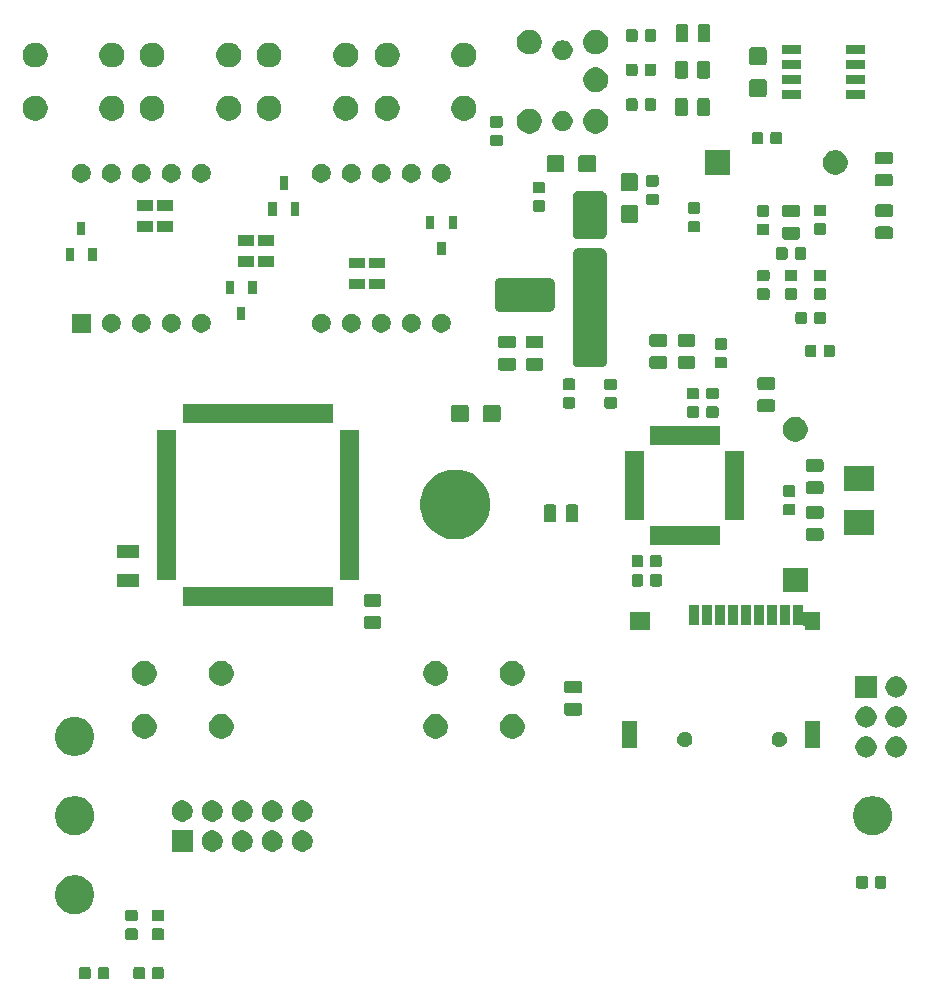
<source format=gbr>
G04 #@! TF.GenerationSoftware,KiCad,Pcbnew,5.1.5-52549c5~86~ubuntu18.04.1*
G04 #@! TF.CreationDate,2020-04-11T22:25:53+03:00*
G04 #@! TF.ProjectId,Dreamstalker-PRO-v1,44726561-6d73-4746-916c-6b65722d5052,1.02*
G04 #@! TF.SameCoordinates,Original*
G04 #@! TF.FileFunction,Soldermask,Bot*
G04 #@! TF.FilePolarity,Negative*
%FSLAX46Y46*%
G04 Gerber Fmt 4.6, Leading zero omitted, Abs format (unit mm)*
G04 Created by KiCad (PCBNEW 5.1.5-52549c5~86~ubuntu18.04.1) date 2020-04-11 22:25:53*
%MOMM*%
%LPD*%
G04 APERTURE LIST*
%ADD10C,0.100000*%
G04 APERTURE END LIST*
D10*
G36*
X97979591Y-123178085D02*
G01*
X98013569Y-123188393D01*
X98044890Y-123205134D01*
X98072339Y-123227661D01*
X98094866Y-123255110D01*
X98111607Y-123286431D01*
X98121915Y-123320409D01*
X98126000Y-123361890D01*
X98126000Y-124038110D01*
X98121915Y-124079591D01*
X98111607Y-124113569D01*
X98094866Y-124144890D01*
X98072339Y-124172339D01*
X98044890Y-124194866D01*
X98013569Y-124211607D01*
X97979591Y-124221915D01*
X97938110Y-124226000D01*
X97336890Y-124226000D01*
X97295409Y-124221915D01*
X97261431Y-124211607D01*
X97230110Y-124194866D01*
X97202661Y-124172339D01*
X97180134Y-124144890D01*
X97163393Y-124113569D01*
X97153085Y-124079591D01*
X97149000Y-124038110D01*
X97149000Y-123361890D01*
X97153085Y-123320409D01*
X97163393Y-123286431D01*
X97180134Y-123255110D01*
X97202661Y-123227661D01*
X97230110Y-123205134D01*
X97261431Y-123188393D01*
X97295409Y-123178085D01*
X97336890Y-123174000D01*
X97938110Y-123174000D01*
X97979591Y-123178085D01*
G37*
G36*
X101004591Y-123178085D02*
G01*
X101038569Y-123188393D01*
X101069890Y-123205134D01*
X101097339Y-123227661D01*
X101119866Y-123255110D01*
X101136607Y-123286431D01*
X101146915Y-123320409D01*
X101151000Y-123361890D01*
X101151000Y-124038110D01*
X101146915Y-124079591D01*
X101136607Y-124113569D01*
X101119866Y-124144890D01*
X101097339Y-124172339D01*
X101069890Y-124194866D01*
X101038569Y-124211607D01*
X101004591Y-124221915D01*
X100963110Y-124226000D01*
X100361890Y-124226000D01*
X100320409Y-124221915D01*
X100286431Y-124211607D01*
X100255110Y-124194866D01*
X100227661Y-124172339D01*
X100205134Y-124144890D01*
X100188393Y-124113569D01*
X100178085Y-124079591D01*
X100174000Y-124038110D01*
X100174000Y-123361890D01*
X100178085Y-123320409D01*
X100188393Y-123286431D01*
X100205134Y-123255110D01*
X100227661Y-123227661D01*
X100255110Y-123205134D01*
X100286431Y-123188393D01*
X100320409Y-123178085D01*
X100361890Y-123174000D01*
X100963110Y-123174000D01*
X101004591Y-123178085D01*
G37*
G36*
X102579591Y-123178085D02*
G01*
X102613569Y-123188393D01*
X102644890Y-123205134D01*
X102672339Y-123227661D01*
X102694866Y-123255110D01*
X102711607Y-123286431D01*
X102721915Y-123320409D01*
X102726000Y-123361890D01*
X102726000Y-124038110D01*
X102721915Y-124079591D01*
X102711607Y-124113569D01*
X102694866Y-124144890D01*
X102672339Y-124172339D01*
X102644890Y-124194866D01*
X102613569Y-124211607D01*
X102579591Y-124221915D01*
X102538110Y-124226000D01*
X101936890Y-124226000D01*
X101895409Y-124221915D01*
X101861431Y-124211607D01*
X101830110Y-124194866D01*
X101802661Y-124172339D01*
X101780134Y-124144890D01*
X101763393Y-124113569D01*
X101753085Y-124079591D01*
X101749000Y-124038110D01*
X101749000Y-123361890D01*
X101753085Y-123320409D01*
X101763393Y-123286431D01*
X101780134Y-123255110D01*
X101802661Y-123227661D01*
X101830110Y-123205134D01*
X101861431Y-123188393D01*
X101895409Y-123178085D01*
X101936890Y-123174000D01*
X102538110Y-123174000D01*
X102579591Y-123178085D01*
G37*
G36*
X96404591Y-123178085D02*
G01*
X96438569Y-123188393D01*
X96469890Y-123205134D01*
X96497339Y-123227661D01*
X96519866Y-123255110D01*
X96536607Y-123286431D01*
X96546915Y-123320409D01*
X96551000Y-123361890D01*
X96551000Y-124038110D01*
X96546915Y-124079591D01*
X96536607Y-124113569D01*
X96519866Y-124144890D01*
X96497339Y-124172339D01*
X96469890Y-124194866D01*
X96438569Y-124211607D01*
X96404591Y-124221915D01*
X96363110Y-124226000D01*
X95761890Y-124226000D01*
X95720409Y-124221915D01*
X95686431Y-124211607D01*
X95655110Y-124194866D01*
X95627661Y-124172339D01*
X95605134Y-124144890D01*
X95588393Y-124113569D01*
X95578085Y-124079591D01*
X95574000Y-124038110D01*
X95574000Y-123361890D01*
X95578085Y-123320409D01*
X95588393Y-123286431D01*
X95605134Y-123255110D01*
X95627661Y-123227661D01*
X95655110Y-123205134D01*
X95686431Y-123188393D01*
X95720409Y-123178085D01*
X95761890Y-123174000D01*
X96363110Y-123174000D01*
X96404591Y-123178085D01*
G37*
G36*
X100379591Y-119903085D02*
G01*
X100413569Y-119913393D01*
X100444890Y-119930134D01*
X100472339Y-119952661D01*
X100494866Y-119980110D01*
X100511607Y-120011431D01*
X100521915Y-120045409D01*
X100526000Y-120086890D01*
X100526000Y-120688110D01*
X100521915Y-120729591D01*
X100511607Y-120763569D01*
X100494866Y-120794890D01*
X100472339Y-120822339D01*
X100444890Y-120844866D01*
X100413569Y-120861607D01*
X100379591Y-120871915D01*
X100338110Y-120876000D01*
X99661890Y-120876000D01*
X99620409Y-120871915D01*
X99586431Y-120861607D01*
X99555110Y-120844866D01*
X99527661Y-120822339D01*
X99505134Y-120794890D01*
X99488393Y-120763569D01*
X99478085Y-120729591D01*
X99474000Y-120688110D01*
X99474000Y-120086890D01*
X99478085Y-120045409D01*
X99488393Y-120011431D01*
X99505134Y-119980110D01*
X99527661Y-119952661D01*
X99555110Y-119930134D01*
X99586431Y-119913393D01*
X99620409Y-119903085D01*
X99661890Y-119899000D01*
X100338110Y-119899000D01*
X100379591Y-119903085D01*
G37*
G36*
X102629591Y-119903085D02*
G01*
X102663569Y-119913393D01*
X102694890Y-119930134D01*
X102722339Y-119952661D01*
X102744866Y-119980110D01*
X102761607Y-120011431D01*
X102771915Y-120045409D01*
X102776000Y-120086890D01*
X102776000Y-120688110D01*
X102771915Y-120729591D01*
X102761607Y-120763569D01*
X102744866Y-120794890D01*
X102722339Y-120822339D01*
X102694890Y-120844866D01*
X102663569Y-120861607D01*
X102629591Y-120871915D01*
X102588110Y-120876000D01*
X101911890Y-120876000D01*
X101870409Y-120871915D01*
X101836431Y-120861607D01*
X101805110Y-120844866D01*
X101777661Y-120822339D01*
X101755134Y-120794890D01*
X101738393Y-120763569D01*
X101728085Y-120729591D01*
X101724000Y-120688110D01*
X101724000Y-120086890D01*
X101728085Y-120045409D01*
X101738393Y-120011431D01*
X101755134Y-119980110D01*
X101777661Y-119952661D01*
X101805110Y-119930134D01*
X101836431Y-119913393D01*
X101870409Y-119903085D01*
X101911890Y-119899000D01*
X102588110Y-119899000D01*
X102629591Y-119903085D01*
G37*
G36*
X100379591Y-118328085D02*
G01*
X100413569Y-118338393D01*
X100444890Y-118355134D01*
X100472339Y-118377661D01*
X100494866Y-118405110D01*
X100511607Y-118436431D01*
X100521915Y-118470409D01*
X100526000Y-118511890D01*
X100526000Y-119113110D01*
X100521915Y-119154591D01*
X100511607Y-119188569D01*
X100494866Y-119219890D01*
X100472339Y-119247339D01*
X100444890Y-119269866D01*
X100413569Y-119286607D01*
X100379591Y-119296915D01*
X100338110Y-119301000D01*
X99661890Y-119301000D01*
X99620409Y-119296915D01*
X99586431Y-119286607D01*
X99555110Y-119269866D01*
X99527661Y-119247339D01*
X99505134Y-119219890D01*
X99488393Y-119188569D01*
X99478085Y-119154591D01*
X99474000Y-119113110D01*
X99474000Y-118511890D01*
X99478085Y-118470409D01*
X99488393Y-118436431D01*
X99505134Y-118405110D01*
X99527661Y-118377661D01*
X99555110Y-118355134D01*
X99586431Y-118338393D01*
X99620409Y-118328085D01*
X99661890Y-118324000D01*
X100338110Y-118324000D01*
X100379591Y-118328085D01*
G37*
G36*
X102629591Y-118328085D02*
G01*
X102663569Y-118338393D01*
X102694890Y-118355134D01*
X102722339Y-118377661D01*
X102744866Y-118405110D01*
X102761607Y-118436431D01*
X102771915Y-118470409D01*
X102776000Y-118511890D01*
X102776000Y-119113110D01*
X102771915Y-119154591D01*
X102761607Y-119188569D01*
X102744866Y-119219890D01*
X102722339Y-119247339D01*
X102694890Y-119269866D01*
X102663569Y-119286607D01*
X102629591Y-119296915D01*
X102588110Y-119301000D01*
X101911890Y-119301000D01*
X101870409Y-119296915D01*
X101836431Y-119286607D01*
X101805110Y-119269866D01*
X101777661Y-119247339D01*
X101755134Y-119219890D01*
X101738393Y-119188569D01*
X101728085Y-119154591D01*
X101724000Y-119113110D01*
X101724000Y-118511890D01*
X101728085Y-118470409D01*
X101738393Y-118436431D01*
X101755134Y-118405110D01*
X101777661Y-118377661D01*
X101805110Y-118355134D01*
X101836431Y-118338393D01*
X101870409Y-118328085D01*
X101911890Y-118324000D01*
X102588110Y-118324000D01*
X102629591Y-118328085D01*
G37*
G36*
X95575256Y-115441298D02*
G01*
X95681579Y-115462447D01*
X95754355Y-115492592D01*
X95980903Y-115586431D01*
X95982042Y-115586903D01*
X96252451Y-115767585D01*
X96482415Y-115997549D01*
X96663097Y-116267958D01*
X96787553Y-116568421D01*
X96851000Y-116887391D01*
X96851000Y-117212609D01*
X96787553Y-117531579D01*
X96663097Y-117832042D01*
X96482415Y-118102451D01*
X96252451Y-118332415D01*
X95982042Y-118513097D01*
X95681579Y-118637553D01*
X95575256Y-118658702D01*
X95362611Y-118701000D01*
X95037389Y-118701000D01*
X94824744Y-118658702D01*
X94718421Y-118637553D01*
X94417958Y-118513097D01*
X94147549Y-118332415D01*
X93917585Y-118102451D01*
X93736903Y-117832042D01*
X93612447Y-117531579D01*
X93549000Y-117212609D01*
X93549000Y-116887391D01*
X93612447Y-116568421D01*
X93736903Y-116267958D01*
X93917585Y-115997549D01*
X94147549Y-115767585D01*
X94417958Y-115586903D01*
X94419098Y-115586431D01*
X94645645Y-115492592D01*
X94718421Y-115462447D01*
X94824744Y-115441298D01*
X95037389Y-115399000D01*
X95362611Y-115399000D01*
X95575256Y-115441298D01*
G37*
G36*
X163779591Y-115478085D02*
G01*
X163813569Y-115488393D01*
X163844890Y-115505134D01*
X163872339Y-115527661D01*
X163894866Y-115555110D01*
X163911607Y-115586431D01*
X163921915Y-115620409D01*
X163926000Y-115661890D01*
X163926000Y-116338110D01*
X163921915Y-116379591D01*
X163911607Y-116413569D01*
X163894866Y-116444890D01*
X163872339Y-116472339D01*
X163844890Y-116494866D01*
X163813569Y-116511607D01*
X163779591Y-116521915D01*
X163738110Y-116526000D01*
X163136890Y-116526000D01*
X163095409Y-116521915D01*
X163061431Y-116511607D01*
X163030110Y-116494866D01*
X163002661Y-116472339D01*
X162980134Y-116444890D01*
X162963393Y-116413569D01*
X162953085Y-116379591D01*
X162949000Y-116338110D01*
X162949000Y-115661890D01*
X162953085Y-115620409D01*
X162963393Y-115586431D01*
X162980134Y-115555110D01*
X163002661Y-115527661D01*
X163030110Y-115505134D01*
X163061431Y-115488393D01*
X163095409Y-115478085D01*
X163136890Y-115474000D01*
X163738110Y-115474000D01*
X163779591Y-115478085D01*
G37*
G36*
X162204591Y-115478085D02*
G01*
X162238569Y-115488393D01*
X162269890Y-115505134D01*
X162297339Y-115527661D01*
X162319866Y-115555110D01*
X162336607Y-115586431D01*
X162346915Y-115620409D01*
X162351000Y-115661890D01*
X162351000Y-116338110D01*
X162346915Y-116379591D01*
X162336607Y-116413569D01*
X162319866Y-116444890D01*
X162297339Y-116472339D01*
X162269890Y-116494866D01*
X162238569Y-116511607D01*
X162204591Y-116521915D01*
X162163110Y-116526000D01*
X161561890Y-116526000D01*
X161520409Y-116521915D01*
X161486431Y-116511607D01*
X161455110Y-116494866D01*
X161427661Y-116472339D01*
X161405134Y-116444890D01*
X161388393Y-116413569D01*
X161378085Y-116379591D01*
X161374000Y-116338110D01*
X161374000Y-115661890D01*
X161378085Y-115620409D01*
X161388393Y-115586431D01*
X161405134Y-115555110D01*
X161427661Y-115527661D01*
X161455110Y-115505134D01*
X161486431Y-115488393D01*
X161520409Y-115478085D01*
X161561890Y-115474000D01*
X162163110Y-115474000D01*
X162204591Y-115478085D01*
G37*
G36*
X114573512Y-111603927D02*
G01*
X114722812Y-111633624D01*
X114886784Y-111701544D01*
X115034354Y-111800147D01*
X115159853Y-111925646D01*
X115258456Y-112073216D01*
X115326376Y-112237188D01*
X115361000Y-112411259D01*
X115361000Y-112588741D01*
X115326376Y-112762812D01*
X115258456Y-112926784D01*
X115159853Y-113074354D01*
X115034354Y-113199853D01*
X114886784Y-113298456D01*
X114722812Y-113366376D01*
X114573512Y-113396073D01*
X114548742Y-113401000D01*
X114371258Y-113401000D01*
X114346488Y-113396073D01*
X114197188Y-113366376D01*
X114033216Y-113298456D01*
X113885646Y-113199853D01*
X113760147Y-113074354D01*
X113661544Y-112926784D01*
X113593624Y-112762812D01*
X113559000Y-112588741D01*
X113559000Y-112411259D01*
X113593624Y-112237188D01*
X113661544Y-112073216D01*
X113760147Y-111925646D01*
X113885646Y-111800147D01*
X114033216Y-111701544D01*
X114197188Y-111633624D01*
X114346488Y-111603927D01*
X114371258Y-111599000D01*
X114548742Y-111599000D01*
X114573512Y-111603927D01*
G37*
G36*
X112033512Y-111603927D02*
G01*
X112182812Y-111633624D01*
X112346784Y-111701544D01*
X112494354Y-111800147D01*
X112619853Y-111925646D01*
X112718456Y-112073216D01*
X112786376Y-112237188D01*
X112821000Y-112411259D01*
X112821000Y-112588741D01*
X112786376Y-112762812D01*
X112718456Y-112926784D01*
X112619853Y-113074354D01*
X112494354Y-113199853D01*
X112346784Y-113298456D01*
X112182812Y-113366376D01*
X112033512Y-113396073D01*
X112008742Y-113401000D01*
X111831258Y-113401000D01*
X111806488Y-113396073D01*
X111657188Y-113366376D01*
X111493216Y-113298456D01*
X111345646Y-113199853D01*
X111220147Y-113074354D01*
X111121544Y-112926784D01*
X111053624Y-112762812D01*
X111019000Y-112588741D01*
X111019000Y-112411259D01*
X111053624Y-112237188D01*
X111121544Y-112073216D01*
X111220147Y-111925646D01*
X111345646Y-111800147D01*
X111493216Y-111701544D01*
X111657188Y-111633624D01*
X111806488Y-111603927D01*
X111831258Y-111599000D01*
X112008742Y-111599000D01*
X112033512Y-111603927D01*
G37*
G36*
X109493512Y-111603927D02*
G01*
X109642812Y-111633624D01*
X109806784Y-111701544D01*
X109954354Y-111800147D01*
X110079853Y-111925646D01*
X110178456Y-112073216D01*
X110246376Y-112237188D01*
X110281000Y-112411259D01*
X110281000Y-112588741D01*
X110246376Y-112762812D01*
X110178456Y-112926784D01*
X110079853Y-113074354D01*
X109954354Y-113199853D01*
X109806784Y-113298456D01*
X109642812Y-113366376D01*
X109493512Y-113396073D01*
X109468742Y-113401000D01*
X109291258Y-113401000D01*
X109266488Y-113396073D01*
X109117188Y-113366376D01*
X108953216Y-113298456D01*
X108805646Y-113199853D01*
X108680147Y-113074354D01*
X108581544Y-112926784D01*
X108513624Y-112762812D01*
X108479000Y-112588741D01*
X108479000Y-112411259D01*
X108513624Y-112237188D01*
X108581544Y-112073216D01*
X108680147Y-111925646D01*
X108805646Y-111800147D01*
X108953216Y-111701544D01*
X109117188Y-111633624D01*
X109266488Y-111603927D01*
X109291258Y-111599000D01*
X109468742Y-111599000D01*
X109493512Y-111603927D01*
G37*
G36*
X106953512Y-111603927D02*
G01*
X107102812Y-111633624D01*
X107266784Y-111701544D01*
X107414354Y-111800147D01*
X107539853Y-111925646D01*
X107638456Y-112073216D01*
X107706376Y-112237188D01*
X107741000Y-112411259D01*
X107741000Y-112588741D01*
X107706376Y-112762812D01*
X107638456Y-112926784D01*
X107539853Y-113074354D01*
X107414354Y-113199853D01*
X107266784Y-113298456D01*
X107102812Y-113366376D01*
X106953512Y-113396073D01*
X106928742Y-113401000D01*
X106751258Y-113401000D01*
X106726488Y-113396073D01*
X106577188Y-113366376D01*
X106413216Y-113298456D01*
X106265646Y-113199853D01*
X106140147Y-113074354D01*
X106041544Y-112926784D01*
X105973624Y-112762812D01*
X105939000Y-112588741D01*
X105939000Y-112411259D01*
X105973624Y-112237188D01*
X106041544Y-112073216D01*
X106140147Y-111925646D01*
X106265646Y-111800147D01*
X106413216Y-111701544D01*
X106577188Y-111633624D01*
X106726488Y-111603927D01*
X106751258Y-111599000D01*
X106928742Y-111599000D01*
X106953512Y-111603927D01*
G37*
G36*
X105201000Y-113401000D02*
G01*
X103399000Y-113401000D01*
X103399000Y-111599000D01*
X105201000Y-111599000D01*
X105201000Y-113401000D01*
G37*
G36*
X95575256Y-108741298D02*
G01*
X95681579Y-108762447D01*
X95982042Y-108886903D01*
X96252451Y-109067585D01*
X96482415Y-109297549D01*
X96663097Y-109567958D01*
X96787553Y-109868421D01*
X96808702Y-109974744D01*
X96851000Y-110187389D01*
X96851000Y-110512611D01*
X96808702Y-110725256D01*
X96787553Y-110831579D01*
X96663097Y-111132042D01*
X96482415Y-111402451D01*
X96252451Y-111632415D01*
X95982042Y-111813097D01*
X95681579Y-111937553D01*
X95575256Y-111958702D01*
X95362611Y-112001000D01*
X95037389Y-112001000D01*
X94824744Y-111958702D01*
X94718421Y-111937553D01*
X94417958Y-111813097D01*
X94147549Y-111632415D01*
X93917585Y-111402451D01*
X93736903Y-111132042D01*
X93612447Y-110831579D01*
X93591298Y-110725256D01*
X93549000Y-110512611D01*
X93549000Y-110187389D01*
X93591298Y-109974744D01*
X93612447Y-109868421D01*
X93736903Y-109567958D01*
X93917585Y-109297549D01*
X94147549Y-109067585D01*
X94417958Y-108886903D01*
X94718421Y-108762447D01*
X94824744Y-108741298D01*
X95037389Y-108699000D01*
X95362611Y-108699000D01*
X95575256Y-108741298D01*
G37*
G36*
X163125256Y-108741298D02*
G01*
X163231579Y-108762447D01*
X163532042Y-108886903D01*
X163802451Y-109067585D01*
X164032415Y-109297549D01*
X164213097Y-109567958D01*
X164337553Y-109868421D01*
X164358702Y-109974744D01*
X164401000Y-110187389D01*
X164401000Y-110512611D01*
X164358702Y-110725256D01*
X164337553Y-110831579D01*
X164213097Y-111132042D01*
X164032415Y-111402451D01*
X163802451Y-111632415D01*
X163532042Y-111813097D01*
X163231579Y-111937553D01*
X163125256Y-111958702D01*
X162912611Y-112001000D01*
X162587389Y-112001000D01*
X162374744Y-111958702D01*
X162268421Y-111937553D01*
X161967958Y-111813097D01*
X161697549Y-111632415D01*
X161467585Y-111402451D01*
X161286903Y-111132042D01*
X161162447Y-110831579D01*
X161141298Y-110725256D01*
X161099000Y-110512611D01*
X161099000Y-110187389D01*
X161141298Y-109974744D01*
X161162447Y-109868421D01*
X161286903Y-109567958D01*
X161467585Y-109297549D01*
X161697549Y-109067585D01*
X161967958Y-108886903D01*
X162268421Y-108762447D01*
X162374744Y-108741298D01*
X162587389Y-108699000D01*
X162912611Y-108699000D01*
X163125256Y-108741298D01*
G37*
G36*
X109493512Y-109063927D02*
G01*
X109642812Y-109093624D01*
X109806784Y-109161544D01*
X109954354Y-109260147D01*
X110079853Y-109385646D01*
X110178456Y-109533216D01*
X110246376Y-109697188D01*
X110281000Y-109871259D01*
X110281000Y-110048741D01*
X110246376Y-110222812D01*
X110178456Y-110386784D01*
X110079853Y-110534354D01*
X109954354Y-110659853D01*
X109806784Y-110758456D01*
X109642812Y-110826376D01*
X109493512Y-110856073D01*
X109468742Y-110861000D01*
X109291258Y-110861000D01*
X109266488Y-110856073D01*
X109117188Y-110826376D01*
X108953216Y-110758456D01*
X108805646Y-110659853D01*
X108680147Y-110534354D01*
X108581544Y-110386784D01*
X108513624Y-110222812D01*
X108479000Y-110048741D01*
X108479000Y-109871259D01*
X108513624Y-109697188D01*
X108581544Y-109533216D01*
X108680147Y-109385646D01*
X108805646Y-109260147D01*
X108953216Y-109161544D01*
X109117188Y-109093624D01*
X109266488Y-109063927D01*
X109291258Y-109059000D01*
X109468742Y-109059000D01*
X109493512Y-109063927D01*
G37*
G36*
X106953512Y-109063927D02*
G01*
X107102812Y-109093624D01*
X107266784Y-109161544D01*
X107414354Y-109260147D01*
X107539853Y-109385646D01*
X107638456Y-109533216D01*
X107706376Y-109697188D01*
X107741000Y-109871259D01*
X107741000Y-110048741D01*
X107706376Y-110222812D01*
X107638456Y-110386784D01*
X107539853Y-110534354D01*
X107414354Y-110659853D01*
X107266784Y-110758456D01*
X107102812Y-110826376D01*
X106953512Y-110856073D01*
X106928742Y-110861000D01*
X106751258Y-110861000D01*
X106726488Y-110856073D01*
X106577188Y-110826376D01*
X106413216Y-110758456D01*
X106265646Y-110659853D01*
X106140147Y-110534354D01*
X106041544Y-110386784D01*
X105973624Y-110222812D01*
X105939000Y-110048741D01*
X105939000Y-109871259D01*
X105973624Y-109697188D01*
X106041544Y-109533216D01*
X106140147Y-109385646D01*
X106265646Y-109260147D01*
X106413216Y-109161544D01*
X106577188Y-109093624D01*
X106726488Y-109063927D01*
X106751258Y-109059000D01*
X106928742Y-109059000D01*
X106953512Y-109063927D01*
G37*
G36*
X112033512Y-109063927D02*
G01*
X112182812Y-109093624D01*
X112346784Y-109161544D01*
X112494354Y-109260147D01*
X112619853Y-109385646D01*
X112718456Y-109533216D01*
X112786376Y-109697188D01*
X112821000Y-109871259D01*
X112821000Y-110048741D01*
X112786376Y-110222812D01*
X112718456Y-110386784D01*
X112619853Y-110534354D01*
X112494354Y-110659853D01*
X112346784Y-110758456D01*
X112182812Y-110826376D01*
X112033512Y-110856073D01*
X112008742Y-110861000D01*
X111831258Y-110861000D01*
X111806488Y-110856073D01*
X111657188Y-110826376D01*
X111493216Y-110758456D01*
X111345646Y-110659853D01*
X111220147Y-110534354D01*
X111121544Y-110386784D01*
X111053624Y-110222812D01*
X111019000Y-110048741D01*
X111019000Y-109871259D01*
X111053624Y-109697188D01*
X111121544Y-109533216D01*
X111220147Y-109385646D01*
X111345646Y-109260147D01*
X111493216Y-109161544D01*
X111657188Y-109093624D01*
X111806488Y-109063927D01*
X111831258Y-109059000D01*
X112008742Y-109059000D01*
X112033512Y-109063927D01*
G37*
G36*
X104413512Y-109063927D02*
G01*
X104562812Y-109093624D01*
X104726784Y-109161544D01*
X104874354Y-109260147D01*
X104999853Y-109385646D01*
X105098456Y-109533216D01*
X105166376Y-109697188D01*
X105201000Y-109871259D01*
X105201000Y-110048741D01*
X105166376Y-110222812D01*
X105098456Y-110386784D01*
X104999853Y-110534354D01*
X104874354Y-110659853D01*
X104726784Y-110758456D01*
X104562812Y-110826376D01*
X104413512Y-110856073D01*
X104388742Y-110861000D01*
X104211258Y-110861000D01*
X104186488Y-110856073D01*
X104037188Y-110826376D01*
X103873216Y-110758456D01*
X103725646Y-110659853D01*
X103600147Y-110534354D01*
X103501544Y-110386784D01*
X103433624Y-110222812D01*
X103399000Y-110048741D01*
X103399000Y-109871259D01*
X103433624Y-109697188D01*
X103501544Y-109533216D01*
X103600147Y-109385646D01*
X103725646Y-109260147D01*
X103873216Y-109161544D01*
X104037188Y-109093624D01*
X104186488Y-109063927D01*
X104211258Y-109059000D01*
X104388742Y-109059000D01*
X104413512Y-109063927D01*
G37*
G36*
X114573512Y-109063927D02*
G01*
X114722812Y-109093624D01*
X114886784Y-109161544D01*
X115034354Y-109260147D01*
X115159853Y-109385646D01*
X115258456Y-109533216D01*
X115326376Y-109697188D01*
X115361000Y-109871259D01*
X115361000Y-110048741D01*
X115326376Y-110222812D01*
X115258456Y-110386784D01*
X115159853Y-110534354D01*
X115034354Y-110659853D01*
X114886784Y-110758456D01*
X114722812Y-110826376D01*
X114573512Y-110856073D01*
X114548742Y-110861000D01*
X114371258Y-110861000D01*
X114346488Y-110856073D01*
X114197188Y-110826376D01*
X114033216Y-110758456D01*
X113885646Y-110659853D01*
X113760147Y-110534354D01*
X113661544Y-110386784D01*
X113593624Y-110222812D01*
X113559000Y-110048741D01*
X113559000Y-109871259D01*
X113593624Y-109697188D01*
X113661544Y-109533216D01*
X113760147Y-109385646D01*
X113885646Y-109260147D01*
X114033216Y-109161544D01*
X114197188Y-109093624D01*
X114346488Y-109063927D01*
X114371258Y-109059000D01*
X114548742Y-109059000D01*
X114573512Y-109063927D01*
G37*
G36*
X162313512Y-103633927D02*
G01*
X162462812Y-103663624D01*
X162626784Y-103731544D01*
X162774354Y-103830147D01*
X162899853Y-103955646D01*
X162998456Y-104103216D01*
X163066376Y-104267188D01*
X163101000Y-104441259D01*
X163101000Y-104618741D01*
X163066376Y-104792812D01*
X162998456Y-104956784D01*
X162899853Y-105104354D01*
X162774354Y-105229853D01*
X162626784Y-105328456D01*
X162462812Y-105396376D01*
X162313512Y-105426073D01*
X162288742Y-105431000D01*
X162111258Y-105431000D01*
X162086488Y-105426073D01*
X161937188Y-105396376D01*
X161773216Y-105328456D01*
X161625646Y-105229853D01*
X161500147Y-105104354D01*
X161401544Y-104956784D01*
X161333624Y-104792812D01*
X161299000Y-104618741D01*
X161299000Y-104441259D01*
X161333624Y-104267188D01*
X161401544Y-104103216D01*
X161500147Y-103955646D01*
X161625646Y-103830147D01*
X161773216Y-103731544D01*
X161937188Y-103663624D01*
X162086488Y-103633927D01*
X162111258Y-103629000D01*
X162288742Y-103629000D01*
X162313512Y-103633927D01*
G37*
G36*
X164853512Y-103633927D02*
G01*
X165002812Y-103663624D01*
X165166784Y-103731544D01*
X165314354Y-103830147D01*
X165439853Y-103955646D01*
X165538456Y-104103216D01*
X165606376Y-104267188D01*
X165641000Y-104441259D01*
X165641000Y-104618741D01*
X165606376Y-104792812D01*
X165538456Y-104956784D01*
X165439853Y-105104354D01*
X165314354Y-105229853D01*
X165166784Y-105328456D01*
X165002812Y-105396376D01*
X164853512Y-105426073D01*
X164828742Y-105431000D01*
X164651258Y-105431000D01*
X164626488Y-105426073D01*
X164477188Y-105396376D01*
X164313216Y-105328456D01*
X164165646Y-105229853D01*
X164040147Y-105104354D01*
X163941544Y-104956784D01*
X163873624Y-104792812D01*
X163839000Y-104618741D01*
X163839000Y-104441259D01*
X163873624Y-104267188D01*
X163941544Y-104103216D01*
X164040147Y-103955646D01*
X164165646Y-103830147D01*
X164313216Y-103731544D01*
X164477188Y-103663624D01*
X164626488Y-103633927D01*
X164651258Y-103629000D01*
X164828742Y-103629000D01*
X164853512Y-103633927D01*
G37*
G36*
X95575256Y-102041298D02*
G01*
X95681579Y-102062447D01*
X95982042Y-102186903D01*
X96252451Y-102367585D01*
X96482415Y-102597549D01*
X96609975Y-102788456D01*
X96663098Y-102867960D01*
X96787553Y-103168422D01*
X96851000Y-103487389D01*
X96851000Y-103812611D01*
X96846371Y-103835881D01*
X96787553Y-104131579D01*
X96663097Y-104432042D01*
X96482415Y-104702451D01*
X96252451Y-104932415D01*
X95982042Y-105113097D01*
X95681579Y-105237553D01*
X95575256Y-105258702D01*
X95362611Y-105301000D01*
X95037389Y-105301000D01*
X94824744Y-105258702D01*
X94718421Y-105237553D01*
X94417958Y-105113097D01*
X94147549Y-104932415D01*
X93917585Y-104702451D01*
X93736903Y-104432042D01*
X93612447Y-104131579D01*
X93553629Y-103835881D01*
X93549000Y-103812611D01*
X93549000Y-103487389D01*
X93612447Y-103168422D01*
X93736902Y-102867960D01*
X93790025Y-102788456D01*
X93917585Y-102597549D01*
X94147549Y-102367585D01*
X94417958Y-102186903D01*
X94718421Y-102062447D01*
X94824744Y-102041298D01*
X95037389Y-101999000D01*
X95362611Y-101999000D01*
X95575256Y-102041298D01*
G37*
G36*
X158301000Y-104651000D02*
G01*
X156999000Y-104651000D01*
X156999000Y-102349000D01*
X158301000Y-102349000D01*
X158301000Y-104651000D01*
G37*
G36*
X142801000Y-104651000D02*
G01*
X141499000Y-104651000D01*
X141499000Y-102349000D01*
X142801000Y-102349000D01*
X142801000Y-104651000D01*
G37*
G36*
X147039890Y-103274017D02*
G01*
X147097387Y-103297833D01*
X147158364Y-103323091D01*
X147264988Y-103394335D01*
X147355665Y-103485012D01*
X147426910Y-103591638D01*
X147475983Y-103710110D01*
X147499860Y-103830148D01*
X147501000Y-103835882D01*
X147501000Y-103964118D01*
X147475983Y-104089890D01*
X147426909Y-104208364D01*
X147355665Y-104314988D01*
X147264988Y-104405665D01*
X147158364Y-104476909D01*
X147158363Y-104476910D01*
X147158362Y-104476910D01*
X147039890Y-104525983D01*
X146914119Y-104551000D01*
X146785881Y-104551000D01*
X146660110Y-104525983D01*
X146541638Y-104476910D01*
X146541637Y-104476910D01*
X146541636Y-104476909D01*
X146435012Y-104405665D01*
X146344335Y-104314988D01*
X146273091Y-104208364D01*
X146224017Y-104089890D01*
X146199000Y-103964118D01*
X146199000Y-103835882D01*
X146200141Y-103830148D01*
X146224017Y-103710110D01*
X146273090Y-103591638D01*
X146344335Y-103485012D01*
X146435012Y-103394335D01*
X146541636Y-103323091D01*
X146602614Y-103297833D01*
X146660110Y-103274017D01*
X146785881Y-103249000D01*
X146914119Y-103249000D01*
X147039890Y-103274017D01*
G37*
G36*
X155039890Y-103274017D02*
G01*
X155097387Y-103297833D01*
X155158364Y-103323091D01*
X155264988Y-103394335D01*
X155355665Y-103485012D01*
X155426910Y-103591638D01*
X155475983Y-103710110D01*
X155499860Y-103830148D01*
X155501000Y-103835882D01*
X155501000Y-103964118D01*
X155475983Y-104089890D01*
X155426909Y-104208364D01*
X155355665Y-104314988D01*
X155264988Y-104405665D01*
X155158364Y-104476909D01*
X155158363Y-104476910D01*
X155158362Y-104476910D01*
X155039890Y-104525983D01*
X154914119Y-104551000D01*
X154785881Y-104551000D01*
X154660110Y-104525983D01*
X154541638Y-104476910D01*
X154541637Y-104476910D01*
X154541636Y-104476909D01*
X154435012Y-104405665D01*
X154344335Y-104314988D01*
X154273091Y-104208364D01*
X154224017Y-104089890D01*
X154199000Y-103964118D01*
X154199000Y-103835882D01*
X154200141Y-103830148D01*
X154224017Y-103710110D01*
X154273090Y-103591638D01*
X154344335Y-103485012D01*
X154435012Y-103394335D01*
X154541636Y-103323091D01*
X154602614Y-103297833D01*
X154660110Y-103274017D01*
X154785881Y-103249000D01*
X154914119Y-103249000D01*
X155039890Y-103274017D01*
G37*
G36*
X107906564Y-101789389D02*
G01*
X108097833Y-101868615D01*
X108097835Y-101868616D01*
X108269973Y-101983635D01*
X108416365Y-102130027D01*
X108498407Y-102252811D01*
X108531385Y-102302167D01*
X108610611Y-102493436D01*
X108651000Y-102696484D01*
X108651000Y-102903516D01*
X108610611Y-103106564D01*
X108551612Y-103249000D01*
X108531384Y-103297835D01*
X108416365Y-103469973D01*
X108269973Y-103616365D01*
X108097835Y-103731384D01*
X108097834Y-103731385D01*
X108097833Y-103731385D01*
X107906564Y-103810611D01*
X107703516Y-103851000D01*
X107496484Y-103851000D01*
X107293436Y-103810611D01*
X107102167Y-103731385D01*
X107102166Y-103731385D01*
X107102165Y-103731384D01*
X106930027Y-103616365D01*
X106783635Y-103469973D01*
X106668616Y-103297835D01*
X106648388Y-103249000D01*
X106589389Y-103106564D01*
X106549000Y-102903516D01*
X106549000Y-102696484D01*
X106589389Y-102493436D01*
X106668615Y-102302167D01*
X106701594Y-102252811D01*
X106783635Y-102130027D01*
X106930027Y-101983635D01*
X107102165Y-101868616D01*
X107102167Y-101868615D01*
X107293436Y-101789389D01*
X107496484Y-101749000D01*
X107703516Y-101749000D01*
X107906564Y-101789389D01*
G37*
G36*
X101406564Y-101789389D02*
G01*
X101597833Y-101868615D01*
X101597835Y-101868616D01*
X101769973Y-101983635D01*
X101916365Y-102130027D01*
X101998407Y-102252811D01*
X102031385Y-102302167D01*
X102110611Y-102493436D01*
X102151000Y-102696484D01*
X102151000Y-102903516D01*
X102110611Y-103106564D01*
X102051612Y-103249000D01*
X102031384Y-103297835D01*
X101916365Y-103469973D01*
X101769973Y-103616365D01*
X101597835Y-103731384D01*
X101597834Y-103731385D01*
X101597833Y-103731385D01*
X101406564Y-103810611D01*
X101203516Y-103851000D01*
X100996484Y-103851000D01*
X100793436Y-103810611D01*
X100602167Y-103731385D01*
X100602166Y-103731385D01*
X100602165Y-103731384D01*
X100430027Y-103616365D01*
X100283635Y-103469973D01*
X100168616Y-103297835D01*
X100148388Y-103249000D01*
X100089389Y-103106564D01*
X100049000Y-102903516D01*
X100049000Y-102696484D01*
X100089389Y-102493436D01*
X100168615Y-102302167D01*
X100201594Y-102252811D01*
X100283635Y-102130027D01*
X100430027Y-101983635D01*
X100602165Y-101868616D01*
X100602167Y-101868615D01*
X100793436Y-101789389D01*
X100996484Y-101749000D01*
X101203516Y-101749000D01*
X101406564Y-101789389D01*
G37*
G36*
X132556564Y-101789389D02*
G01*
X132747833Y-101868615D01*
X132747835Y-101868616D01*
X132919973Y-101983635D01*
X133066365Y-102130027D01*
X133148407Y-102252811D01*
X133181385Y-102302167D01*
X133260611Y-102493436D01*
X133301000Y-102696484D01*
X133301000Y-102903516D01*
X133260611Y-103106564D01*
X133201612Y-103249000D01*
X133181384Y-103297835D01*
X133066365Y-103469973D01*
X132919973Y-103616365D01*
X132747835Y-103731384D01*
X132747834Y-103731385D01*
X132747833Y-103731385D01*
X132556564Y-103810611D01*
X132353516Y-103851000D01*
X132146484Y-103851000D01*
X131943436Y-103810611D01*
X131752167Y-103731385D01*
X131752166Y-103731385D01*
X131752165Y-103731384D01*
X131580027Y-103616365D01*
X131433635Y-103469973D01*
X131318616Y-103297835D01*
X131298388Y-103249000D01*
X131239389Y-103106564D01*
X131199000Y-102903516D01*
X131199000Y-102696484D01*
X131239389Y-102493436D01*
X131318615Y-102302167D01*
X131351594Y-102252811D01*
X131433635Y-102130027D01*
X131580027Y-101983635D01*
X131752165Y-101868616D01*
X131752167Y-101868615D01*
X131943436Y-101789389D01*
X132146484Y-101749000D01*
X132353516Y-101749000D01*
X132556564Y-101789389D01*
G37*
G36*
X126056564Y-101789389D02*
G01*
X126247833Y-101868615D01*
X126247835Y-101868616D01*
X126419973Y-101983635D01*
X126566365Y-102130027D01*
X126648407Y-102252811D01*
X126681385Y-102302167D01*
X126760611Y-102493436D01*
X126801000Y-102696484D01*
X126801000Y-102903516D01*
X126760611Y-103106564D01*
X126701612Y-103249000D01*
X126681384Y-103297835D01*
X126566365Y-103469973D01*
X126419973Y-103616365D01*
X126247835Y-103731384D01*
X126247834Y-103731385D01*
X126247833Y-103731385D01*
X126056564Y-103810611D01*
X125853516Y-103851000D01*
X125646484Y-103851000D01*
X125443436Y-103810611D01*
X125252167Y-103731385D01*
X125252166Y-103731385D01*
X125252165Y-103731384D01*
X125080027Y-103616365D01*
X124933635Y-103469973D01*
X124818616Y-103297835D01*
X124798388Y-103249000D01*
X124739389Y-103106564D01*
X124699000Y-102903516D01*
X124699000Y-102696484D01*
X124739389Y-102493436D01*
X124818615Y-102302167D01*
X124851594Y-102252811D01*
X124933635Y-102130027D01*
X125080027Y-101983635D01*
X125252165Y-101868616D01*
X125252167Y-101868615D01*
X125443436Y-101789389D01*
X125646484Y-101749000D01*
X125853516Y-101749000D01*
X126056564Y-101789389D01*
G37*
G36*
X164853512Y-101093927D02*
G01*
X165002812Y-101123624D01*
X165166784Y-101191544D01*
X165314354Y-101290147D01*
X165439853Y-101415646D01*
X165538456Y-101563216D01*
X165606376Y-101727188D01*
X165641000Y-101901259D01*
X165641000Y-102078741D01*
X165606376Y-102252812D01*
X165538456Y-102416784D01*
X165439853Y-102564354D01*
X165314354Y-102689853D01*
X165166784Y-102788456D01*
X165002812Y-102856376D01*
X164853512Y-102886073D01*
X164828742Y-102891000D01*
X164651258Y-102891000D01*
X164626488Y-102886073D01*
X164477188Y-102856376D01*
X164313216Y-102788456D01*
X164165646Y-102689853D01*
X164040147Y-102564354D01*
X163941544Y-102416784D01*
X163873624Y-102252812D01*
X163839000Y-102078741D01*
X163839000Y-101901259D01*
X163873624Y-101727188D01*
X163941544Y-101563216D01*
X164040147Y-101415646D01*
X164165646Y-101290147D01*
X164313216Y-101191544D01*
X164477188Y-101123624D01*
X164626488Y-101093927D01*
X164651258Y-101089000D01*
X164828742Y-101089000D01*
X164853512Y-101093927D01*
G37*
G36*
X162313512Y-101093927D02*
G01*
X162462812Y-101123624D01*
X162626784Y-101191544D01*
X162774354Y-101290147D01*
X162899853Y-101415646D01*
X162998456Y-101563216D01*
X163066376Y-101727188D01*
X163101000Y-101901259D01*
X163101000Y-102078741D01*
X163066376Y-102252812D01*
X162998456Y-102416784D01*
X162899853Y-102564354D01*
X162774354Y-102689853D01*
X162626784Y-102788456D01*
X162462812Y-102856376D01*
X162313512Y-102886073D01*
X162288742Y-102891000D01*
X162111258Y-102891000D01*
X162086488Y-102886073D01*
X161937188Y-102856376D01*
X161773216Y-102788456D01*
X161625646Y-102689853D01*
X161500147Y-102564354D01*
X161401544Y-102416784D01*
X161333624Y-102252812D01*
X161299000Y-102078741D01*
X161299000Y-101901259D01*
X161333624Y-101727188D01*
X161401544Y-101563216D01*
X161500147Y-101415646D01*
X161625646Y-101290147D01*
X161773216Y-101191544D01*
X161937188Y-101123624D01*
X162086488Y-101093927D01*
X162111258Y-101089000D01*
X162288742Y-101089000D01*
X162313512Y-101093927D01*
G37*
G36*
X137984468Y-100803565D02*
G01*
X138023138Y-100815296D01*
X138058777Y-100834346D01*
X138090017Y-100859983D01*
X138115654Y-100891223D01*
X138134704Y-100926862D01*
X138146435Y-100965532D01*
X138151000Y-101011888D01*
X138151000Y-101663112D01*
X138146435Y-101709468D01*
X138134704Y-101748138D01*
X138115654Y-101783777D01*
X138090017Y-101815017D01*
X138058777Y-101840654D01*
X138023138Y-101859704D01*
X137984468Y-101871435D01*
X137938112Y-101876000D01*
X136861888Y-101876000D01*
X136815532Y-101871435D01*
X136776862Y-101859704D01*
X136741223Y-101840654D01*
X136709983Y-101815017D01*
X136684346Y-101783777D01*
X136665296Y-101748138D01*
X136653565Y-101709468D01*
X136649000Y-101663112D01*
X136649000Y-101011888D01*
X136653565Y-100965532D01*
X136665296Y-100926862D01*
X136684346Y-100891223D01*
X136709983Y-100859983D01*
X136741223Y-100834346D01*
X136776862Y-100815296D01*
X136815532Y-100803565D01*
X136861888Y-100799000D01*
X137938112Y-100799000D01*
X137984468Y-100803565D01*
G37*
G36*
X164853512Y-98553927D02*
G01*
X165002812Y-98583624D01*
X165166784Y-98651544D01*
X165314354Y-98750147D01*
X165439853Y-98875646D01*
X165538456Y-99023216D01*
X165606376Y-99187188D01*
X165630926Y-99310611D01*
X165638960Y-99351000D01*
X165641000Y-99361259D01*
X165641000Y-99538741D01*
X165606376Y-99712812D01*
X165538456Y-99876784D01*
X165439853Y-100024354D01*
X165314354Y-100149853D01*
X165166784Y-100248456D01*
X165002812Y-100316376D01*
X164853512Y-100346073D01*
X164828742Y-100351000D01*
X164651258Y-100351000D01*
X164626488Y-100346073D01*
X164477188Y-100316376D01*
X164313216Y-100248456D01*
X164165646Y-100149853D01*
X164040147Y-100024354D01*
X163941544Y-99876784D01*
X163873624Y-99712812D01*
X163839000Y-99538741D01*
X163839000Y-99361259D01*
X163841041Y-99351000D01*
X163849074Y-99310611D01*
X163873624Y-99187188D01*
X163941544Y-99023216D01*
X164040147Y-98875646D01*
X164165646Y-98750147D01*
X164313216Y-98651544D01*
X164477188Y-98583624D01*
X164626488Y-98553927D01*
X164651258Y-98549000D01*
X164828742Y-98549000D01*
X164853512Y-98553927D01*
G37*
G36*
X163101000Y-100351000D02*
G01*
X161299000Y-100351000D01*
X161299000Y-98549000D01*
X163101000Y-98549000D01*
X163101000Y-100351000D01*
G37*
G36*
X137984468Y-98928565D02*
G01*
X138023138Y-98940296D01*
X138058777Y-98959346D01*
X138090017Y-98984983D01*
X138115654Y-99016223D01*
X138134704Y-99051862D01*
X138146435Y-99090532D01*
X138151000Y-99136888D01*
X138151000Y-99788112D01*
X138146435Y-99834468D01*
X138134704Y-99873138D01*
X138115654Y-99908777D01*
X138090017Y-99940017D01*
X138058777Y-99965654D01*
X138023138Y-99984704D01*
X137984468Y-99996435D01*
X137938112Y-100001000D01*
X136861888Y-100001000D01*
X136815532Y-99996435D01*
X136776862Y-99984704D01*
X136741223Y-99965654D01*
X136709983Y-99940017D01*
X136684346Y-99908777D01*
X136665296Y-99873138D01*
X136653565Y-99834468D01*
X136649000Y-99788112D01*
X136649000Y-99136888D01*
X136653565Y-99090532D01*
X136665296Y-99051862D01*
X136684346Y-99016223D01*
X136709983Y-98984983D01*
X136741223Y-98959346D01*
X136776862Y-98940296D01*
X136815532Y-98928565D01*
X136861888Y-98924000D01*
X137938112Y-98924000D01*
X137984468Y-98928565D01*
G37*
G36*
X107906564Y-97289389D02*
G01*
X108097833Y-97368615D01*
X108097835Y-97368616D01*
X108269973Y-97483635D01*
X108416365Y-97630027D01*
X108531385Y-97802167D01*
X108610611Y-97993436D01*
X108651000Y-98196484D01*
X108651000Y-98403516D01*
X108610611Y-98606564D01*
X108531385Y-98797833D01*
X108531384Y-98797835D01*
X108416365Y-98969973D01*
X108269973Y-99116365D01*
X108097835Y-99231384D01*
X108097834Y-99231385D01*
X108097833Y-99231385D01*
X107906564Y-99310611D01*
X107703516Y-99351000D01*
X107496484Y-99351000D01*
X107293436Y-99310611D01*
X107102167Y-99231385D01*
X107102166Y-99231385D01*
X107102165Y-99231384D01*
X106930027Y-99116365D01*
X106783635Y-98969973D01*
X106668616Y-98797835D01*
X106668615Y-98797833D01*
X106589389Y-98606564D01*
X106549000Y-98403516D01*
X106549000Y-98196484D01*
X106589389Y-97993436D01*
X106668615Y-97802167D01*
X106783635Y-97630027D01*
X106930027Y-97483635D01*
X107102165Y-97368616D01*
X107102167Y-97368615D01*
X107293436Y-97289389D01*
X107496484Y-97249000D01*
X107703516Y-97249000D01*
X107906564Y-97289389D01*
G37*
G36*
X101406564Y-97289389D02*
G01*
X101597833Y-97368615D01*
X101597835Y-97368616D01*
X101769973Y-97483635D01*
X101916365Y-97630027D01*
X102031385Y-97802167D01*
X102110611Y-97993436D01*
X102151000Y-98196484D01*
X102151000Y-98403516D01*
X102110611Y-98606564D01*
X102031385Y-98797833D01*
X102031384Y-98797835D01*
X101916365Y-98969973D01*
X101769973Y-99116365D01*
X101597835Y-99231384D01*
X101597834Y-99231385D01*
X101597833Y-99231385D01*
X101406564Y-99310611D01*
X101203516Y-99351000D01*
X100996484Y-99351000D01*
X100793436Y-99310611D01*
X100602167Y-99231385D01*
X100602166Y-99231385D01*
X100602165Y-99231384D01*
X100430027Y-99116365D01*
X100283635Y-98969973D01*
X100168616Y-98797835D01*
X100168615Y-98797833D01*
X100089389Y-98606564D01*
X100049000Y-98403516D01*
X100049000Y-98196484D01*
X100089389Y-97993436D01*
X100168615Y-97802167D01*
X100283635Y-97630027D01*
X100430027Y-97483635D01*
X100602165Y-97368616D01*
X100602167Y-97368615D01*
X100793436Y-97289389D01*
X100996484Y-97249000D01*
X101203516Y-97249000D01*
X101406564Y-97289389D01*
G37*
G36*
X132556564Y-97289389D02*
G01*
X132747833Y-97368615D01*
X132747835Y-97368616D01*
X132919973Y-97483635D01*
X133066365Y-97630027D01*
X133181385Y-97802167D01*
X133260611Y-97993436D01*
X133301000Y-98196484D01*
X133301000Y-98403516D01*
X133260611Y-98606564D01*
X133181385Y-98797833D01*
X133181384Y-98797835D01*
X133066365Y-98969973D01*
X132919973Y-99116365D01*
X132747835Y-99231384D01*
X132747834Y-99231385D01*
X132747833Y-99231385D01*
X132556564Y-99310611D01*
X132353516Y-99351000D01*
X132146484Y-99351000D01*
X131943436Y-99310611D01*
X131752167Y-99231385D01*
X131752166Y-99231385D01*
X131752165Y-99231384D01*
X131580027Y-99116365D01*
X131433635Y-98969973D01*
X131318616Y-98797835D01*
X131318615Y-98797833D01*
X131239389Y-98606564D01*
X131199000Y-98403516D01*
X131199000Y-98196484D01*
X131239389Y-97993436D01*
X131318615Y-97802167D01*
X131433635Y-97630027D01*
X131580027Y-97483635D01*
X131752165Y-97368616D01*
X131752167Y-97368615D01*
X131943436Y-97289389D01*
X132146484Y-97249000D01*
X132353516Y-97249000D01*
X132556564Y-97289389D01*
G37*
G36*
X126056564Y-97289389D02*
G01*
X126247833Y-97368615D01*
X126247835Y-97368616D01*
X126419973Y-97483635D01*
X126566365Y-97630027D01*
X126681385Y-97802167D01*
X126760611Y-97993436D01*
X126801000Y-98196484D01*
X126801000Y-98403516D01*
X126760611Y-98606564D01*
X126681385Y-98797833D01*
X126681384Y-98797835D01*
X126566365Y-98969973D01*
X126419973Y-99116365D01*
X126247835Y-99231384D01*
X126247834Y-99231385D01*
X126247833Y-99231385D01*
X126056564Y-99310611D01*
X125853516Y-99351000D01*
X125646484Y-99351000D01*
X125443436Y-99310611D01*
X125252167Y-99231385D01*
X125252166Y-99231385D01*
X125252165Y-99231384D01*
X125080027Y-99116365D01*
X124933635Y-98969973D01*
X124818616Y-98797835D01*
X124818615Y-98797833D01*
X124739389Y-98606564D01*
X124699000Y-98403516D01*
X124699000Y-98196484D01*
X124739389Y-97993436D01*
X124818615Y-97802167D01*
X124933635Y-97630027D01*
X125080027Y-97483635D01*
X125252165Y-97368616D01*
X125252167Y-97368615D01*
X125443436Y-97289389D01*
X125646484Y-97249000D01*
X125853516Y-97249000D01*
X126056564Y-97289389D01*
G37*
G36*
X143901000Y-94651000D02*
G01*
X142199000Y-94651000D01*
X142199000Y-93149000D01*
X143901000Y-93149000D01*
X143901000Y-94651000D01*
G37*
G36*
X156851000Y-93024001D02*
G01*
X156853402Y-93048387D01*
X156860515Y-93071836D01*
X156872066Y-93093447D01*
X156887611Y-93112389D01*
X156906553Y-93127934D01*
X156928164Y-93139485D01*
X156951613Y-93146598D01*
X156975999Y-93149000D01*
X158301000Y-93149000D01*
X158301000Y-94651000D01*
X156999000Y-94651000D01*
X156999000Y-94375999D01*
X156996598Y-94351613D01*
X156989485Y-94328164D01*
X156977934Y-94306553D01*
X156962389Y-94287611D01*
X156943447Y-94272066D01*
X156921836Y-94260515D01*
X156898387Y-94253402D01*
X156874001Y-94251000D01*
X156049000Y-94251000D01*
X156049000Y-92549000D01*
X156851000Y-92549000D01*
X156851000Y-93024001D01*
G37*
G36*
X120994468Y-93463565D02*
G01*
X121033138Y-93475296D01*
X121068777Y-93494346D01*
X121100017Y-93519983D01*
X121125654Y-93551223D01*
X121144704Y-93586862D01*
X121156435Y-93625532D01*
X121161000Y-93671888D01*
X121161000Y-94323112D01*
X121156435Y-94369468D01*
X121144704Y-94408138D01*
X121125654Y-94443777D01*
X121100017Y-94475017D01*
X121068777Y-94500654D01*
X121033138Y-94519704D01*
X120994468Y-94531435D01*
X120948112Y-94536000D01*
X119871888Y-94536000D01*
X119825532Y-94531435D01*
X119786862Y-94519704D01*
X119751223Y-94500654D01*
X119719983Y-94475017D01*
X119694346Y-94443777D01*
X119675296Y-94408138D01*
X119663565Y-94369468D01*
X119659000Y-94323112D01*
X119659000Y-93671888D01*
X119663565Y-93625532D01*
X119675296Y-93586862D01*
X119694346Y-93551223D01*
X119719983Y-93519983D01*
X119751223Y-93494346D01*
X119786862Y-93475296D01*
X119825532Y-93463565D01*
X119871888Y-93459000D01*
X120948112Y-93459000D01*
X120994468Y-93463565D01*
G37*
G36*
X155751000Y-94251000D02*
G01*
X154949000Y-94251000D01*
X154949000Y-92549000D01*
X155751000Y-92549000D01*
X155751000Y-94251000D01*
G37*
G36*
X152451000Y-94251000D02*
G01*
X151649000Y-94251000D01*
X151649000Y-92549000D01*
X152451000Y-92549000D01*
X152451000Y-94251000D01*
G37*
G36*
X153551000Y-94251000D02*
G01*
X152749000Y-94251000D01*
X152749000Y-92549000D01*
X153551000Y-92549000D01*
X153551000Y-94251000D01*
G37*
G36*
X154651000Y-94251000D02*
G01*
X153849000Y-94251000D01*
X153849000Y-92549000D01*
X154651000Y-92549000D01*
X154651000Y-94251000D01*
G37*
G36*
X151351000Y-94251000D02*
G01*
X150549000Y-94251000D01*
X150549000Y-92549000D01*
X151351000Y-92549000D01*
X151351000Y-94251000D01*
G37*
G36*
X150251000Y-94251000D02*
G01*
X149449000Y-94251000D01*
X149449000Y-92549000D01*
X150251000Y-92549000D01*
X150251000Y-94251000D01*
G37*
G36*
X149151000Y-94251000D02*
G01*
X148349000Y-94251000D01*
X148349000Y-92549000D01*
X149151000Y-92549000D01*
X149151000Y-94251000D01*
G37*
G36*
X148051000Y-94251000D02*
G01*
X147249000Y-94251000D01*
X147249000Y-92549000D01*
X148051000Y-92549000D01*
X148051000Y-94251000D01*
G37*
G36*
X120994468Y-91588565D02*
G01*
X121033138Y-91600296D01*
X121068777Y-91619346D01*
X121100017Y-91644983D01*
X121125654Y-91676223D01*
X121144704Y-91711862D01*
X121156435Y-91750532D01*
X121161000Y-91796888D01*
X121161000Y-92448112D01*
X121156435Y-92494468D01*
X121144704Y-92533138D01*
X121125654Y-92568777D01*
X121100017Y-92600017D01*
X121068777Y-92625654D01*
X121033138Y-92644704D01*
X120994468Y-92656435D01*
X120948112Y-92661000D01*
X119871888Y-92661000D01*
X119825532Y-92656435D01*
X119786862Y-92644704D01*
X119751223Y-92625654D01*
X119719983Y-92600017D01*
X119694346Y-92568777D01*
X119675296Y-92533138D01*
X119663565Y-92494468D01*
X119659000Y-92448112D01*
X119659000Y-91796888D01*
X119663565Y-91750532D01*
X119675296Y-91711862D01*
X119694346Y-91676223D01*
X119719983Y-91644983D01*
X119751223Y-91619346D01*
X119786862Y-91600296D01*
X119825532Y-91588565D01*
X119871888Y-91584000D01*
X120948112Y-91584000D01*
X120994468Y-91588565D01*
G37*
G36*
X117071000Y-92571000D02*
G01*
X104369000Y-92571000D01*
X104369000Y-90969000D01*
X117071000Y-90969000D01*
X117071000Y-92571000D01*
G37*
G36*
X157251000Y-91451000D02*
G01*
X155149000Y-91451000D01*
X155149000Y-89349000D01*
X157251000Y-89349000D01*
X157251000Y-91451000D01*
G37*
G36*
X100651000Y-91001000D02*
G01*
X98749000Y-91001000D01*
X98749000Y-89899000D01*
X100651000Y-89899000D01*
X100651000Y-91001000D01*
G37*
G36*
X143184591Y-89908085D02*
G01*
X143218569Y-89918393D01*
X143249890Y-89935134D01*
X143277339Y-89957661D01*
X143299866Y-89985110D01*
X143316607Y-90016431D01*
X143326915Y-90050409D01*
X143331000Y-90091890D01*
X143331000Y-90768110D01*
X143326915Y-90809591D01*
X143316607Y-90843569D01*
X143299866Y-90874890D01*
X143277339Y-90902339D01*
X143249890Y-90924866D01*
X143218569Y-90941607D01*
X143184591Y-90951915D01*
X143143110Y-90956000D01*
X142541890Y-90956000D01*
X142500409Y-90951915D01*
X142466431Y-90941607D01*
X142435110Y-90924866D01*
X142407661Y-90902339D01*
X142385134Y-90874890D01*
X142368393Y-90843569D01*
X142358085Y-90809591D01*
X142354000Y-90768110D01*
X142354000Y-90091890D01*
X142358085Y-90050409D01*
X142368393Y-90016431D01*
X142385134Y-89985110D01*
X142407661Y-89957661D01*
X142435110Y-89935134D01*
X142466431Y-89918393D01*
X142500409Y-89908085D01*
X142541890Y-89904000D01*
X143143110Y-89904000D01*
X143184591Y-89908085D01*
G37*
G36*
X144759591Y-89908085D02*
G01*
X144793569Y-89918393D01*
X144824890Y-89935134D01*
X144852339Y-89957661D01*
X144874866Y-89985110D01*
X144891607Y-90016431D01*
X144901915Y-90050409D01*
X144906000Y-90091890D01*
X144906000Y-90768110D01*
X144901915Y-90809591D01*
X144891607Y-90843569D01*
X144874866Y-90874890D01*
X144852339Y-90902339D01*
X144824890Y-90924866D01*
X144793569Y-90941607D01*
X144759591Y-90951915D01*
X144718110Y-90956000D01*
X144116890Y-90956000D01*
X144075409Y-90951915D01*
X144041431Y-90941607D01*
X144010110Y-90924866D01*
X143982661Y-90902339D01*
X143960134Y-90874890D01*
X143943393Y-90843569D01*
X143933085Y-90809591D01*
X143929000Y-90768110D01*
X143929000Y-90091890D01*
X143933085Y-90050409D01*
X143943393Y-90016431D01*
X143960134Y-89985110D01*
X143982661Y-89957661D01*
X144010110Y-89935134D01*
X144041431Y-89918393D01*
X144075409Y-89908085D01*
X144116890Y-89904000D01*
X144718110Y-89904000D01*
X144759591Y-89908085D01*
G37*
G36*
X103771000Y-90371000D02*
G01*
X102169000Y-90371000D01*
X102169000Y-77669000D01*
X103771000Y-77669000D01*
X103771000Y-90371000D01*
G37*
G36*
X119271000Y-90371000D02*
G01*
X117669000Y-90371000D01*
X117669000Y-77669000D01*
X119271000Y-77669000D01*
X119271000Y-90371000D01*
G37*
G36*
X143174591Y-88288085D02*
G01*
X143208569Y-88298393D01*
X143239890Y-88315134D01*
X143267339Y-88337661D01*
X143289866Y-88365110D01*
X143306607Y-88396431D01*
X143316915Y-88430409D01*
X143321000Y-88471890D01*
X143321000Y-89148110D01*
X143316915Y-89189591D01*
X143306607Y-89223569D01*
X143289866Y-89254890D01*
X143267339Y-89282339D01*
X143239890Y-89304866D01*
X143208569Y-89321607D01*
X143174591Y-89331915D01*
X143133110Y-89336000D01*
X142531890Y-89336000D01*
X142490409Y-89331915D01*
X142456431Y-89321607D01*
X142425110Y-89304866D01*
X142397661Y-89282339D01*
X142375134Y-89254890D01*
X142358393Y-89223569D01*
X142348085Y-89189591D01*
X142344000Y-89148110D01*
X142344000Y-88471890D01*
X142348085Y-88430409D01*
X142358393Y-88396431D01*
X142375134Y-88365110D01*
X142397661Y-88337661D01*
X142425110Y-88315134D01*
X142456431Y-88298393D01*
X142490409Y-88288085D01*
X142531890Y-88284000D01*
X143133110Y-88284000D01*
X143174591Y-88288085D01*
G37*
G36*
X144749591Y-88288085D02*
G01*
X144783569Y-88298393D01*
X144814890Y-88315134D01*
X144842339Y-88337661D01*
X144864866Y-88365110D01*
X144881607Y-88396431D01*
X144891915Y-88430409D01*
X144896000Y-88471890D01*
X144896000Y-89148110D01*
X144891915Y-89189591D01*
X144881607Y-89223569D01*
X144864866Y-89254890D01*
X144842339Y-89282339D01*
X144814890Y-89304866D01*
X144783569Y-89321607D01*
X144749591Y-89331915D01*
X144708110Y-89336000D01*
X144106890Y-89336000D01*
X144065409Y-89331915D01*
X144031431Y-89321607D01*
X144000110Y-89304866D01*
X143972661Y-89282339D01*
X143950134Y-89254890D01*
X143933393Y-89223569D01*
X143923085Y-89189591D01*
X143919000Y-89148110D01*
X143919000Y-88471890D01*
X143923085Y-88430409D01*
X143933393Y-88396431D01*
X143950134Y-88365110D01*
X143972661Y-88337661D01*
X144000110Y-88315134D01*
X144031431Y-88298393D01*
X144065409Y-88288085D01*
X144106890Y-88284000D01*
X144708110Y-88284000D01*
X144749591Y-88288085D01*
G37*
G36*
X100651000Y-88501000D02*
G01*
X98749000Y-88501000D01*
X98749000Y-87399000D01*
X100651000Y-87399000D01*
X100651000Y-88501000D01*
G37*
G36*
X149801000Y-87426500D02*
G01*
X143899000Y-87426500D01*
X143899000Y-85849500D01*
X149801000Y-85849500D01*
X149801000Y-87426500D01*
G37*
G36*
X158434468Y-86003565D02*
G01*
X158473138Y-86015296D01*
X158508777Y-86034346D01*
X158540017Y-86059983D01*
X158565654Y-86091223D01*
X158584704Y-86126862D01*
X158596435Y-86165532D01*
X158601000Y-86211888D01*
X158601000Y-86863112D01*
X158596435Y-86909468D01*
X158584704Y-86948138D01*
X158565654Y-86983777D01*
X158540017Y-87015017D01*
X158508777Y-87040654D01*
X158473138Y-87059704D01*
X158434468Y-87071435D01*
X158388112Y-87076000D01*
X157311888Y-87076000D01*
X157265532Y-87071435D01*
X157226862Y-87059704D01*
X157191223Y-87040654D01*
X157159983Y-87015017D01*
X157134346Y-86983777D01*
X157115296Y-86948138D01*
X157103565Y-86909468D01*
X157099000Y-86863112D01*
X157099000Y-86211888D01*
X157103565Y-86165532D01*
X157115296Y-86126862D01*
X157134346Y-86091223D01*
X157159983Y-86059983D01*
X157191223Y-86034346D01*
X157226862Y-86015296D01*
X157265532Y-86003565D01*
X157311888Y-85999000D01*
X158388112Y-85999000D01*
X158434468Y-86003565D01*
G37*
G36*
X127870567Y-81084788D02*
G01*
X128260775Y-81162405D01*
X128797823Y-81384857D01*
X129281153Y-81707808D01*
X129692192Y-82118847D01*
X130015143Y-82602177D01*
X130237595Y-83139225D01*
X130351000Y-83709352D01*
X130351000Y-84290648D01*
X130237595Y-84860775D01*
X130015143Y-85397823D01*
X129692192Y-85881153D01*
X129281153Y-86292192D01*
X128797823Y-86615143D01*
X128260775Y-86837595D01*
X127975712Y-86894297D01*
X127690649Y-86951000D01*
X127109351Y-86951000D01*
X126824288Y-86894297D01*
X126539225Y-86837595D01*
X126002177Y-86615143D01*
X125518847Y-86292192D01*
X125107808Y-85881153D01*
X124784857Y-85397823D01*
X124562405Y-84860775D01*
X124449000Y-84290648D01*
X124449000Y-83709352D01*
X124562405Y-83139225D01*
X124784857Y-82602177D01*
X125107808Y-82118847D01*
X125518847Y-81707808D01*
X126002177Y-81384857D01*
X126539225Y-81162405D01*
X126929433Y-81084788D01*
X127109351Y-81049000D01*
X127690649Y-81049000D01*
X127870567Y-81084788D01*
G37*
G36*
X162851000Y-86551000D02*
G01*
X160349000Y-86551000D01*
X160349000Y-84449000D01*
X162851000Y-84449000D01*
X162851000Y-86551000D01*
G37*
G36*
X137679468Y-84003565D02*
G01*
X137718138Y-84015296D01*
X137753777Y-84034346D01*
X137785017Y-84059983D01*
X137810654Y-84091223D01*
X137829704Y-84126862D01*
X137841435Y-84165532D01*
X137846000Y-84211888D01*
X137846000Y-85288112D01*
X137841435Y-85334468D01*
X137829704Y-85373138D01*
X137810654Y-85408777D01*
X137785017Y-85440017D01*
X137753777Y-85465654D01*
X137718138Y-85484704D01*
X137679468Y-85496435D01*
X137633112Y-85501000D01*
X136981888Y-85501000D01*
X136935532Y-85496435D01*
X136896862Y-85484704D01*
X136861223Y-85465654D01*
X136829983Y-85440017D01*
X136804346Y-85408777D01*
X136785296Y-85373138D01*
X136773565Y-85334468D01*
X136769000Y-85288112D01*
X136769000Y-84211888D01*
X136773565Y-84165532D01*
X136785296Y-84126862D01*
X136804346Y-84091223D01*
X136829983Y-84059983D01*
X136861223Y-84034346D01*
X136896862Y-84015296D01*
X136935532Y-84003565D01*
X136981888Y-83999000D01*
X137633112Y-83999000D01*
X137679468Y-84003565D01*
G37*
G36*
X135804468Y-84003565D02*
G01*
X135843138Y-84015296D01*
X135878777Y-84034346D01*
X135910017Y-84059983D01*
X135935654Y-84091223D01*
X135954704Y-84126862D01*
X135966435Y-84165532D01*
X135971000Y-84211888D01*
X135971000Y-85288112D01*
X135966435Y-85334468D01*
X135954704Y-85373138D01*
X135935654Y-85408777D01*
X135910017Y-85440017D01*
X135878777Y-85465654D01*
X135843138Y-85484704D01*
X135804468Y-85496435D01*
X135758112Y-85501000D01*
X135106888Y-85501000D01*
X135060532Y-85496435D01*
X135021862Y-85484704D01*
X134986223Y-85465654D01*
X134954983Y-85440017D01*
X134929346Y-85408777D01*
X134910296Y-85373138D01*
X134898565Y-85334468D01*
X134894000Y-85288112D01*
X134894000Y-84211888D01*
X134898565Y-84165532D01*
X134910296Y-84126862D01*
X134929346Y-84091223D01*
X134954983Y-84059983D01*
X134986223Y-84034346D01*
X135021862Y-84015296D01*
X135060532Y-84003565D01*
X135106888Y-83999000D01*
X135758112Y-83999000D01*
X135804468Y-84003565D01*
G37*
G36*
X151876500Y-85351000D02*
G01*
X150299500Y-85351000D01*
X150299500Y-79449000D01*
X151876500Y-79449000D01*
X151876500Y-85351000D01*
G37*
G36*
X143400500Y-85351000D02*
G01*
X141823500Y-85351000D01*
X141823500Y-79449000D01*
X143400500Y-79449000D01*
X143400500Y-85351000D01*
G37*
G36*
X158434468Y-84128565D02*
G01*
X158473138Y-84140296D01*
X158508777Y-84159346D01*
X158540017Y-84184983D01*
X158565654Y-84216223D01*
X158584704Y-84251862D01*
X158596435Y-84290532D01*
X158601000Y-84336888D01*
X158601000Y-84988112D01*
X158596435Y-85034468D01*
X158584704Y-85073138D01*
X158565654Y-85108777D01*
X158540017Y-85140017D01*
X158508777Y-85165654D01*
X158473138Y-85184704D01*
X158434468Y-85196435D01*
X158388112Y-85201000D01*
X157311888Y-85201000D01*
X157265532Y-85196435D01*
X157226862Y-85184704D01*
X157191223Y-85165654D01*
X157159983Y-85140017D01*
X157134346Y-85108777D01*
X157115296Y-85073138D01*
X157103565Y-85034468D01*
X157099000Y-84988112D01*
X157099000Y-84336888D01*
X157103565Y-84290532D01*
X157115296Y-84251862D01*
X157134346Y-84216223D01*
X157159983Y-84184983D01*
X157191223Y-84159346D01*
X157226862Y-84140296D01*
X157265532Y-84128565D01*
X157311888Y-84124000D01*
X158388112Y-84124000D01*
X158434468Y-84128565D01*
G37*
G36*
X156079591Y-83953085D02*
G01*
X156113569Y-83963393D01*
X156144890Y-83980134D01*
X156172339Y-84002661D01*
X156194866Y-84030110D01*
X156211607Y-84061431D01*
X156221915Y-84095409D01*
X156226000Y-84136890D01*
X156226000Y-84738110D01*
X156221915Y-84779591D01*
X156211607Y-84813569D01*
X156194866Y-84844890D01*
X156172339Y-84872339D01*
X156144890Y-84894866D01*
X156113569Y-84911607D01*
X156079591Y-84921915D01*
X156038110Y-84926000D01*
X155361890Y-84926000D01*
X155320409Y-84921915D01*
X155286431Y-84911607D01*
X155255110Y-84894866D01*
X155227661Y-84872339D01*
X155205134Y-84844890D01*
X155188393Y-84813569D01*
X155178085Y-84779591D01*
X155174000Y-84738110D01*
X155174000Y-84136890D01*
X155178085Y-84095409D01*
X155188393Y-84061431D01*
X155205134Y-84030110D01*
X155227661Y-84002661D01*
X155255110Y-83980134D01*
X155286431Y-83963393D01*
X155320409Y-83953085D01*
X155361890Y-83949000D01*
X156038110Y-83949000D01*
X156079591Y-83953085D01*
G37*
G36*
X156079591Y-82378085D02*
G01*
X156113569Y-82388393D01*
X156144890Y-82405134D01*
X156172339Y-82427661D01*
X156194866Y-82455110D01*
X156211607Y-82486431D01*
X156221915Y-82520409D01*
X156226000Y-82561890D01*
X156226000Y-83163110D01*
X156221915Y-83204591D01*
X156211607Y-83238569D01*
X156194866Y-83269890D01*
X156172339Y-83297339D01*
X156144890Y-83319866D01*
X156113569Y-83336607D01*
X156079591Y-83346915D01*
X156038110Y-83351000D01*
X155361890Y-83351000D01*
X155320409Y-83346915D01*
X155286431Y-83336607D01*
X155255110Y-83319866D01*
X155227661Y-83297339D01*
X155205134Y-83269890D01*
X155188393Y-83238569D01*
X155178085Y-83204591D01*
X155174000Y-83163110D01*
X155174000Y-82561890D01*
X155178085Y-82520409D01*
X155188393Y-82486431D01*
X155205134Y-82455110D01*
X155227661Y-82427661D01*
X155255110Y-82405134D01*
X155286431Y-82388393D01*
X155320409Y-82378085D01*
X155361890Y-82374000D01*
X156038110Y-82374000D01*
X156079591Y-82378085D01*
G37*
G36*
X158434468Y-82053565D02*
G01*
X158473138Y-82065296D01*
X158508777Y-82084346D01*
X158540017Y-82109983D01*
X158565654Y-82141223D01*
X158584704Y-82176862D01*
X158596435Y-82215532D01*
X158601000Y-82261888D01*
X158601000Y-82913112D01*
X158596435Y-82959468D01*
X158584704Y-82998138D01*
X158565654Y-83033777D01*
X158540017Y-83065017D01*
X158508777Y-83090654D01*
X158473138Y-83109704D01*
X158434468Y-83121435D01*
X158388112Y-83126000D01*
X157311888Y-83126000D01*
X157265532Y-83121435D01*
X157226862Y-83109704D01*
X157191223Y-83090654D01*
X157159983Y-83065017D01*
X157134346Y-83033777D01*
X157115296Y-82998138D01*
X157103565Y-82959468D01*
X157099000Y-82913112D01*
X157099000Y-82261888D01*
X157103565Y-82215532D01*
X157115296Y-82176862D01*
X157134346Y-82141223D01*
X157159983Y-82109983D01*
X157191223Y-82084346D01*
X157226862Y-82065296D01*
X157265532Y-82053565D01*
X157311888Y-82049000D01*
X158388112Y-82049000D01*
X158434468Y-82053565D01*
G37*
G36*
X162851000Y-82851000D02*
G01*
X160349000Y-82851000D01*
X160349000Y-80749000D01*
X162851000Y-80749000D01*
X162851000Y-82851000D01*
G37*
G36*
X158434468Y-80178565D02*
G01*
X158473138Y-80190296D01*
X158508777Y-80209346D01*
X158540017Y-80234983D01*
X158565654Y-80266223D01*
X158584704Y-80301862D01*
X158596435Y-80340532D01*
X158601000Y-80386888D01*
X158601000Y-81038112D01*
X158596435Y-81084468D01*
X158584704Y-81123138D01*
X158565654Y-81158777D01*
X158540017Y-81190017D01*
X158508777Y-81215654D01*
X158473138Y-81234704D01*
X158434468Y-81246435D01*
X158388112Y-81251000D01*
X157311888Y-81251000D01*
X157265532Y-81246435D01*
X157226862Y-81234704D01*
X157191223Y-81215654D01*
X157159983Y-81190017D01*
X157134346Y-81158777D01*
X157115296Y-81123138D01*
X157103565Y-81084468D01*
X157099000Y-81038112D01*
X157099000Y-80386888D01*
X157103565Y-80340532D01*
X157115296Y-80301862D01*
X157134346Y-80266223D01*
X157159983Y-80234983D01*
X157191223Y-80209346D01*
X157226862Y-80190296D01*
X157265532Y-80178565D01*
X157311888Y-80174000D01*
X158388112Y-80174000D01*
X158434468Y-80178565D01*
G37*
G36*
X149801000Y-78950500D02*
G01*
X143899000Y-78950500D01*
X143899000Y-77373500D01*
X149801000Y-77373500D01*
X149801000Y-78950500D01*
G37*
G36*
X156506564Y-76639389D02*
G01*
X156697833Y-76718615D01*
X156697835Y-76718616D01*
X156755448Y-76757112D01*
X156869973Y-76833635D01*
X157016365Y-76980027D01*
X157131385Y-77152167D01*
X157210611Y-77343436D01*
X157251000Y-77546484D01*
X157251000Y-77753516D01*
X157210611Y-77956564D01*
X157131385Y-78147833D01*
X157131384Y-78147835D01*
X157016365Y-78319973D01*
X156869973Y-78466365D01*
X156697835Y-78581384D01*
X156697834Y-78581385D01*
X156697833Y-78581385D01*
X156506564Y-78660611D01*
X156303516Y-78701000D01*
X156096484Y-78701000D01*
X155893436Y-78660611D01*
X155702167Y-78581385D01*
X155702166Y-78581385D01*
X155702165Y-78581384D01*
X155530027Y-78466365D01*
X155383635Y-78319973D01*
X155268616Y-78147835D01*
X155268615Y-78147833D01*
X155189389Y-77956564D01*
X155149000Y-77753516D01*
X155149000Y-77546484D01*
X155189389Y-77343436D01*
X155268615Y-77152167D01*
X155383635Y-76980027D01*
X155530027Y-76833635D01*
X155644552Y-76757112D01*
X155702165Y-76718616D01*
X155702167Y-76718615D01*
X155893436Y-76639389D01*
X156096484Y-76599000D01*
X156303516Y-76599000D01*
X156506564Y-76639389D01*
G37*
G36*
X117071000Y-77071000D02*
G01*
X104369000Y-77071000D01*
X104369000Y-75469000D01*
X117071000Y-75469000D01*
X117071000Y-77071000D01*
G37*
G36*
X131097798Y-75578247D02*
G01*
X131133367Y-75589037D01*
X131166139Y-75606554D01*
X131194869Y-75630131D01*
X131218446Y-75658861D01*
X131235963Y-75691633D01*
X131246753Y-75727202D01*
X131251000Y-75770325D01*
X131251000Y-76829675D01*
X131246753Y-76872798D01*
X131235963Y-76908367D01*
X131218446Y-76941139D01*
X131194869Y-76969869D01*
X131166139Y-76993446D01*
X131133367Y-77010963D01*
X131097798Y-77021753D01*
X131054675Y-77026000D01*
X129945325Y-77026000D01*
X129902202Y-77021753D01*
X129866633Y-77010963D01*
X129833861Y-76993446D01*
X129805131Y-76969869D01*
X129781554Y-76941139D01*
X129764037Y-76908367D01*
X129753247Y-76872798D01*
X129749000Y-76829675D01*
X129749000Y-75770325D01*
X129753247Y-75727202D01*
X129764037Y-75691633D01*
X129781554Y-75658861D01*
X129805131Y-75630131D01*
X129833861Y-75606554D01*
X129866633Y-75589037D01*
X129902202Y-75578247D01*
X129945325Y-75574000D01*
X131054675Y-75574000D01*
X131097798Y-75578247D01*
G37*
G36*
X128397798Y-75578247D02*
G01*
X128433367Y-75589037D01*
X128466139Y-75606554D01*
X128494869Y-75630131D01*
X128518446Y-75658861D01*
X128535963Y-75691633D01*
X128546753Y-75727202D01*
X128551000Y-75770325D01*
X128551000Y-76829675D01*
X128546753Y-76872798D01*
X128535963Y-76908367D01*
X128518446Y-76941139D01*
X128494869Y-76969869D01*
X128466139Y-76993446D01*
X128433367Y-77010963D01*
X128397798Y-77021753D01*
X128354675Y-77026000D01*
X127245325Y-77026000D01*
X127202202Y-77021753D01*
X127166633Y-77010963D01*
X127133861Y-76993446D01*
X127105131Y-76969869D01*
X127081554Y-76941139D01*
X127064037Y-76908367D01*
X127053247Y-76872798D01*
X127049000Y-76829675D01*
X127049000Y-75770325D01*
X127053247Y-75727202D01*
X127064037Y-75691633D01*
X127081554Y-75658861D01*
X127105131Y-75630131D01*
X127133861Y-75606554D01*
X127166633Y-75589037D01*
X127202202Y-75578247D01*
X127245325Y-75574000D01*
X128354675Y-75574000D01*
X128397798Y-75578247D01*
G37*
G36*
X149569591Y-75693085D02*
G01*
X149603569Y-75703393D01*
X149634890Y-75720134D01*
X149662339Y-75742661D01*
X149684866Y-75770110D01*
X149701607Y-75801431D01*
X149711915Y-75835409D01*
X149716000Y-75876890D01*
X149716000Y-76478110D01*
X149711915Y-76519591D01*
X149701607Y-76553569D01*
X149684866Y-76584890D01*
X149662339Y-76612339D01*
X149634890Y-76634866D01*
X149603569Y-76651607D01*
X149569591Y-76661915D01*
X149528110Y-76666000D01*
X148851890Y-76666000D01*
X148810409Y-76661915D01*
X148776431Y-76651607D01*
X148745110Y-76634866D01*
X148717661Y-76612339D01*
X148695134Y-76584890D01*
X148678393Y-76553569D01*
X148668085Y-76519591D01*
X148664000Y-76478110D01*
X148664000Y-75876890D01*
X148668085Y-75835409D01*
X148678393Y-75801431D01*
X148695134Y-75770110D01*
X148717661Y-75742661D01*
X148745110Y-75720134D01*
X148776431Y-75703393D01*
X148810409Y-75693085D01*
X148851890Y-75689000D01*
X149528110Y-75689000D01*
X149569591Y-75693085D01*
G37*
G36*
X147909591Y-75693085D02*
G01*
X147943569Y-75703393D01*
X147974890Y-75720134D01*
X148002339Y-75742661D01*
X148024866Y-75770110D01*
X148041607Y-75801431D01*
X148051915Y-75835409D01*
X148056000Y-75876890D01*
X148056000Y-76478110D01*
X148051915Y-76519591D01*
X148041607Y-76553569D01*
X148024866Y-76584890D01*
X148002339Y-76612339D01*
X147974890Y-76634866D01*
X147943569Y-76651607D01*
X147909591Y-76661915D01*
X147868110Y-76666000D01*
X147191890Y-76666000D01*
X147150409Y-76661915D01*
X147116431Y-76651607D01*
X147085110Y-76634866D01*
X147057661Y-76612339D01*
X147035134Y-76584890D01*
X147018393Y-76553569D01*
X147008085Y-76519591D01*
X147004000Y-76478110D01*
X147004000Y-75876890D01*
X147008085Y-75835409D01*
X147018393Y-75801431D01*
X147035134Y-75770110D01*
X147057661Y-75742661D01*
X147085110Y-75720134D01*
X147116431Y-75703393D01*
X147150409Y-75693085D01*
X147191890Y-75689000D01*
X147868110Y-75689000D01*
X147909591Y-75693085D01*
G37*
G36*
X154334468Y-75113565D02*
G01*
X154373138Y-75125296D01*
X154408777Y-75144346D01*
X154440017Y-75169983D01*
X154465654Y-75201223D01*
X154484704Y-75236862D01*
X154496435Y-75275532D01*
X154501000Y-75321888D01*
X154501000Y-75973112D01*
X154496435Y-76019468D01*
X154484704Y-76058138D01*
X154465654Y-76093777D01*
X154440017Y-76125017D01*
X154408777Y-76150654D01*
X154373138Y-76169704D01*
X154334468Y-76181435D01*
X154288112Y-76186000D01*
X153211888Y-76186000D01*
X153165532Y-76181435D01*
X153126862Y-76169704D01*
X153091223Y-76150654D01*
X153059983Y-76125017D01*
X153034346Y-76093777D01*
X153015296Y-76058138D01*
X153003565Y-76019468D01*
X152999000Y-75973112D01*
X152999000Y-75321888D01*
X153003565Y-75275532D01*
X153015296Y-75236862D01*
X153034346Y-75201223D01*
X153059983Y-75169983D01*
X153091223Y-75144346D01*
X153126862Y-75125296D01*
X153165532Y-75113565D01*
X153211888Y-75109000D01*
X154288112Y-75109000D01*
X154334468Y-75113565D01*
G37*
G36*
X140949591Y-74923085D02*
G01*
X140983569Y-74933393D01*
X141014890Y-74950134D01*
X141042339Y-74972661D01*
X141064866Y-75000110D01*
X141081607Y-75031431D01*
X141091915Y-75065409D01*
X141096000Y-75106890D01*
X141096000Y-75708110D01*
X141091915Y-75749591D01*
X141081607Y-75783569D01*
X141064866Y-75814890D01*
X141042339Y-75842339D01*
X141014890Y-75864866D01*
X140983569Y-75881607D01*
X140949591Y-75891915D01*
X140908110Y-75896000D01*
X140231890Y-75896000D01*
X140190409Y-75891915D01*
X140156431Y-75881607D01*
X140125110Y-75864866D01*
X140097661Y-75842339D01*
X140075134Y-75814890D01*
X140058393Y-75783569D01*
X140048085Y-75749591D01*
X140044000Y-75708110D01*
X140044000Y-75106890D01*
X140048085Y-75065409D01*
X140058393Y-75031431D01*
X140075134Y-75000110D01*
X140097661Y-74972661D01*
X140125110Y-74950134D01*
X140156431Y-74933393D01*
X140190409Y-74923085D01*
X140231890Y-74919000D01*
X140908110Y-74919000D01*
X140949591Y-74923085D01*
G37*
G36*
X137429591Y-74913085D02*
G01*
X137463569Y-74923393D01*
X137494890Y-74940134D01*
X137522339Y-74962661D01*
X137544866Y-74990110D01*
X137561607Y-75021431D01*
X137571915Y-75055409D01*
X137576000Y-75096890D01*
X137576000Y-75698110D01*
X137571915Y-75739591D01*
X137561607Y-75773569D01*
X137544866Y-75804890D01*
X137522339Y-75832339D01*
X137494890Y-75854866D01*
X137463569Y-75871607D01*
X137429591Y-75881915D01*
X137388110Y-75886000D01*
X136711890Y-75886000D01*
X136670409Y-75881915D01*
X136636431Y-75871607D01*
X136605110Y-75854866D01*
X136577661Y-75832339D01*
X136555134Y-75804890D01*
X136538393Y-75773569D01*
X136528085Y-75739591D01*
X136524000Y-75698110D01*
X136524000Y-75096890D01*
X136528085Y-75055409D01*
X136538393Y-75021431D01*
X136555134Y-74990110D01*
X136577661Y-74962661D01*
X136605110Y-74940134D01*
X136636431Y-74923393D01*
X136670409Y-74913085D01*
X136711890Y-74909000D01*
X137388110Y-74909000D01*
X137429591Y-74913085D01*
G37*
G36*
X147909591Y-74118085D02*
G01*
X147943569Y-74128393D01*
X147974890Y-74145134D01*
X148002339Y-74167661D01*
X148024866Y-74195110D01*
X148041607Y-74226431D01*
X148051915Y-74260409D01*
X148056000Y-74301890D01*
X148056000Y-74903110D01*
X148051915Y-74944591D01*
X148041607Y-74978569D01*
X148024866Y-75009890D01*
X148002339Y-75037339D01*
X147974890Y-75059866D01*
X147943569Y-75076607D01*
X147909591Y-75086915D01*
X147868110Y-75091000D01*
X147191890Y-75091000D01*
X147150409Y-75086915D01*
X147116431Y-75076607D01*
X147085110Y-75059866D01*
X147057661Y-75037339D01*
X147035134Y-75009890D01*
X147018393Y-74978569D01*
X147008085Y-74944591D01*
X147004000Y-74903110D01*
X147004000Y-74301890D01*
X147008085Y-74260409D01*
X147018393Y-74226431D01*
X147035134Y-74195110D01*
X147057661Y-74167661D01*
X147085110Y-74145134D01*
X147116431Y-74128393D01*
X147150409Y-74118085D01*
X147191890Y-74114000D01*
X147868110Y-74114000D01*
X147909591Y-74118085D01*
G37*
G36*
X149569591Y-74118085D02*
G01*
X149603569Y-74128393D01*
X149634890Y-74145134D01*
X149662339Y-74167661D01*
X149684866Y-74195110D01*
X149701607Y-74226431D01*
X149711915Y-74260409D01*
X149716000Y-74301890D01*
X149716000Y-74903110D01*
X149711915Y-74944591D01*
X149701607Y-74978569D01*
X149684866Y-75009890D01*
X149662339Y-75037339D01*
X149634890Y-75059866D01*
X149603569Y-75076607D01*
X149569591Y-75086915D01*
X149528110Y-75091000D01*
X148851890Y-75091000D01*
X148810409Y-75086915D01*
X148776431Y-75076607D01*
X148745110Y-75059866D01*
X148717661Y-75037339D01*
X148695134Y-75009890D01*
X148678393Y-74978569D01*
X148668085Y-74944591D01*
X148664000Y-74903110D01*
X148664000Y-74301890D01*
X148668085Y-74260409D01*
X148678393Y-74226431D01*
X148695134Y-74195110D01*
X148717661Y-74167661D01*
X148745110Y-74145134D01*
X148776431Y-74128393D01*
X148810409Y-74118085D01*
X148851890Y-74114000D01*
X149528110Y-74114000D01*
X149569591Y-74118085D01*
G37*
G36*
X140949591Y-73348085D02*
G01*
X140983569Y-73358393D01*
X141014890Y-73375134D01*
X141042339Y-73397661D01*
X141064866Y-73425110D01*
X141081607Y-73456431D01*
X141091915Y-73490409D01*
X141096000Y-73531890D01*
X141096000Y-74133110D01*
X141091915Y-74174591D01*
X141081607Y-74208569D01*
X141064866Y-74239890D01*
X141042339Y-74267339D01*
X141014890Y-74289866D01*
X140983569Y-74306607D01*
X140949591Y-74316915D01*
X140908110Y-74321000D01*
X140231890Y-74321000D01*
X140190409Y-74316915D01*
X140156431Y-74306607D01*
X140125110Y-74289866D01*
X140097661Y-74267339D01*
X140075134Y-74239890D01*
X140058393Y-74208569D01*
X140048085Y-74174591D01*
X140044000Y-74133110D01*
X140044000Y-73531890D01*
X140048085Y-73490409D01*
X140058393Y-73456431D01*
X140075134Y-73425110D01*
X140097661Y-73397661D01*
X140125110Y-73375134D01*
X140156431Y-73358393D01*
X140190409Y-73348085D01*
X140231890Y-73344000D01*
X140908110Y-73344000D01*
X140949591Y-73348085D01*
G37*
G36*
X137429591Y-73338085D02*
G01*
X137463569Y-73348393D01*
X137494890Y-73365134D01*
X137522339Y-73387661D01*
X137544866Y-73415110D01*
X137561607Y-73446431D01*
X137571915Y-73480409D01*
X137576000Y-73521890D01*
X137576000Y-74123110D01*
X137571915Y-74164591D01*
X137561607Y-74198569D01*
X137544866Y-74229890D01*
X137522339Y-74257339D01*
X137494890Y-74279866D01*
X137463569Y-74296607D01*
X137429591Y-74306915D01*
X137388110Y-74311000D01*
X136711890Y-74311000D01*
X136670409Y-74306915D01*
X136636431Y-74296607D01*
X136605110Y-74279866D01*
X136577661Y-74257339D01*
X136555134Y-74229890D01*
X136538393Y-74198569D01*
X136528085Y-74164591D01*
X136524000Y-74123110D01*
X136524000Y-73521890D01*
X136528085Y-73480409D01*
X136538393Y-73446431D01*
X136555134Y-73415110D01*
X136577661Y-73387661D01*
X136605110Y-73365134D01*
X136636431Y-73348393D01*
X136670409Y-73338085D01*
X136711890Y-73334000D01*
X137388110Y-73334000D01*
X137429591Y-73338085D01*
G37*
G36*
X154334468Y-73238565D02*
G01*
X154373138Y-73250296D01*
X154408777Y-73269346D01*
X154440017Y-73294983D01*
X154465654Y-73326223D01*
X154484704Y-73361862D01*
X154496435Y-73400532D01*
X154501000Y-73446888D01*
X154501000Y-74098112D01*
X154496435Y-74144468D01*
X154484704Y-74183138D01*
X154465654Y-74218777D01*
X154440017Y-74250017D01*
X154408777Y-74275654D01*
X154373138Y-74294704D01*
X154334468Y-74306435D01*
X154288112Y-74311000D01*
X153211888Y-74311000D01*
X153165532Y-74306435D01*
X153126862Y-74294704D01*
X153091223Y-74275654D01*
X153059983Y-74250017D01*
X153034346Y-74218777D01*
X153015296Y-74183138D01*
X153003565Y-74144468D01*
X152999000Y-74098112D01*
X152999000Y-73446888D01*
X153003565Y-73400532D01*
X153015296Y-73361862D01*
X153034346Y-73326223D01*
X153059983Y-73294983D01*
X153091223Y-73269346D01*
X153126862Y-73250296D01*
X153165532Y-73238565D01*
X153211888Y-73234000D01*
X154288112Y-73234000D01*
X154334468Y-73238565D01*
G37*
G36*
X132384468Y-71603565D02*
G01*
X132423138Y-71615296D01*
X132458777Y-71634346D01*
X132490017Y-71659983D01*
X132515654Y-71691223D01*
X132534704Y-71726862D01*
X132546435Y-71765532D01*
X132551000Y-71811888D01*
X132551000Y-72463112D01*
X132546435Y-72509468D01*
X132534704Y-72548138D01*
X132515654Y-72583777D01*
X132490017Y-72615017D01*
X132458777Y-72640654D01*
X132423138Y-72659704D01*
X132384468Y-72671435D01*
X132338112Y-72676000D01*
X131261888Y-72676000D01*
X131215532Y-72671435D01*
X131176862Y-72659704D01*
X131141223Y-72640654D01*
X131109983Y-72615017D01*
X131084346Y-72583777D01*
X131065296Y-72548138D01*
X131053565Y-72509468D01*
X131049000Y-72463112D01*
X131049000Y-71811888D01*
X131053565Y-71765532D01*
X131065296Y-71726862D01*
X131084346Y-71691223D01*
X131109983Y-71659983D01*
X131141223Y-71634346D01*
X131176862Y-71615296D01*
X131215532Y-71603565D01*
X131261888Y-71599000D01*
X132338112Y-71599000D01*
X132384468Y-71603565D01*
G37*
G36*
X134714468Y-71603565D02*
G01*
X134753138Y-71615296D01*
X134788777Y-71634346D01*
X134820017Y-71659983D01*
X134845654Y-71691223D01*
X134864704Y-71726862D01*
X134876435Y-71765532D01*
X134881000Y-71811888D01*
X134881000Y-72463112D01*
X134876435Y-72509468D01*
X134864704Y-72548138D01*
X134845654Y-72583777D01*
X134820017Y-72615017D01*
X134788777Y-72640654D01*
X134753138Y-72659704D01*
X134714468Y-72671435D01*
X134668112Y-72676000D01*
X133591888Y-72676000D01*
X133545532Y-72671435D01*
X133506862Y-72659704D01*
X133471223Y-72640654D01*
X133439983Y-72615017D01*
X133414346Y-72583777D01*
X133395296Y-72548138D01*
X133383565Y-72509468D01*
X133379000Y-72463112D01*
X133379000Y-71811888D01*
X133383565Y-71765532D01*
X133395296Y-71726862D01*
X133414346Y-71691223D01*
X133439983Y-71659983D01*
X133471223Y-71634346D01*
X133506862Y-71615296D01*
X133545532Y-71603565D01*
X133591888Y-71599000D01*
X134668112Y-71599000D01*
X134714468Y-71603565D01*
G37*
G36*
X147584468Y-71453565D02*
G01*
X147623138Y-71465296D01*
X147658777Y-71484346D01*
X147690017Y-71509983D01*
X147715654Y-71541223D01*
X147734704Y-71576862D01*
X147746435Y-71615532D01*
X147751000Y-71661888D01*
X147751000Y-72313112D01*
X147746435Y-72359468D01*
X147734704Y-72398138D01*
X147715654Y-72433777D01*
X147690017Y-72465017D01*
X147658777Y-72490654D01*
X147623138Y-72509704D01*
X147584468Y-72521435D01*
X147538112Y-72526000D01*
X146461888Y-72526000D01*
X146415532Y-72521435D01*
X146376862Y-72509704D01*
X146341223Y-72490654D01*
X146309983Y-72465017D01*
X146284346Y-72433777D01*
X146265296Y-72398138D01*
X146253565Y-72359468D01*
X146249000Y-72313112D01*
X146249000Y-71661888D01*
X146253565Y-71615532D01*
X146265296Y-71576862D01*
X146284346Y-71541223D01*
X146309983Y-71509983D01*
X146341223Y-71484346D01*
X146376862Y-71465296D01*
X146415532Y-71453565D01*
X146461888Y-71449000D01*
X147538112Y-71449000D01*
X147584468Y-71453565D01*
G37*
G36*
X145194468Y-71443565D02*
G01*
X145233138Y-71455296D01*
X145268777Y-71474346D01*
X145300017Y-71499983D01*
X145325654Y-71531223D01*
X145344704Y-71566862D01*
X145356435Y-71605532D01*
X145361000Y-71651888D01*
X145361000Y-72303112D01*
X145356435Y-72349468D01*
X145344704Y-72388138D01*
X145325654Y-72423777D01*
X145300017Y-72455017D01*
X145268777Y-72480654D01*
X145233138Y-72499704D01*
X145194468Y-72511435D01*
X145148112Y-72516000D01*
X144071888Y-72516000D01*
X144025532Y-72511435D01*
X143986862Y-72499704D01*
X143951223Y-72480654D01*
X143919983Y-72455017D01*
X143894346Y-72423777D01*
X143875296Y-72388138D01*
X143863565Y-72349468D01*
X143859000Y-72303112D01*
X143859000Y-71651888D01*
X143863565Y-71605532D01*
X143875296Y-71566862D01*
X143894346Y-71531223D01*
X143919983Y-71499983D01*
X143951223Y-71474346D01*
X143986862Y-71455296D01*
X144025532Y-71443565D01*
X144071888Y-71439000D01*
X145148112Y-71439000D01*
X145194468Y-71443565D01*
G37*
G36*
X150279591Y-71503085D02*
G01*
X150313569Y-71513393D01*
X150344890Y-71530134D01*
X150372339Y-71552661D01*
X150394866Y-71580110D01*
X150411607Y-71611431D01*
X150421915Y-71645409D01*
X150426000Y-71686890D01*
X150426000Y-72288110D01*
X150421915Y-72329591D01*
X150411607Y-72363569D01*
X150394866Y-72394890D01*
X150372339Y-72422339D01*
X150344890Y-72444866D01*
X150313569Y-72461607D01*
X150279591Y-72471915D01*
X150238110Y-72476000D01*
X149561890Y-72476000D01*
X149520409Y-72471915D01*
X149486431Y-72461607D01*
X149455110Y-72444866D01*
X149427661Y-72422339D01*
X149405134Y-72394890D01*
X149388393Y-72363569D01*
X149378085Y-72329591D01*
X149374000Y-72288110D01*
X149374000Y-71686890D01*
X149378085Y-71645409D01*
X149388393Y-71611431D01*
X149405134Y-71580110D01*
X149427661Y-71552661D01*
X149455110Y-71530134D01*
X149486431Y-71513393D01*
X149520409Y-71503085D01*
X149561890Y-71499000D01*
X150238110Y-71499000D01*
X150279591Y-71503085D01*
G37*
G36*
X139844079Y-62309304D02*
G01*
X139938780Y-62338031D01*
X140026048Y-62384677D01*
X140102544Y-62447456D01*
X140165323Y-62523952D01*
X140211969Y-62611220D01*
X140240696Y-62705921D01*
X140251000Y-62810540D01*
X140251000Y-71889460D01*
X140240696Y-71994079D01*
X140211969Y-72088780D01*
X140165323Y-72176048D01*
X140102544Y-72252544D01*
X140026048Y-72315323D01*
X139938780Y-72361969D01*
X139844079Y-72390696D01*
X139739460Y-72401000D01*
X137860540Y-72401000D01*
X137755921Y-72390696D01*
X137661220Y-72361969D01*
X137573952Y-72315323D01*
X137497456Y-72252544D01*
X137434677Y-72176048D01*
X137388031Y-72088780D01*
X137359304Y-71994079D01*
X137349000Y-71889460D01*
X137349000Y-62810540D01*
X137359304Y-62705921D01*
X137388031Y-62611220D01*
X137434677Y-62523952D01*
X137497456Y-62447456D01*
X137573952Y-62384677D01*
X137661220Y-62338031D01*
X137755921Y-62309304D01*
X137860540Y-62299000D01*
X139739460Y-62299000D01*
X139844079Y-62309304D01*
G37*
G36*
X157854591Y-70478085D02*
G01*
X157888569Y-70488393D01*
X157919890Y-70505134D01*
X157947339Y-70527661D01*
X157969866Y-70555110D01*
X157986607Y-70586431D01*
X157996915Y-70620409D01*
X158001000Y-70661890D01*
X158001000Y-71338110D01*
X157996915Y-71379591D01*
X157986607Y-71413569D01*
X157969866Y-71444890D01*
X157947339Y-71472339D01*
X157919890Y-71494866D01*
X157888569Y-71511607D01*
X157854591Y-71521915D01*
X157813110Y-71526000D01*
X157211890Y-71526000D01*
X157170409Y-71521915D01*
X157136431Y-71511607D01*
X157105110Y-71494866D01*
X157077661Y-71472339D01*
X157055134Y-71444890D01*
X157038393Y-71413569D01*
X157028085Y-71379591D01*
X157024000Y-71338110D01*
X157024000Y-70661890D01*
X157028085Y-70620409D01*
X157038393Y-70586431D01*
X157055134Y-70555110D01*
X157077661Y-70527661D01*
X157105110Y-70505134D01*
X157136431Y-70488393D01*
X157170409Y-70478085D01*
X157211890Y-70474000D01*
X157813110Y-70474000D01*
X157854591Y-70478085D01*
G37*
G36*
X159429591Y-70478085D02*
G01*
X159463569Y-70488393D01*
X159494890Y-70505134D01*
X159522339Y-70527661D01*
X159544866Y-70555110D01*
X159561607Y-70586431D01*
X159571915Y-70620409D01*
X159576000Y-70661890D01*
X159576000Y-71338110D01*
X159571915Y-71379591D01*
X159561607Y-71413569D01*
X159544866Y-71444890D01*
X159522339Y-71472339D01*
X159494890Y-71494866D01*
X159463569Y-71511607D01*
X159429591Y-71521915D01*
X159388110Y-71526000D01*
X158786890Y-71526000D01*
X158745409Y-71521915D01*
X158711431Y-71511607D01*
X158680110Y-71494866D01*
X158652661Y-71472339D01*
X158630134Y-71444890D01*
X158613393Y-71413569D01*
X158603085Y-71379591D01*
X158599000Y-71338110D01*
X158599000Y-70661890D01*
X158603085Y-70620409D01*
X158613393Y-70586431D01*
X158630134Y-70555110D01*
X158652661Y-70527661D01*
X158680110Y-70505134D01*
X158711431Y-70488393D01*
X158745409Y-70478085D01*
X158786890Y-70474000D01*
X159388110Y-70474000D01*
X159429591Y-70478085D01*
G37*
G36*
X150279591Y-69928085D02*
G01*
X150313569Y-69938393D01*
X150344890Y-69955134D01*
X150372339Y-69977661D01*
X150394866Y-70005110D01*
X150411607Y-70036431D01*
X150421915Y-70070409D01*
X150426000Y-70111890D01*
X150426000Y-70713110D01*
X150421915Y-70754591D01*
X150411607Y-70788569D01*
X150394866Y-70819890D01*
X150372339Y-70847339D01*
X150344890Y-70869866D01*
X150313569Y-70886607D01*
X150279591Y-70896915D01*
X150238110Y-70901000D01*
X149561890Y-70901000D01*
X149520409Y-70896915D01*
X149486431Y-70886607D01*
X149455110Y-70869866D01*
X149427661Y-70847339D01*
X149405134Y-70819890D01*
X149388393Y-70788569D01*
X149378085Y-70754591D01*
X149374000Y-70713110D01*
X149374000Y-70111890D01*
X149378085Y-70070409D01*
X149388393Y-70036431D01*
X149405134Y-70005110D01*
X149427661Y-69977661D01*
X149455110Y-69955134D01*
X149486431Y-69938393D01*
X149520409Y-69928085D01*
X149561890Y-69924000D01*
X150238110Y-69924000D01*
X150279591Y-69928085D01*
G37*
G36*
X132384468Y-69728565D02*
G01*
X132423138Y-69740296D01*
X132458777Y-69759346D01*
X132490017Y-69784983D01*
X132515654Y-69816223D01*
X132534704Y-69851862D01*
X132546435Y-69890532D01*
X132551000Y-69936888D01*
X132551000Y-70588112D01*
X132546435Y-70634468D01*
X132534704Y-70673138D01*
X132515654Y-70708777D01*
X132490017Y-70740017D01*
X132458777Y-70765654D01*
X132423138Y-70784704D01*
X132384468Y-70796435D01*
X132338112Y-70801000D01*
X131261888Y-70801000D01*
X131215532Y-70796435D01*
X131176862Y-70784704D01*
X131141223Y-70765654D01*
X131109983Y-70740017D01*
X131084346Y-70708777D01*
X131065296Y-70673138D01*
X131053565Y-70634468D01*
X131049000Y-70588112D01*
X131049000Y-69936888D01*
X131053565Y-69890532D01*
X131065296Y-69851862D01*
X131084346Y-69816223D01*
X131109983Y-69784983D01*
X131141223Y-69759346D01*
X131176862Y-69740296D01*
X131215532Y-69728565D01*
X131261888Y-69724000D01*
X132338112Y-69724000D01*
X132384468Y-69728565D01*
G37*
G36*
X134714468Y-69728565D02*
G01*
X134753138Y-69740296D01*
X134788777Y-69759346D01*
X134820017Y-69784983D01*
X134845654Y-69816223D01*
X134864704Y-69851862D01*
X134876435Y-69890532D01*
X134881000Y-69936888D01*
X134881000Y-70588112D01*
X134876435Y-70634468D01*
X134864704Y-70673138D01*
X134845654Y-70708777D01*
X134820017Y-70740017D01*
X134788777Y-70765654D01*
X134753138Y-70784704D01*
X134714468Y-70796435D01*
X134668112Y-70801000D01*
X133591888Y-70801000D01*
X133545532Y-70796435D01*
X133506862Y-70784704D01*
X133471223Y-70765654D01*
X133439983Y-70740017D01*
X133414346Y-70708777D01*
X133395296Y-70673138D01*
X133383565Y-70634468D01*
X133379000Y-70588112D01*
X133379000Y-69936888D01*
X133383565Y-69890532D01*
X133395296Y-69851862D01*
X133414346Y-69816223D01*
X133439983Y-69784983D01*
X133471223Y-69759346D01*
X133506862Y-69740296D01*
X133545532Y-69728565D01*
X133591888Y-69724000D01*
X134668112Y-69724000D01*
X134714468Y-69728565D01*
G37*
G36*
X147584468Y-69578565D02*
G01*
X147623138Y-69590296D01*
X147658777Y-69609346D01*
X147690017Y-69634983D01*
X147715654Y-69666223D01*
X147734704Y-69701862D01*
X147746435Y-69740532D01*
X147751000Y-69786888D01*
X147751000Y-70438112D01*
X147746435Y-70484468D01*
X147734704Y-70523138D01*
X147715654Y-70558777D01*
X147690017Y-70590017D01*
X147658777Y-70615654D01*
X147623138Y-70634704D01*
X147584468Y-70646435D01*
X147538112Y-70651000D01*
X146461888Y-70651000D01*
X146415532Y-70646435D01*
X146376862Y-70634704D01*
X146341223Y-70615654D01*
X146309983Y-70590017D01*
X146284346Y-70558777D01*
X146265296Y-70523138D01*
X146253565Y-70484468D01*
X146249000Y-70438112D01*
X146249000Y-69786888D01*
X146253565Y-69740532D01*
X146265296Y-69701862D01*
X146284346Y-69666223D01*
X146309983Y-69634983D01*
X146341223Y-69609346D01*
X146376862Y-69590296D01*
X146415532Y-69578565D01*
X146461888Y-69574000D01*
X147538112Y-69574000D01*
X147584468Y-69578565D01*
G37*
G36*
X145194468Y-69568565D02*
G01*
X145233138Y-69580296D01*
X145268777Y-69599346D01*
X145300017Y-69624983D01*
X145325654Y-69656223D01*
X145344704Y-69691862D01*
X145356435Y-69730532D01*
X145361000Y-69776888D01*
X145361000Y-70428112D01*
X145356435Y-70474468D01*
X145344704Y-70513138D01*
X145325654Y-70548777D01*
X145300017Y-70580017D01*
X145268777Y-70605654D01*
X145233138Y-70624704D01*
X145194468Y-70636435D01*
X145148112Y-70641000D01*
X144071888Y-70641000D01*
X144025532Y-70636435D01*
X143986862Y-70624704D01*
X143951223Y-70605654D01*
X143919983Y-70580017D01*
X143894346Y-70548777D01*
X143875296Y-70513138D01*
X143863565Y-70474468D01*
X143859000Y-70428112D01*
X143859000Y-69776888D01*
X143863565Y-69730532D01*
X143875296Y-69691862D01*
X143894346Y-69656223D01*
X143919983Y-69624983D01*
X143951223Y-69599346D01*
X143986862Y-69580296D01*
X144025532Y-69568565D01*
X144071888Y-69564000D01*
X145148112Y-69564000D01*
X145194468Y-69568565D01*
G37*
G36*
X96551000Y-69451000D02*
G01*
X94949000Y-69451000D01*
X94949000Y-67849000D01*
X96551000Y-67849000D01*
X96551000Y-69451000D01*
G37*
G36*
X98523642Y-67879781D02*
G01*
X98669414Y-67940162D01*
X98669416Y-67940163D01*
X98800608Y-68027822D01*
X98912178Y-68139392D01*
X98999837Y-68270584D01*
X98999838Y-68270586D01*
X99060219Y-68416358D01*
X99091000Y-68571107D01*
X99091000Y-68728893D01*
X99060219Y-68883642D01*
X98999838Y-69029414D01*
X98999837Y-69029416D01*
X98912178Y-69160608D01*
X98800608Y-69272178D01*
X98669416Y-69359837D01*
X98669415Y-69359838D01*
X98669414Y-69359838D01*
X98523642Y-69420219D01*
X98368893Y-69451000D01*
X98211107Y-69451000D01*
X98056358Y-69420219D01*
X97910586Y-69359838D01*
X97910585Y-69359838D01*
X97910584Y-69359837D01*
X97779392Y-69272178D01*
X97667822Y-69160608D01*
X97580163Y-69029416D01*
X97580162Y-69029414D01*
X97519781Y-68883642D01*
X97489000Y-68728893D01*
X97489000Y-68571107D01*
X97519781Y-68416358D01*
X97580162Y-68270586D01*
X97580163Y-68270584D01*
X97667822Y-68139392D01*
X97779392Y-68027822D01*
X97910584Y-67940163D01*
X97910586Y-67940162D01*
X98056358Y-67879781D01*
X98211107Y-67849000D01*
X98368893Y-67849000D01*
X98523642Y-67879781D01*
G37*
G36*
X126463642Y-67879781D02*
G01*
X126609414Y-67940162D01*
X126609416Y-67940163D01*
X126740608Y-68027822D01*
X126852178Y-68139392D01*
X126939837Y-68270584D01*
X126939838Y-68270586D01*
X127000219Y-68416358D01*
X127031000Y-68571107D01*
X127031000Y-68728893D01*
X127000219Y-68883642D01*
X126939838Y-69029414D01*
X126939837Y-69029416D01*
X126852178Y-69160608D01*
X126740608Y-69272178D01*
X126609416Y-69359837D01*
X126609415Y-69359838D01*
X126609414Y-69359838D01*
X126463642Y-69420219D01*
X126308893Y-69451000D01*
X126151107Y-69451000D01*
X125996358Y-69420219D01*
X125850586Y-69359838D01*
X125850585Y-69359838D01*
X125850584Y-69359837D01*
X125719392Y-69272178D01*
X125607822Y-69160608D01*
X125520163Y-69029416D01*
X125520162Y-69029414D01*
X125459781Y-68883642D01*
X125429000Y-68728893D01*
X125429000Y-68571107D01*
X125459781Y-68416358D01*
X125520162Y-68270586D01*
X125520163Y-68270584D01*
X125607822Y-68139392D01*
X125719392Y-68027822D01*
X125850584Y-67940163D01*
X125850586Y-67940162D01*
X125996358Y-67879781D01*
X126151107Y-67849000D01*
X126308893Y-67849000D01*
X126463642Y-67879781D01*
G37*
G36*
X123923642Y-67879781D02*
G01*
X124069414Y-67940162D01*
X124069416Y-67940163D01*
X124200608Y-68027822D01*
X124312178Y-68139392D01*
X124399837Y-68270584D01*
X124399838Y-68270586D01*
X124460219Y-68416358D01*
X124491000Y-68571107D01*
X124491000Y-68728893D01*
X124460219Y-68883642D01*
X124399838Y-69029414D01*
X124399837Y-69029416D01*
X124312178Y-69160608D01*
X124200608Y-69272178D01*
X124069416Y-69359837D01*
X124069415Y-69359838D01*
X124069414Y-69359838D01*
X123923642Y-69420219D01*
X123768893Y-69451000D01*
X123611107Y-69451000D01*
X123456358Y-69420219D01*
X123310586Y-69359838D01*
X123310585Y-69359838D01*
X123310584Y-69359837D01*
X123179392Y-69272178D01*
X123067822Y-69160608D01*
X122980163Y-69029416D01*
X122980162Y-69029414D01*
X122919781Y-68883642D01*
X122889000Y-68728893D01*
X122889000Y-68571107D01*
X122919781Y-68416358D01*
X122980162Y-68270586D01*
X122980163Y-68270584D01*
X123067822Y-68139392D01*
X123179392Y-68027822D01*
X123310584Y-67940163D01*
X123310586Y-67940162D01*
X123456358Y-67879781D01*
X123611107Y-67849000D01*
X123768893Y-67849000D01*
X123923642Y-67879781D01*
G37*
G36*
X121383642Y-67879781D02*
G01*
X121529414Y-67940162D01*
X121529416Y-67940163D01*
X121660608Y-68027822D01*
X121772178Y-68139392D01*
X121859837Y-68270584D01*
X121859838Y-68270586D01*
X121920219Y-68416358D01*
X121951000Y-68571107D01*
X121951000Y-68728893D01*
X121920219Y-68883642D01*
X121859838Y-69029414D01*
X121859837Y-69029416D01*
X121772178Y-69160608D01*
X121660608Y-69272178D01*
X121529416Y-69359837D01*
X121529415Y-69359838D01*
X121529414Y-69359838D01*
X121383642Y-69420219D01*
X121228893Y-69451000D01*
X121071107Y-69451000D01*
X120916358Y-69420219D01*
X120770586Y-69359838D01*
X120770585Y-69359838D01*
X120770584Y-69359837D01*
X120639392Y-69272178D01*
X120527822Y-69160608D01*
X120440163Y-69029416D01*
X120440162Y-69029414D01*
X120379781Y-68883642D01*
X120349000Y-68728893D01*
X120349000Y-68571107D01*
X120379781Y-68416358D01*
X120440162Y-68270586D01*
X120440163Y-68270584D01*
X120527822Y-68139392D01*
X120639392Y-68027822D01*
X120770584Y-67940163D01*
X120770586Y-67940162D01*
X120916358Y-67879781D01*
X121071107Y-67849000D01*
X121228893Y-67849000D01*
X121383642Y-67879781D01*
G37*
G36*
X106143642Y-67879781D02*
G01*
X106289414Y-67940162D01*
X106289416Y-67940163D01*
X106420608Y-68027822D01*
X106532178Y-68139392D01*
X106619837Y-68270584D01*
X106619838Y-68270586D01*
X106680219Y-68416358D01*
X106711000Y-68571107D01*
X106711000Y-68728893D01*
X106680219Y-68883642D01*
X106619838Y-69029414D01*
X106619837Y-69029416D01*
X106532178Y-69160608D01*
X106420608Y-69272178D01*
X106289416Y-69359837D01*
X106289415Y-69359838D01*
X106289414Y-69359838D01*
X106143642Y-69420219D01*
X105988893Y-69451000D01*
X105831107Y-69451000D01*
X105676358Y-69420219D01*
X105530586Y-69359838D01*
X105530585Y-69359838D01*
X105530584Y-69359837D01*
X105399392Y-69272178D01*
X105287822Y-69160608D01*
X105200163Y-69029416D01*
X105200162Y-69029414D01*
X105139781Y-68883642D01*
X105109000Y-68728893D01*
X105109000Y-68571107D01*
X105139781Y-68416358D01*
X105200162Y-68270586D01*
X105200163Y-68270584D01*
X105287822Y-68139392D01*
X105399392Y-68027822D01*
X105530584Y-67940163D01*
X105530586Y-67940162D01*
X105676358Y-67879781D01*
X105831107Y-67849000D01*
X105988893Y-67849000D01*
X106143642Y-67879781D01*
G37*
G36*
X116303642Y-67879781D02*
G01*
X116449414Y-67940162D01*
X116449416Y-67940163D01*
X116580608Y-68027822D01*
X116692178Y-68139392D01*
X116779837Y-68270584D01*
X116779838Y-68270586D01*
X116840219Y-68416358D01*
X116871000Y-68571107D01*
X116871000Y-68728893D01*
X116840219Y-68883642D01*
X116779838Y-69029414D01*
X116779837Y-69029416D01*
X116692178Y-69160608D01*
X116580608Y-69272178D01*
X116449416Y-69359837D01*
X116449415Y-69359838D01*
X116449414Y-69359838D01*
X116303642Y-69420219D01*
X116148893Y-69451000D01*
X115991107Y-69451000D01*
X115836358Y-69420219D01*
X115690586Y-69359838D01*
X115690585Y-69359838D01*
X115690584Y-69359837D01*
X115559392Y-69272178D01*
X115447822Y-69160608D01*
X115360163Y-69029416D01*
X115360162Y-69029414D01*
X115299781Y-68883642D01*
X115269000Y-68728893D01*
X115269000Y-68571107D01*
X115299781Y-68416358D01*
X115360162Y-68270586D01*
X115360163Y-68270584D01*
X115447822Y-68139392D01*
X115559392Y-68027822D01*
X115690584Y-67940163D01*
X115690586Y-67940162D01*
X115836358Y-67879781D01*
X115991107Y-67849000D01*
X116148893Y-67849000D01*
X116303642Y-67879781D01*
G37*
G36*
X101063642Y-67879781D02*
G01*
X101209414Y-67940162D01*
X101209416Y-67940163D01*
X101340608Y-68027822D01*
X101452178Y-68139392D01*
X101539837Y-68270584D01*
X101539838Y-68270586D01*
X101600219Y-68416358D01*
X101631000Y-68571107D01*
X101631000Y-68728893D01*
X101600219Y-68883642D01*
X101539838Y-69029414D01*
X101539837Y-69029416D01*
X101452178Y-69160608D01*
X101340608Y-69272178D01*
X101209416Y-69359837D01*
X101209415Y-69359838D01*
X101209414Y-69359838D01*
X101063642Y-69420219D01*
X100908893Y-69451000D01*
X100751107Y-69451000D01*
X100596358Y-69420219D01*
X100450586Y-69359838D01*
X100450585Y-69359838D01*
X100450584Y-69359837D01*
X100319392Y-69272178D01*
X100207822Y-69160608D01*
X100120163Y-69029416D01*
X100120162Y-69029414D01*
X100059781Y-68883642D01*
X100029000Y-68728893D01*
X100029000Y-68571107D01*
X100059781Y-68416358D01*
X100120162Y-68270586D01*
X100120163Y-68270584D01*
X100207822Y-68139392D01*
X100319392Y-68027822D01*
X100450584Y-67940163D01*
X100450586Y-67940162D01*
X100596358Y-67879781D01*
X100751107Y-67849000D01*
X100908893Y-67849000D01*
X101063642Y-67879781D01*
G37*
G36*
X103603642Y-67879781D02*
G01*
X103749414Y-67940162D01*
X103749416Y-67940163D01*
X103880608Y-68027822D01*
X103992178Y-68139392D01*
X104079837Y-68270584D01*
X104079838Y-68270586D01*
X104140219Y-68416358D01*
X104171000Y-68571107D01*
X104171000Y-68728893D01*
X104140219Y-68883642D01*
X104079838Y-69029414D01*
X104079837Y-69029416D01*
X103992178Y-69160608D01*
X103880608Y-69272178D01*
X103749416Y-69359837D01*
X103749415Y-69359838D01*
X103749414Y-69359838D01*
X103603642Y-69420219D01*
X103448893Y-69451000D01*
X103291107Y-69451000D01*
X103136358Y-69420219D01*
X102990586Y-69359838D01*
X102990585Y-69359838D01*
X102990584Y-69359837D01*
X102859392Y-69272178D01*
X102747822Y-69160608D01*
X102660163Y-69029416D01*
X102660162Y-69029414D01*
X102599781Y-68883642D01*
X102569000Y-68728893D01*
X102569000Y-68571107D01*
X102599781Y-68416358D01*
X102660162Y-68270586D01*
X102660163Y-68270584D01*
X102747822Y-68139392D01*
X102859392Y-68027822D01*
X102990584Y-67940163D01*
X102990586Y-67940162D01*
X103136358Y-67879781D01*
X103291107Y-67849000D01*
X103448893Y-67849000D01*
X103603642Y-67879781D01*
G37*
G36*
X118843642Y-67879781D02*
G01*
X118989414Y-67940162D01*
X118989416Y-67940163D01*
X119120608Y-68027822D01*
X119232178Y-68139392D01*
X119319837Y-68270584D01*
X119319838Y-68270586D01*
X119380219Y-68416358D01*
X119411000Y-68571107D01*
X119411000Y-68728893D01*
X119380219Y-68883642D01*
X119319838Y-69029414D01*
X119319837Y-69029416D01*
X119232178Y-69160608D01*
X119120608Y-69272178D01*
X118989416Y-69359837D01*
X118989415Y-69359838D01*
X118989414Y-69359838D01*
X118843642Y-69420219D01*
X118688893Y-69451000D01*
X118531107Y-69451000D01*
X118376358Y-69420219D01*
X118230586Y-69359838D01*
X118230585Y-69359838D01*
X118230584Y-69359837D01*
X118099392Y-69272178D01*
X117987822Y-69160608D01*
X117900163Y-69029416D01*
X117900162Y-69029414D01*
X117839781Y-68883642D01*
X117809000Y-68728893D01*
X117809000Y-68571107D01*
X117839781Y-68416358D01*
X117900162Y-68270586D01*
X117900163Y-68270584D01*
X117987822Y-68139392D01*
X118099392Y-68027822D01*
X118230584Y-67940163D01*
X118230586Y-67940162D01*
X118376358Y-67879781D01*
X118531107Y-67849000D01*
X118688893Y-67849000D01*
X118843642Y-67879781D01*
G37*
G36*
X157054591Y-67678085D02*
G01*
X157088569Y-67688393D01*
X157119890Y-67705134D01*
X157147339Y-67727661D01*
X157169866Y-67755110D01*
X157186607Y-67786431D01*
X157196915Y-67820409D01*
X157201000Y-67861890D01*
X157201000Y-68538110D01*
X157196915Y-68579591D01*
X157186607Y-68613569D01*
X157169866Y-68644890D01*
X157147339Y-68672339D01*
X157119890Y-68694866D01*
X157088569Y-68711607D01*
X157054591Y-68721915D01*
X157013110Y-68726000D01*
X156411890Y-68726000D01*
X156370409Y-68721915D01*
X156336431Y-68711607D01*
X156305110Y-68694866D01*
X156277661Y-68672339D01*
X156255134Y-68644890D01*
X156238393Y-68613569D01*
X156228085Y-68579591D01*
X156224000Y-68538110D01*
X156224000Y-67861890D01*
X156228085Y-67820409D01*
X156238393Y-67786431D01*
X156255134Y-67755110D01*
X156277661Y-67727661D01*
X156305110Y-67705134D01*
X156336431Y-67688393D01*
X156370409Y-67678085D01*
X156411890Y-67674000D01*
X157013110Y-67674000D01*
X157054591Y-67678085D01*
G37*
G36*
X158629591Y-67678085D02*
G01*
X158663569Y-67688393D01*
X158694890Y-67705134D01*
X158722339Y-67727661D01*
X158744866Y-67755110D01*
X158761607Y-67786431D01*
X158771915Y-67820409D01*
X158776000Y-67861890D01*
X158776000Y-68538110D01*
X158771915Y-68579591D01*
X158761607Y-68613569D01*
X158744866Y-68644890D01*
X158722339Y-68672339D01*
X158694890Y-68694866D01*
X158663569Y-68711607D01*
X158629591Y-68721915D01*
X158588110Y-68726000D01*
X157986890Y-68726000D01*
X157945409Y-68721915D01*
X157911431Y-68711607D01*
X157880110Y-68694866D01*
X157852661Y-68672339D01*
X157830134Y-68644890D01*
X157813393Y-68613569D01*
X157803085Y-68579591D01*
X157799000Y-68538110D01*
X157799000Y-67861890D01*
X157803085Y-67820409D01*
X157813393Y-67786431D01*
X157830134Y-67755110D01*
X157852661Y-67727661D01*
X157880110Y-67705134D01*
X157911431Y-67688393D01*
X157945409Y-67678085D01*
X157986890Y-67674000D01*
X158588110Y-67674000D01*
X158629591Y-67678085D01*
G37*
G36*
X109651000Y-68426000D02*
G01*
X108949000Y-68426000D01*
X108949000Y-67274000D01*
X109651000Y-67274000D01*
X109651000Y-68426000D01*
G37*
G36*
X135444079Y-64809304D02*
G01*
X135538780Y-64838031D01*
X135626048Y-64884677D01*
X135702544Y-64947456D01*
X135765323Y-65023952D01*
X135811969Y-65111220D01*
X135840696Y-65205921D01*
X135851000Y-65310540D01*
X135851000Y-67189460D01*
X135840696Y-67294079D01*
X135811969Y-67388780D01*
X135765323Y-67476048D01*
X135702544Y-67552544D01*
X135626048Y-67615323D01*
X135538780Y-67661969D01*
X135444079Y-67690696D01*
X135339460Y-67701000D01*
X131260540Y-67701000D01*
X131155921Y-67690696D01*
X131061220Y-67661969D01*
X130973952Y-67615323D01*
X130897456Y-67552544D01*
X130834677Y-67476048D01*
X130788031Y-67388780D01*
X130759304Y-67294079D01*
X130749000Y-67189460D01*
X130749000Y-65310540D01*
X130759304Y-65205921D01*
X130788031Y-65111220D01*
X130834677Y-65023952D01*
X130897456Y-64947456D01*
X130973952Y-64884677D01*
X131061220Y-64838031D01*
X131155921Y-64809304D01*
X131260540Y-64799000D01*
X135339460Y-64799000D01*
X135444079Y-64809304D01*
G37*
G36*
X156229591Y-65703085D02*
G01*
X156263569Y-65713393D01*
X156294890Y-65730134D01*
X156322339Y-65752661D01*
X156344866Y-65780110D01*
X156361607Y-65811431D01*
X156371915Y-65845409D01*
X156376000Y-65886890D01*
X156376000Y-66488110D01*
X156371915Y-66529591D01*
X156361607Y-66563569D01*
X156344866Y-66594890D01*
X156322339Y-66622339D01*
X156294890Y-66644866D01*
X156263569Y-66661607D01*
X156229591Y-66671915D01*
X156188110Y-66676000D01*
X155511890Y-66676000D01*
X155470409Y-66671915D01*
X155436431Y-66661607D01*
X155405110Y-66644866D01*
X155377661Y-66622339D01*
X155355134Y-66594890D01*
X155338393Y-66563569D01*
X155328085Y-66529591D01*
X155324000Y-66488110D01*
X155324000Y-65886890D01*
X155328085Y-65845409D01*
X155338393Y-65811431D01*
X155355134Y-65780110D01*
X155377661Y-65752661D01*
X155405110Y-65730134D01*
X155436431Y-65713393D01*
X155470409Y-65703085D01*
X155511890Y-65699000D01*
X156188110Y-65699000D01*
X156229591Y-65703085D01*
G37*
G36*
X158679591Y-65703085D02*
G01*
X158713569Y-65713393D01*
X158744890Y-65730134D01*
X158772339Y-65752661D01*
X158794866Y-65780110D01*
X158811607Y-65811431D01*
X158821915Y-65845409D01*
X158826000Y-65886890D01*
X158826000Y-66488110D01*
X158821915Y-66529591D01*
X158811607Y-66563569D01*
X158794866Y-66594890D01*
X158772339Y-66622339D01*
X158744890Y-66644866D01*
X158713569Y-66661607D01*
X158679591Y-66671915D01*
X158638110Y-66676000D01*
X157961890Y-66676000D01*
X157920409Y-66671915D01*
X157886431Y-66661607D01*
X157855110Y-66644866D01*
X157827661Y-66622339D01*
X157805134Y-66594890D01*
X157788393Y-66563569D01*
X157778085Y-66529591D01*
X157774000Y-66488110D01*
X157774000Y-65886890D01*
X157778085Y-65845409D01*
X157788393Y-65811431D01*
X157805134Y-65780110D01*
X157827661Y-65752661D01*
X157855110Y-65730134D01*
X157886431Y-65713393D01*
X157920409Y-65703085D01*
X157961890Y-65699000D01*
X158638110Y-65699000D01*
X158679591Y-65703085D01*
G37*
G36*
X153879591Y-65703085D02*
G01*
X153913569Y-65713393D01*
X153944890Y-65730134D01*
X153972339Y-65752661D01*
X153994866Y-65780110D01*
X154011607Y-65811431D01*
X154021915Y-65845409D01*
X154026000Y-65886890D01*
X154026000Y-66488110D01*
X154021915Y-66529591D01*
X154011607Y-66563569D01*
X153994866Y-66594890D01*
X153972339Y-66622339D01*
X153944890Y-66644866D01*
X153913569Y-66661607D01*
X153879591Y-66671915D01*
X153838110Y-66676000D01*
X153161890Y-66676000D01*
X153120409Y-66671915D01*
X153086431Y-66661607D01*
X153055110Y-66644866D01*
X153027661Y-66622339D01*
X153005134Y-66594890D01*
X152988393Y-66563569D01*
X152978085Y-66529591D01*
X152974000Y-66488110D01*
X152974000Y-65886890D01*
X152978085Y-65845409D01*
X152988393Y-65811431D01*
X153005134Y-65780110D01*
X153027661Y-65752661D01*
X153055110Y-65730134D01*
X153086431Y-65713393D01*
X153120409Y-65703085D01*
X153161890Y-65699000D01*
X153838110Y-65699000D01*
X153879591Y-65703085D01*
G37*
G36*
X108701000Y-66226000D02*
G01*
X107999000Y-66226000D01*
X107999000Y-65074000D01*
X108701000Y-65074000D01*
X108701000Y-66226000D01*
G37*
G36*
X110601000Y-66226000D02*
G01*
X109899000Y-66226000D01*
X109899000Y-65074000D01*
X110601000Y-65074000D01*
X110601000Y-66226000D01*
G37*
G36*
X119801000Y-65801000D02*
G01*
X118449000Y-65801000D01*
X118449000Y-64899000D01*
X119801000Y-64899000D01*
X119801000Y-65801000D01*
G37*
G36*
X121451000Y-65801000D02*
G01*
X120099000Y-65801000D01*
X120099000Y-64899000D01*
X121451000Y-64899000D01*
X121451000Y-65801000D01*
G37*
G36*
X153879591Y-64128085D02*
G01*
X153913569Y-64138393D01*
X153944890Y-64155134D01*
X153972339Y-64177661D01*
X153994866Y-64205110D01*
X154011607Y-64236431D01*
X154021915Y-64270409D01*
X154026000Y-64311890D01*
X154026000Y-64913110D01*
X154021915Y-64954591D01*
X154011607Y-64988569D01*
X153994866Y-65019890D01*
X153972339Y-65047339D01*
X153944890Y-65069866D01*
X153913569Y-65086607D01*
X153879591Y-65096915D01*
X153838110Y-65101000D01*
X153161890Y-65101000D01*
X153120409Y-65096915D01*
X153086431Y-65086607D01*
X153055110Y-65069866D01*
X153027661Y-65047339D01*
X153005134Y-65019890D01*
X152988393Y-64988569D01*
X152978085Y-64954591D01*
X152974000Y-64913110D01*
X152974000Y-64311890D01*
X152978085Y-64270409D01*
X152988393Y-64236431D01*
X153005134Y-64205110D01*
X153027661Y-64177661D01*
X153055110Y-64155134D01*
X153086431Y-64138393D01*
X153120409Y-64128085D01*
X153161890Y-64124000D01*
X153838110Y-64124000D01*
X153879591Y-64128085D01*
G37*
G36*
X156229591Y-64128085D02*
G01*
X156263569Y-64138393D01*
X156294890Y-64155134D01*
X156322339Y-64177661D01*
X156344866Y-64205110D01*
X156361607Y-64236431D01*
X156371915Y-64270409D01*
X156376000Y-64311890D01*
X156376000Y-64913110D01*
X156371915Y-64954591D01*
X156361607Y-64988569D01*
X156344866Y-65019890D01*
X156322339Y-65047339D01*
X156294890Y-65069866D01*
X156263569Y-65086607D01*
X156229591Y-65096915D01*
X156188110Y-65101000D01*
X155511890Y-65101000D01*
X155470409Y-65096915D01*
X155436431Y-65086607D01*
X155405110Y-65069866D01*
X155377661Y-65047339D01*
X155355134Y-65019890D01*
X155338393Y-64988569D01*
X155328085Y-64954591D01*
X155324000Y-64913110D01*
X155324000Y-64311890D01*
X155328085Y-64270409D01*
X155338393Y-64236431D01*
X155355134Y-64205110D01*
X155377661Y-64177661D01*
X155405110Y-64155134D01*
X155436431Y-64138393D01*
X155470409Y-64128085D01*
X155511890Y-64124000D01*
X156188110Y-64124000D01*
X156229591Y-64128085D01*
G37*
G36*
X158679591Y-64128085D02*
G01*
X158713569Y-64138393D01*
X158744890Y-64155134D01*
X158772339Y-64177661D01*
X158794866Y-64205110D01*
X158811607Y-64236431D01*
X158821915Y-64270409D01*
X158826000Y-64311890D01*
X158826000Y-64913110D01*
X158821915Y-64954591D01*
X158811607Y-64988569D01*
X158794866Y-65019890D01*
X158772339Y-65047339D01*
X158744890Y-65069866D01*
X158713569Y-65086607D01*
X158679591Y-65096915D01*
X158638110Y-65101000D01*
X157961890Y-65101000D01*
X157920409Y-65096915D01*
X157886431Y-65086607D01*
X157855110Y-65069866D01*
X157827661Y-65047339D01*
X157805134Y-65019890D01*
X157788393Y-64988569D01*
X157778085Y-64954591D01*
X157774000Y-64913110D01*
X157774000Y-64311890D01*
X157778085Y-64270409D01*
X157788393Y-64236431D01*
X157805134Y-64205110D01*
X157827661Y-64177661D01*
X157855110Y-64155134D01*
X157886431Y-64138393D01*
X157920409Y-64128085D01*
X157961890Y-64124000D01*
X158638110Y-64124000D01*
X158679591Y-64128085D01*
G37*
G36*
X119801000Y-64001000D02*
G01*
X118449000Y-64001000D01*
X118449000Y-63099000D01*
X119801000Y-63099000D01*
X119801000Y-64001000D01*
G37*
G36*
X121451000Y-64001000D02*
G01*
X120099000Y-64001000D01*
X120099000Y-63099000D01*
X121451000Y-63099000D01*
X121451000Y-64001000D01*
G37*
G36*
X110401000Y-63901000D02*
G01*
X109049000Y-63901000D01*
X109049000Y-62999000D01*
X110401000Y-62999000D01*
X110401000Y-63901000D01*
G37*
G36*
X112051000Y-63901000D02*
G01*
X110699000Y-63901000D01*
X110699000Y-62999000D01*
X112051000Y-62999000D01*
X112051000Y-63901000D01*
G37*
G36*
X97051000Y-63426000D02*
G01*
X96349000Y-63426000D01*
X96349000Y-62274000D01*
X97051000Y-62274000D01*
X97051000Y-63426000D01*
G37*
G36*
X95151000Y-63426000D02*
G01*
X94449000Y-63426000D01*
X94449000Y-62274000D01*
X95151000Y-62274000D01*
X95151000Y-63426000D01*
G37*
G36*
X155404591Y-62228085D02*
G01*
X155438569Y-62238393D01*
X155469890Y-62255134D01*
X155497339Y-62277661D01*
X155519866Y-62305110D01*
X155536607Y-62336431D01*
X155546915Y-62370409D01*
X155551000Y-62411890D01*
X155551000Y-63088110D01*
X155546915Y-63129591D01*
X155536607Y-63163569D01*
X155519866Y-63194890D01*
X155497339Y-63222339D01*
X155469890Y-63244866D01*
X155438569Y-63261607D01*
X155404591Y-63271915D01*
X155363110Y-63276000D01*
X154761890Y-63276000D01*
X154720409Y-63271915D01*
X154686431Y-63261607D01*
X154655110Y-63244866D01*
X154627661Y-63222339D01*
X154605134Y-63194890D01*
X154588393Y-63163569D01*
X154578085Y-63129591D01*
X154574000Y-63088110D01*
X154574000Y-62411890D01*
X154578085Y-62370409D01*
X154588393Y-62336431D01*
X154605134Y-62305110D01*
X154627661Y-62277661D01*
X154655110Y-62255134D01*
X154686431Y-62238393D01*
X154720409Y-62228085D01*
X154761890Y-62224000D01*
X155363110Y-62224000D01*
X155404591Y-62228085D01*
G37*
G36*
X156979591Y-62228085D02*
G01*
X157013569Y-62238393D01*
X157044890Y-62255134D01*
X157072339Y-62277661D01*
X157094866Y-62305110D01*
X157111607Y-62336431D01*
X157121915Y-62370409D01*
X157126000Y-62411890D01*
X157126000Y-63088110D01*
X157121915Y-63129591D01*
X157111607Y-63163569D01*
X157094866Y-63194890D01*
X157072339Y-63222339D01*
X157044890Y-63244866D01*
X157013569Y-63261607D01*
X156979591Y-63271915D01*
X156938110Y-63276000D01*
X156336890Y-63276000D01*
X156295409Y-63271915D01*
X156261431Y-63261607D01*
X156230110Y-63244866D01*
X156202661Y-63222339D01*
X156180134Y-63194890D01*
X156163393Y-63163569D01*
X156153085Y-63129591D01*
X156149000Y-63088110D01*
X156149000Y-62411890D01*
X156153085Y-62370409D01*
X156163393Y-62336431D01*
X156180134Y-62305110D01*
X156202661Y-62277661D01*
X156230110Y-62255134D01*
X156261431Y-62238393D01*
X156295409Y-62228085D01*
X156336890Y-62224000D01*
X156938110Y-62224000D01*
X156979591Y-62228085D01*
G37*
G36*
X126601000Y-62926000D02*
G01*
X125899000Y-62926000D01*
X125899000Y-61774000D01*
X126601000Y-61774000D01*
X126601000Y-62926000D01*
G37*
G36*
X112051000Y-62101000D02*
G01*
X110699000Y-62101000D01*
X110699000Y-61199000D01*
X112051000Y-61199000D01*
X112051000Y-62101000D01*
G37*
G36*
X110401000Y-62101000D02*
G01*
X109049000Y-62101000D01*
X109049000Y-61199000D01*
X110401000Y-61199000D01*
X110401000Y-62101000D01*
G37*
G36*
X156434468Y-60503565D02*
G01*
X156473138Y-60515296D01*
X156508777Y-60534346D01*
X156540017Y-60559983D01*
X156565654Y-60591223D01*
X156584704Y-60626862D01*
X156596435Y-60665532D01*
X156601000Y-60711888D01*
X156601000Y-61363112D01*
X156596435Y-61409468D01*
X156584704Y-61448138D01*
X156565654Y-61483777D01*
X156540017Y-61515017D01*
X156508777Y-61540654D01*
X156473138Y-61559704D01*
X156434468Y-61571435D01*
X156388112Y-61576000D01*
X155311888Y-61576000D01*
X155265532Y-61571435D01*
X155226862Y-61559704D01*
X155191223Y-61540654D01*
X155159983Y-61515017D01*
X155134346Y-61483777D01*
X155115296Y-61448138D01*
X155103565Y-61409468D01*
X155099000Y-61363112D01*
X155099000Y-60711888D01*
X155103565Y-60665532D01*
X155115296Y-60626862D01*
X155134346Y-60591223D01*
X155159983Y-60559983D01*
X155191223Y-60534346D01*
X155226862Y-60515296D01*
X155265532Y-60503565D01*
X155311888Y-60499000D01*
X156388112Y-60499000D01*
X156434468Y-60503565D01*
G37*
G36*
X139844079Y-57459304D02*
G01*
X139938780Y-57488031D01*
X140026048Y-57534677D01*
X140102544Y-57597456D01*
X140165323Y-57673952D01*
X140211969Y-57761220D01*
X140240696Y-57855921D01*
X140251000Y-57960540D01*
X140251000Y-61039460D01*
X140240696Y-61144079D01*
X140211969Y-61238780D01*
X140165323Y-61326048D01*
X140102544Y-61402544D01*
X140026048Y-61465323D01*
X139938780Y-61511969D01*
X139844079Y-61540696D01*
X139739460Y-61551000D01*
X137860540Y-61551000D01*
X137755921Y-61540696D01*
X137661220Y-61511969D01*
X137573952Y-61465323D01*
X137497456Y-61402544D01*
X137434677Y-61326048D01*
X137388031Y-61238780D01*
X137359304Y-61144079D01*
X137349000Y-61039460D01*
X137349000Y-57960540D01*
X137359304Y-57855921D01*
X137388031Y-57761220D01*
X137434677Y-57673952D01*
X137497456Y-57597456D01*
X137573952Y-57534677D01*
X137661220Y-57488031D01*
X137755921Y-57459304D01*
X137860540Y-57449000D01*
X139739460Y-57449000D01*
X139844079Y-57459304D01*
G37*
G36*
X164314468Y-60473565D02*
G01*
X164353138Y-60485296D01*
X164388777Y-60504346D01*
X164420017Y-60529983D01*
X164445654Y-60561223D01*
X164464704Y-60596862D01*
X164476435Y-60635532D01*
X164481000Y-60681888D01*
X164481000Y-61333112D01*
X164476435Y-61379468D01*
X164464704Y-61418138D01*
X164445654Y-61453777D01*
X164420017Y-61485017D01*
X164388777Y-61510654D01*
X164353138Y-61529704D01*
X164314468Y-61541435D01*
X164268112Y-61546000D01*
X163191888Y-61546000D01*
X163145532Y-61541435D01*
X163106862Y-61529704D01*
X163071223Y-61510654D01*
X163039983Y-61485017D01*
X163014346Y-61453777D01*
X162995296Y-61418138D01*
X162983565Y-61379468D01*
X162979000Y-61333112D01*
X162979000Y-60681888D01*
X162983565Y-60635532D01*
X162995296Y-60596862D01*
X163014346Y-60561223D01*
X163039983Y-60529983D01*
X163071223Y-60504346D01*
X163106862Y-60485296D01*
X163145532Y-60473565D01*
X163191888Y-60469000D01*
X164268112Y-60469000D01*
X164314468Y-60473565D01*
G37*
G36*
X153849591Y-60253085D02*
G01*
X153883569Y-60263393D01*
X153914890Y-60280134D01*
X153942339Y-60302661D01*
X153964866Y-60330110D01*
X153981607Y-60361431D01*
X153991915Y-60395409D01*
X153996000Y-60436890D01*
X153996000Y-61038110D01*
X153991915Y-61079591D01*
X153981607Y-61113569D01*
X153964866Y-61144890D01*
X153942339Y-61172339D01*
X153914890Y-61194866D01*
X153883569Y-61211607D01*
X153849591Y-61221915D01*
X153808110Y-61226000D01*
X153131890Y-61226000D01*
X153090409Y-61221915D01*
X153056431Y-61211607D01*
X153025110Y-61194866D01*
X152997661Y-61172339D01*
X152975134Y-61144890D01*
X152958393Y-61113569D01*
X152948085Y-61079591D01*
X152944000Y-61038110D01*
X152944000Y-60436890D01*
X152948085Y-60395409D01*
X152958393Y-60361431D01*
X152975134Y-60330110D01*
X152997661Y-60302661D01*
X153025110Y-60280134D01*
X153056431Y-60263393D01*
X153090409Y-60253085D01*
X153131890Y-60249000D01*
X153808110Y-60249000D01*
X153849591Y-60253085D01*
G37*
G36*
X96101000Y-61226000D02*
G01*
X95399000Y-61226000D01*
X95399000Y-60074000D01*
X96101000Y-60074000D01*
X96101000Y-61226000D01*
G37*
G36*
X158679591Y-60203085D02*
G01*
X158713569Y-60213393D01*
X158744890Y-60230134D01*
X158772339Y-60252661D01*
X158794866Y-60280110D01*
X158811607Y-60311431D01*
X158821915Y-60345409D01*
X158826000Y-60386890D01*
X158826000Y-60988110D01*
X158821915Y-61029591D01*
X158811607Y-61063569D01*
X158794866Y-61094890D01*
X158772339Y-61122339D01*
X158744890Y-61144866D01*
X158713569Y-61161607D01*
X158679591Y-61171915D01*
X158638110Y-61176000D01*
X157961890Y-61176000D01*
X157920409Y-61171915D01*
X157886431Y-61161607D01*
X157855110Y-61144866D01*
X157827661Y-61122339D01*
X157805134Y-61094890D01*
X157788393Y-61063569D01*
X157778085Y-61029591D01*
X157774000Y-60988110D01*
X157774000Y-60386890D01*
X157778085Y-60345409D01*
X157788393Y-60311431D01*
X157805134Y-60280110D01*
X157827661Y-60252661D01*
X157855110Y-60230134D01*
X157886431Y-60213393D01*
X157920409Y-60203085D01*
X157961890Y-60199000D01*
X158638110Y-60199000D01*
X158679591Y-60203085D01*
G37*
G36*
X148029591Y-60003085D02*
G01*
X148063569Y-60013393D01*
X148094890Y-60030134D01*
X148122339Y-60052661D01*
X148144866Y-60080110D01*
X148161607Y-60111431D01*
X148171915Y-60145409D01*
X148176000Y-60186890D01*
X148176000Y-60788110D01*
X148171915Y-60829591D01*
X148161607Y-60863569D01*
X148144866Y-60894890D01*
X148122339Y-60922339D01*
X148094890Y-60944866D01*
X148063569Y-60961607D01*
X148029591Y-60971915D01*
X147988110Y-60976000D01*
X147311890Y-60976000D01*
X147270409Y-60971915D01*
X147236431Y-60961607D01*
X147205110Y-60944866D01*
X147177661Y-60922339D01*
X147155134Y-60894890D01*
X147138393Y-60863569D01*
X147128085Y-60829591D01*
X147124000Y-60788110D01*
X147124000Y-60186890D01*
X147128085Y-60145409D01*
X147138393Y-60111431D01*
X147155134Y-60080110D01*
X147177661Y-60052661D01*
X147205110Y-60030134D01*
X147236431Y-60013393D01*
X147270409Y-60003085D01*
X147311890Y-59999000D01*
X147988110Y-59999000D01*
X148029591Y-60003085D01*
G37*
G36*
X101851000Y-60951000D02*
G01*
X100499000Y-60951000D01*
X100499000Y-60049000D01*
X101851000Y-60049000D01*
X101851000Y-60951000D01*
G37*
G36*
X103501000Y-60951000D02*
G01*
X102149000Y-60951000D01*
X102149000Y-60049000D01*
X103501000Y-60049000D01*
X103501000Y-60951000D01*
G37*
G36*
X127551000Y-60726000D02*
G01*
X126849000Y-60726000D01*
X126849000Y-59574000D01*
X127551000Y-59574000D01*
X127551000Y-60726000D01*
G37*
G36*
X125651000Y-60726000D02*
G01*
X124949000Y-60726000D01*
X124949000Y-59574000D01*
X125651000Y-59574000D01*
X125651000Y-60726000D01*
G37*
G36*
X142722798Y-58663247D02*
G01*
X142758367Y-58674037D01*
X142791139Y-58691554D01*
X142819869Y-58715131D01*
X142843446Y-58743861D01*
X142860963Y-58776633D01*
X142871753Y-58812202D01*
X142876000Y-58855325D01*
X142876000Y-59964675D01*
X142871753Y-60007798D01*
X142860963Y-60043367D01*
X142843446Y-60076139D01*
X142819869Y-60104869D01*
X142791139Y-60128446D01*
X142758367Y-60145963D01*
X142722798Y-60156753D01*
X142679675Y-60161000D01*
X141620325Y-60161000D01*
X141577202Y-60156753D01*
X141541633Y-60145963D01*
X141508861Y-60128446D01*
X141480131Y-60104869D01*
X141456554Y-60076139D01*
X141439037Y-60043367D01*
X141428247Y-60007798D01*
X141424000Y-59964675D01*
X141424000Y-58855325D01*
X141428247Y-58812202D01*
X141439037Y-58776633D01*
X141456554Y-58743861D01*
X141480131Y-58715131D01*
X141508861Y-58691554D01*
X141541633Y-58674037D01*
X141577202Y-58663247D01*
X141620325Y-58659000D01*
X142679675Y-58659000D01*
X142722798Y-58663247D01*
G37*
G36*
X156434468Y-58628565D02*
G01*
X156473138Y-58640296D01*
X156508777Y-58659346D01*
X156540017Y-58684983D01*
X156565654Y-58716223D01*
X156584704Y-58751862D01*
X156596435Y-58790532D01*
X156601000Y-58836888D01*
X156601000Y-59488112D01*
X156596435Y-59534468D01*
X156584704Y-59573138D01*
X156565654Y-59608777D01*
X156540017Y-59640017D01*
X156508777Y-59665654D01*
X156473138Y-59684704D01*
X156434468Y-59696435D01*
X156388112Y-59701000D01*
X155311888Y-59701000D01*
X155265532Y-59696435D01*
X155226862Y-59684704D01*
X155191223Y-59665654D01*
X155159983Y-59640017D01*
X155134346Y-59608777D01*
X155115296Y-59573138D01*
X155103565Y-59534468D01*
X155099000Y-59488112D01*
X155099000Y-58836888D01*
X155103565Y-58790532D01*
X155115296Y-58751862D01*
X155134346Y-58716223D01*
X155159983Y-58684983D01*
X155191223Y-58659346D01*
X155226862Y-58640296D01*
X155265532Y-58628565D01*
X155311888Y-58624000D01*
X156388112Y-58624000D01*
X156434468Y-58628565D01*
G37*
G36*
X164314468Y-58598565D02*
G01*
X164353138Y-58610296D01*
X164388777Y-58629346D01*
X164420017Y-58654983D01*
X164445654Y-58686223D01*
X164464704Y-58721862D01*
X164476435Y-58760532D01*
X164481000Y-58806888D01*
X164481000Y-59458112D01*
X164476435Y-59504468D01*
X164464704Y-59543138D01*
X164445654Y-59578777D01*
X164420017Y-59610017D01*
X164388777Y-59635654D01*
X164353138Y-59654704D01*
X164314468Y-59666435D01*
X164268112Y-59671000D01*
X163191888Y-59671000D01*
X163145532Y-59666435D01*
X163106862Y-59654704D01*
X163071223Y-59635654D01*
X163039983Y-59610017D01*
X163014346Y-59578777D01*
X162995296Y-59543138D01*
X162983565Y-59504468D01*
X162979000Y-59458112D01*
X162979000Y-58806888D01*
X162983565Y-58760532D01*
X162995296Y-58721862D01*
X163014346Y-58686223D01*
X163039983Y-58654983D01*
X163071223Y-58629346D01*
X163106862Y-58610296D01*
X163145532Y-58598565D01*
X163191888Y-58594000D01*
X164268112Y-58594000D01*
X164314468Y-58598565D01*
G37*
G36*
X153849591Y-58678085D02*
G01*
X153883569Y-58688393D01*
X153914890Y-58705134D01*
X153942339Y-58727661D01*
X153964866Y-58755110D01*
X153981607Y-58786431D01*
X153991915Y-58820409D01*
X153996000Y-58861890D01*
X153996000Y-59463110D01*
X153991915Y-59504591D01*
X153981607Y-59538569D01*
X153964866Y-59569890D01*
X153942339Y-59597339D01*
X153914890Y-59619866D01*
X153883569Y-59636607D01*
X153849591Y-59646915D01*
X153808110Y-59651000D01*
X153131890Y-59651000D01*
X153090409Y-59646915D01*
X153056431Y-59636607D01*
X153025110Y-59619866D01*
X152997661Y-59597339D01*
X152975134Y-59569890D01*
X152958393Y-59538569D01*
X152948085Y-59504591D01*
X152944000Y-59463110D01*
X152944000Y-58861890D01*
X152948085Y-58820409D01*
X152958393Y-58786431D01*
X152975134Y-58755110D01*
X152997661Y-58727661D01*
X153025110Y-58705134D01*
X153056431Y-58688393D01*
X153090409Y-58678085D01*
X153131890Y-58674000D01*
X153808110Y-58674000D01*
X153849591Y-58678085D01*
G37*
G36*
X158679591Y-58628085D02*
G01*
X158713569Y-58638393D01*
X158744890Y-58655134D01*
X158772339Y-58677661D01*
X158794866Y-58705110D01*
X158811607Y-58736431D01*
X158821915Y-58770409D01*
X158826000Y-58811890D01*
X158826000Y-59413110D01*
X158821915Y-59454591D01*
X158811607Y-59488569D01*
X158794866Y-59519890D01*
X158772339Y-59547339D01*
X158744890Y-59569866D01*
X158713569Y-59586607D01*
X158679591Y-59596915D01*
X158638110Y-59601000D01*
X157961890Y-59601000D01*
X157920409Y-59596915D01*
X157886431Y-59586607D01*
X157855110Y-59569866D01*
X157827661Y-59547339D01*
X157805134Y-59519890D01*
X157788393Y-59488569D01*
X157778085Y-59454591D01*
X157774000Y-59413110D01*
X157774000Y-58811890D01*
X157778085Y-58770409D01*
X157788393Y-58736431D01*
X157805134Y-58705110D01*
X157827661Y-58677661D01*
X157855110Y-58655134D01*
X157886431Y-58638393D01*
X157920409Y-58628085D01*
X157961890Y-58624000D01*
X158638110Y-58624000D01*
X158679591Y-58628085D01*
G37*
G36*
X112301000Y-59576000D02*
G01*
X111599000Y-59576000D01*
X111599000Y-58424000D01*
X112301000Y-58424000D01*
X112301000Y-59576000D01*
G37*
G36*
X114201000Y-59576000D02*
G01*
X113499000Y-59576000D01*
X113499000Y-58424000D01*
X114201000Y-58424000D01*
X114201000Y-59576000D01*
G37*
G36*
X148029591Y-58428085D02*
G01*
X148063569Y-58438393D01*
X148094890Y-58455134D01*
X148122339Y-58477661D01*
X148144866Y-58505110D01*
X148161607Y-58536431D01*
X148171915Y-58570409D01*
X148176000Y-58611890D01*
X148176000Y-59213110D01*
X148171915Y-59254591D01*
X148161607Y-59288569D01*
X148144866Y-59319890D01*
X148122339Y-59347339D01*
X148094890Y-59369866D01*
X148063569Y-59386607D01*
X148029591Y-59396915D01*
X147988110Y-59401000D01*
X147311890Y-59401000D01*
X147270409Y-59396915D01*
X147236431Y-59386607D01*
X147205110Y-59369866D01*
X147177661Y-59347339D01*
X147155134Y-59319890D01*
X147138393Y-59288569D01*
X147128085Y-59254591D01*
X147124000Y-59213110D01*
X147124000Y-58611890D01*
X147128085Y-58570409D01*
X147138393Y-58536431D01*
X147155134Y-58505110D01*
X147177661Y-58477661D01*
X147205110Y-58455134D01*
X147236431Y-58438393D01*
X147270409Y-58428085D01*
X147311890Y-58424000D01*
X147988110Y-58424000D01*
X148029591Y-58428085D01*
G37*
G36*
X134879591Y-58253085D02*
G01*
X134913569Y-58263393D01*
X134944890Y-58280134D01*
X134972339Y-58302661D01*
X134994866Y-58330110D01*
X135011607Y-58361431D01*
X135021915Y-58395409D01*
X135026000Y-58436890D01*
X135026000Y-59038110D01*
X135021915Y-59079591D01*
X135011607Y-59113569D01*
X134994866Y-59144890D01*
X134972339Y-59172339D01*
X134944890Y-59194866D01*
X134913569Y-59211607D01*
X134879591Y-59221915D01*
X134838110Y-59226000D01*
X134161890Y-59226000D01*
X134120409Y-59221915D01*
X134086431Y-59211607D01*
X134055110Y-59194866D01*
X134027661Y-59172339D01*
X134005134Y-59144890D01*
X133988393Y-59113569D01*
X133978085Y-59079591D01*
X133974000Y-59038110D01*
X133974000Y-58436890D01*
X133978085Y-58395409D01*
X133988393Y-58361431D01*
X134005134Y-58330110D01*
X134027661Y-58302661D01*
X134055110Y-58280134D01*
X134086431Y-58263393D01*
X134120409Y-58253085D01*
X134161890Y-58249000D01*
X134838110Y-58249000D01*
X134879591Y-58253085D01*
G37*
G36*
X103501000Y-59151000D02*
G01*
X102149000Y-59151000D01*
X102149000Y-58249000D01*
X103501000Y-58249000D01*
X103501000Y-59151000D01*
G37*
G36*
X101851000Y-59151000D02*
G01*
X100499000Y-59151000D01*
X100499000Y-58249000D01*
X101851000Y-58249000D01*
X101851000Y-59151000D01*
G37*
G36*
X144489591Y-57693085D02*
G01*
X144523569Y-57703393D01*
X144554890Y-57720134D01*
X144582339Y-57742661D01*
X144604866Y-57770110D01*
X144621607Y-57801431D01*
X144631915Y-57835409D01*
X144636000Y-57876890D01*
X144636000Y-58478110D01*
X144631915Y-58519591D01*
X144621607Y-58553569D01*
X144604866Y-58584890D01*
X144582339Y-58612339D01*
X144554890Y-58634866D01*
X144523569Y-58651607D01*
X144489591Y-58661915D01*
X144448110Y-58666000D01*
X143771890Y-58666000D01*
X143730409Y-58661915D01*
X143696431Y-58651607D01*
X143665110Y-58634866D01*
X143637661Y-58612339D01*
X143615134Y-58584890D01*
X143598393Y-58553569D01*
X143588085Y-58519591D01*
X143584000Y-58478110D01*
X143584000Y-57876890D01*
X143588085Y-57835409D01*
X143598393Y-57801431D01*
X143615134Y-57770110D01*
X143637661Y-57742661D01*
X143665110Y-57720134D01*
X143696431Y-57703393D01*
X143730409Y-57693085D01*
X143771890Y-57689000D01*
X144448110Y-57689000D01*
X144489591Y-57693085D01*
G37*
G36*
X134879591Y-56678085D02*
G01*
X134913569Y-56688393D01*
X134944890Y-56705134D01*
X134972339Y-56727661D01*
X134994866Y-56755110D01*
X135011607Y-56786431D01*
X135021915Y-56820409D01*
X135026000Y-56861890D01*
X135026000Y-57463110D01*
X135021915Y-57504591D01*
X135011607Y-57538569D01*
X134994866Y-57569890D01*
X134972339Y-57597339D01*
X134944890Y-57619866D01*
X134913569Y-57636607D01*
X134879591Y-57646915D01*
X134838110Y-57651000D01*
X134161890Y-57651000D01*
X134120409Y-57646915D01*
X134086431Y-57636607D01*
X134055110Y-57619866D01*
X134027661Y-57597339D01*
X134005134Y-57569890D01*
X133988393Y-57538569D01*
X133978085Y-57504591D01*
X133974000Y-57463110D01*
X133974000Y-56861890D01*
X133978085Y-56820409D01*
X133988393Y-56786431D01*
X134005134Y-56755110D01*
X134027661Y-56727661D01*
X134055110Y-56705134D01*
X134086431Y-56688393D01*
X134120409Y-56678085D01*
X134161890Y-56674000D01*
X134838110Y-56674000D01*
X134879591Y-56678085D01*
G37*
G36*
X142722798Y-55963247D02*
G01*
X142758367Y-55974037D01*
X142791139Y-55991554D01*
X142819869Y-56015131D01*
X142843446Y-56043861D01*
X142860963Y-56076633D01*
X142871753Y-56112202D01*
X142876000Y-56155325D01*
X142876000Y-57264675D01*
X142871753Y-57307798D01*
X142860963Y-57343367D01*
X142843446Y-57376139D01*
X142819869Y-57404869D01*
X142791139Y-57428446D01*
X142758367Y-57445963D01*
X142722798Y-57456753D01*
X142679675Y-57461000D01*
X141620325Y-57461000D01*
X141577202Y-57456753D01*
X141541633Y-57445963D01*
X141508861Y-57428446D01*
X141480131Y-57404869D01*
X141456554Y-57376139D01*
X141439037Y-57343367D01*
X141428247Y-57307798D01*
X141424000Y-57264675D01*
X141424000Y-56155325D01*
X141428247Y-56112202D01*
X141439037Y-56076633D01*
X141456554Y-56043861D01*
X141480131Y-56015131D01*
X141508861Y-55991554D01*
X141541633Y-55974037D01*
X141577202Y-55963247D01*
X141620325Y-55959000D01*
X142679675Y-55959000D01*
X142722798Y-55963247D01*
G37*
G36*
X113251000Y-57376000D02*
G01*
X112549000Y-57376000D01*
X112549000Y-56224000D01*
X113251000Y-56224000D01*
X113251000Y-57376000D01*
G37*
G36*
X144489591Y-56118085D02*
G01*
X144523569Y-56128393D01*
X144554890Y-56145134D01*
X144582339Y-56167661D01*
X144604866Y-56195110D01*
X144621607Y-56226431D01*
X144631915Y-56260409D01*
X144636000Y-56301890D01*
X144636000Y-56903110D01*
X144631915Y-56944591D01*
X144621607Y-56978569D01*
X144604866Y-57009890D01*
X144582339Y-57037339D01*
X144554890Y-57059866D01*
X144523569Y-57076607D01*
X144489591Y-57086915D01*
X144448110Y-57091000D01*
X143771890Y-57091000D01*
X143730409Y-57086915D01*
X143696431Y-57076607D01*
X143665110Y-57059866D01*
X143637661Y-57037339D01*
X143615134Y-57009890D01*
X143598393Y-56978569D01*
X143588085Y-56944591D01*
X143584000Y-56903110D01*
X143584000Y-56301890D01*
X143588085Y-56260409D01*
X143598393Y-56226431D01*
X143615134Y-56195110D01*
X143637661Y-56167661D01*
X143665110Y-56145134D01*
X143696431Y-56128393D01*
X143730409Y-56118085D01*
X143771890Y-56114000D01*
X144448110Y-56114000D01*
X144489591Y-56118085D01*
G37*
G36*
X164284468Y-56003565D02*
G01*
X164323138Y-56015296D01*
X164358777Y-56034346D01*
X164390017Y-56059983D01*
X164415654Y-56091223D01*
X164434704Y-56126862D01*
X164446435Y-56165532D01*
X164451000Y-56211888D01*
X164451000Y-56863112D01*
X164446435Y-56909468D01*
X164434704Y-56948138D01*
X164415654Y-56983777D01*
X164390017Y-57015017D01*
X164358777Y-57040654D01*
X164323138Y-57059704D01*
X164284468Y-57071435D01*
X164238112Y-57076000D01*
X163161888Y-57076000D01*
X163115532Y-57071435D01*
X163076862Y-57059704D01*
X163041223Y-57040654D01*
X163009983Y-57015017D01*
X162984346Y-56983777D01*
X162965296Y-56948138D01*
X162953565Y-56909468D01*
X162949000Y-56863112D01*
X162949000Y-56211888D01*
X162953565Y-56165532D01*
X162965296Y-56126862D01*
X162984346Y-56091223D01*
X163009983Y-56059983D01*
X163041223Y-56034346D01*
X163076862Y-56015296D01*
X163115532Y-56003565D01*
X163161888Y-55999000D01*
X164238112Y-55999000D01*
X164284468Y-56003565D01*
G37*
G36*
X121383642Y-55179781D02*
G01*
X121529414Y-55240162D01*
X121529416Y-55240163D01*
X121660608Y-55327822D01*
X121772178Y-55439392D01*
X121859837Y-55570584D01*
X121859838Y-55570586D01*
X121920219Y-55716358D01*
X121951000Y-55871107D01*
X121951000Y-56028893D01*
X121920219Y-56183642D01*
X121888421Y-56260409D01*
X121859837Y-56329416D01*
X121772178Y-56460608D01*
X121660608Y-56572178D01*
X121529416Y-56659837D01*
X121529415Y-56659838D01*
X121529414Y-56659838D01*
X121383642Y-56720219D01*
X121228893Y-56751000D01*
X121071107Y-56751000D01*
X120916358Y-56720219D01*
X120770586Y-56659838D01*
X120770585Y-56659838D01*
X120770584Y-56659837D01*
X120639392Y-56572178D01*
X120527822Y-56460608D01*
X120440163Y-56329416D01*
X120411579Y-56260409D01*
X120379781Y-56183642D01*
X120349000Y-56028893D01*
X120349000Y-55871107D01*
X120379781Y-55716358D01*
X120440162Y-55570586D01*
X120440163Y-55570584D01*
X120527822Y-55439392D01*
X120639392Y-55327822D01*
X120770584Y-55240163D01*
X120770586Y-55240162D01*
X120916358Y-55179781D01*
X121071107Y-55149000D01*
X121228893Y-55149000D01*
X121383642Y-55179781D01*
G37*
G36*
X123923642Y-55179781D02*
G01*
X124069414Y-55240162D01*
X124069416Y-55240163D01*
X124200608Y-55327822D01*
X124312178Y-55439392D01*
X124399837Y-55570584D01*
X124399838Y-55570586D01*
X124460219Y-55716358D01*
X124491000Y-55871107D01*
X124491000Y-56028893D01*
X124460219Y-56183642D01*
X124428421Y-56260409D01*
X124399837Y-56329416D01*
X124312178Y-56460608D01*
X124200608Y-56572178D01*
X124069416Y-56659837D01*
X124069415Y-56659838D01*
X124069414Y-56659838D01*
X123923642Y-56720219D01*
X123768893Y-56751000D01*
X123611107Y-56751000D01*
X123456358Y-56720219D01*
X123310586Y-56659838D01*
X123310585Y-56659838D01*
X123310584Y-56659837D01*
X123179392Y-56572178D01*
X123067822Y-56460608D01*
X122980163Y-56329416D01*
X122951579Y-56260409D01*
X122919781Y-56183642D01*
X122889000Y-56028893D01*
X122889000Y-55871107D01*
X122919781Y-55716358D01*
X122980162Y-55570586D01*
X122980163Y-55570584D01*
X123067822Y-55439392D01*
X123179392Y-55327822D01*
X123310584Y-55240163D01*
X123310586Y-55240162D01*
X123456358Y-55179781D01*
X123611107Y-55149000D01*
X123768893Y-55149000D01*
X123923642Y-55179781D01*
G37*
G36*
X116303642Y-55179781D02*
G01*
X116449414Y-55240162D01*
X116449416Y-55240163D01*
X116580608Y-55327822D01*
X116692178Y-55439392D01*
X116779837Y-55570584D01*
X116779838Y-55570586D01*
X116840219Y-55716358D01*
X116871000Y-55871107D01*
X116871000Y-56028893D01*
X116840219Y-56183642D01*
X116808421Y-56260409D01*
X116779837Y-56329416D01*
X116692178Y-56460608D01*
X116580608Y-56572178D01*
X116449416Y-56659837D01*
X116449415Y-56659838D01*
X116449414Y-56659838D01*
X116303642Y-56720219D01*
X116148893Y-56751000D01*
X115991107Y-56751000D01*
X115836358Y-56720219D01*
X115690586Y-56659838D01*
X115690585Y-56659838D01*
X115690584Y-56659837D01*
X115559392Y-56572178D01*
X115447822Y-56460608D01*
X115360163Y-56329416D01*
X115331579Y-56260409D01*
X115299781Y-56183642D01*
X115269000Y-56028893D01*
X115269000Y-55871107D01*
X115299781Y-55716358D01*
X115360162Y-55570586D01*
X115360163Y-55570584D01*
X115447822Y-55439392D01*
X115559392Y-55327822D01*
X115690584Y-55240163D01*
X115690586Y-55240162D01*
X115836358Y-55179781D01*
X115991107Y-55149000D01*
X116148893Y-55149000D01*
X116303642Y-55179781D01*
G37*
G36*
X95983642Y-55179781D02*
G01*
X96129414Y-55240162D01*
X96129416Y-55240163D01*
X96260608Y-55327822D01*
X96372178Y-55439392D01*
X96459837Y-55570584D01*
X96459838Y-55570586D01*
X96520219Y-55716358D01*
X96551000Y-55871107D01*
X96551000Y-56028893D01*
X96520219Y-56183642D01*
X96488421Y-56260409D01*
X96459837Y-56329416D01*
X96372178Y-56460608D01*
X96260608Y-56572178D01*
X96129416Y-56659837D01*
X96129415Y-56659838D01*
X96129414Y-56659838D01*
X95983642Y-56720219D01*
X95828893Y-56751000D01*
X95671107Y-56751000D01*
X95516358Y-56720219D01*
X95370586Y-56659838D01*
X95370585Y-56659838D01*
X95370584Y-56659837D01*
X95239392Y-56572178D01*
X95127822Y-56460608D01*
X95040163Y-56329416D01*
X95011579Y-56260409D01*
X94979781Y-56183642D01*
X94949000Y-56028893D01*
X94949000Y-55871107D01*
X94979781Y-55716358D01*
X95040162Y-55570586D01*
X95040163Y-55570584D01*
X95127822Y-55439392D01*
X95239392Y-55327822D01*
X95370584Y-55240163D01*
X95370586Y-55240162D01*
X95516358Y-55179781D01*
X95671107Y-55149000D01*
X95828893Y-55149000D01*
X95983642Y-55179781D01*
G37*
G36*
X106143642Y-55179781D02*
G01*
X106289414Y-55240162D01*
X106289416Y-55240163D01*
X106420608Y-55327822D01*
X106532178Y-55439392D01*
X106619837Y-55570584D01*
X106619838Y-55570586D01*
X106680219Y-55716358D01*
X106711000Y-55871107D01*
X106711000Y-56028893D01*
X106680219Y-56183642D01*
X106648421Y-56260409D01*
X106619837Y-56329416D01*
X106532178Y-56460608D01*
X106420608Y-56572178D01*
X106289416Y-56659837D01*
X106289415Y-56659838D01*
X106289414Y-56659838D01*
X106143642Y-56720219D01*
X105988893Y-56751000D01*
X105831107Y-56751000D01*
X105676358Y-56720219D01*
X105530586Y-56659838D01*
X105530585Y-56659838D01*
X105530584Y-56659837D01*
X105399392Y-56572178D01*
X105287822Y-56460608D01*
X105200163Y-56329416D01*
X105171579Y-56260409D01*
X105139781Y-56183642D01*
X105109000Y-56028893D01*
X105109000Y-55871107D01*
X105139781Y-55716358D01*
X105200162Y-55570586D01*
X105200163Y-55570584D01*
X105287822Y-55439392D01*
X105399392Y-55327822D01*
X105530584Y-55240163D01*
X105530586Y-55240162D01*
X105676358Y-55179781D01*
X105831107Y-55149000D01*
X105988893Y-55149000D01*
X106143642Y-55179781D01*
G37*
G36*
X101063642Y-55179781D02*
G01*
X101209414Y-55240162D01*
X101209416Y-55240163D01*
X101340608Y-55327822D01*
X101452178Y-55439392D01*
X101539837Y-55570584D01*
X101539838Y-55570586D01*
X101600219Y-55716358D01*
X101631000Y-55871107D01*
X101631000Y-56028893D01*
X101600219Y-56183642D01*
X101568421Y-56260409D01*
X101539837Y-56329416D01*
X101452178Y-56460608D01*
X101340608Y-56572178D01*
X101209416Y-56659837D01*
X101209415Y-56659838D01*
X101209414Y-56659838D01*
X101063642Y-56720219D01*
X100908893Y-56751000D01*
X100751107Y-56751000D01*
X100596358Y-56720219D01*
X100450586Y-56659838D01*
X100450585Y-56659838D01*
X100450584Y-56659837D01*
X100319392Y-56572178D01*
X100207822Y-56460608D01*
X100120163Y-56329416D01*
X100091579Y-56260409D01*
X100059781Y-56183642D01*
X100029000Y-56028893D01*
X100029000Y-55871107D01*
X100059781Y-55716358D01*
X100120162Y-55570586D01*
X100120163Y-55570584D01*
X100207822Y-55439392D01*
X100319392Y-55327822D01*
X100450584Y-55240163D01*
X100450586Y-55240162D01*
X100596358Y-55179781D01*
X100751107Y-55149000D01*
X100908893Y-55149000D01*
X101063642Y-55179781D01*
G37*
G36*
X103603642Y-55179781D02*
G01*
X103749414Y-55240162D01*
X103749416Y-55240163D01*
X103880608Y-55327822D01*
X103992178Y-55439392D01*
X104079837Y-55570584D01*
X104079838Y-55570586D01*
X104140219Y-55716358D01*
X104171000Y-55871107D01*
X104171000Y-56028893D01*
X104140219Y-56183642D01*
X104108421Y-56260409D01*
X104079837Y-56329416D01*
X103992178Y-56460608D01*
X103880608Y-56572178D01*
X103749416Y-56659837D01*
X103749415Y-56659838D01*
X103749414Y-56659838D01*
X103603642Y-56720219D01*
X103448893Y-56751000D01*
X103291107Y-56751000D01*
X103136358Y-56720219D01*
X102990586Y-56659838D01*
X102990585Y-56659838D01*
X102990584Y-56659837D01*
X102859392Y-56572178D01*
X102747822Y-56460608D01*
X102660163Y-56329416D01*
X102631579Y-56260409D01*
X102599781Y-56183642D01*
X102569000Y-56028893D01*
X102569000Y-55871107D01*
X102599781Y-55716358D01*
X102660162Y-55570586D01*
X102660163Y-55570584D01*
X102747822Y-55439392D01*
X102859392Y-55327822D01*
X102990584Y-55240163D01*
X102990586Y-55240162D01*
X103136358Y-55179781D01*
X103291107Y-55149000D01*
X103448893Y-55149000D01*
X103603642Y-55179781D01*
G37*
G36*
X98523642Y-55179781D02*
G01*
X98669414Y-55240162D01*
X98669416Y-55240163D01*
X98800608Y-55327822D01*
X98912178Y-55439392D01*
X98999837Y-55570584D01*
X98999838Y-55570586D01*
X99060219Y-55716358D01*
X99091000Y-55871107D01*
X99091000Y-56028893D01*
X99060219Y-56183642D01*
X99028421Y-56260409D01*
X98999837Y-56329416D01*
X98912178Y-56460608D01*
X98800608Y-56572178D01*
X98669416Y-56659837D01*
X98669415Y-56659838D01*
X98669414Y-56659838D01*
X98523642Y-56720219D01*
X98368893Y-56751000D01*
X98211107Y-56751000D01*
X98056358Y-56720219D01*
X97910586Y-56659838D01*
X97910585Y-56659838D01*
X97910584Y-56659837D01*
X97779392Y-56572178D01*
X97667822Y-56460608D01*
X97580163Y-56329416D01*
X97551579Y-56260409D01*
X97519781Y-56183642D01*
X97489000Y-56028893D01*
X97489000Y-55871107D01*
X97519781Y-55716358D01*
X97580162Y-55570586D01*
X97580163Y-55570584D01*
X97667822Y-55439392D01*
X97779392Y-55327822D01*
X97910584Y-55240163D01*
X97910586Y-55240162D01*
X98056358Y-55179781D01*
X98211107Y-55149000D01*
X98368893Y-55149000D01*
X98523642Y-55179781D01*
G37*
G36*
X126463642Y-55179781D02*
G01*
X126609414Y-55240162D01*
X126609416Y-55240163D01*
X126740608Y-55327822D01*
X126852178Y-55439392D01*
X126939837Y-55570584D01*
X126939838Y-55570586D01*
X127000219Y-55716358D01*
X127031000Y-55871107D01*
X127031000Y-56028893D01*
X127000219Y-56183642D01*
X126968421Y-56260409D01*
X126939837Y-56329416D01*
X126852178Y-56460608D01*
X126740608Y-56572178D01*
X126609416Y-56659837D01*
X126609415Y-56659838D01*
X126609414Y-56659838D01*
X126463642Y-56720219D01*
X126308893Y-56751000D01*
X126151107Y-56751000D01*
X125996358Y-56720219D01*
X125850586Y-56659838D01*
X125850585Y-56659838D01*
X125850584Y-56659837D01*
X125719392Y-56572178D01*
X125607822Y-56460608D01*
X125520163Y-56329416D01*
X125491579Y-56260409D01*
X125459781Y-56183642D01*
X125429000Y-56028893D01*
X125429000Y-55871107D01*
X125459781Y-55716358D01*
X125520162Y-55570586D01*
X125520163Y-55570584D01*
X125607822Y-55439392D01*
X125719392Y-55327822D01*
X125850584Y-55240163D01*
X125850586Y-55240162D01*
X125996358Y-55179781D01*
X126151107Y-55149000D01*
X126308893Y-55149000D01*
X126463642Y-55179781D01*
G37*
G36*
X118843642Y-55179781D02*
G01*
X118989414Y-55240162D01*
X118989416Y-55240163D01*
X119120608Y-55327822D01*
X119232178Y-55439392D01*
X119319837Y-55570584D01*
X119319838Y-55570586D01*
X119380219Y-55716358D01*
X119411000Y-55871107D01*
X119411000Y-56028893D01*
X119380219Y-56183642D01*
X119348421Y-56260409D01*
X119319837Y-56329416D01*
X119232178Y-56460608D01*
X119120608Y-56572178D01*
X118989416Y-56659837D01*
X118989415Y-56659838D01*
X118989414Y-56659838D01*
X118843642Y-56720219D01*
X118688893Y-56751000D01*
X118531107Y-56751000D01*
X118376358Y-56720219D01*
X118230586Y-56659838D01*
X118230585Y-56659838D01*
X118230584Y-56659837D01*
X118099392Y-56572178D01*
X117987822Y-56460608D01*
X117900163Y-56329416D01*
X117871579Y-56260409D01*
X117839781Y-56183642D01*
X117809000Y-56028893D01*
X117809000Y-55871107D01*
X117839781Y-55716358D01*
X117900162Y-55570586D01*
X117900163Y-55570584D01*
X117987822Y-55439392D01*
X118099392Y-55327822D01*
X118230584Y-55240163D01*
X118230586Y-55240162D01*
X118376358Y-55179781D01*
X118531107Y-55149000D01*
X118688893Y-55149000D01*
X118843642Y-55179781D01*
G37*
G36*
X150651000Y-56101000D02*
G01*
X148549000Y-56101000D01*
X148549000Y-53999000D01*
X150651000Y-53999000D01*
X150651000Y-56101000D01*
G37*
G36*
X159906564Y-54039389D02*
G01*
X160097833Y-54118615D01*
X160097835Y-54118616D01*
X160269973Y-54233635D01*
X160416365Y-54380027D01*
X160515813Y-54528861D01*
X160531385Y-54552167D01*
X160610611Y-54743436D01*
X160651000Y-54946484D01*
X160651000Y-55153516D01*
X160610611Y-55356564D01*
X160576302Y-55439393D01*
X160531384Y-55547835D01*
X160416365Y-55719973D01*
X160269973Y-55866365D01*
X160097835Y-55981384D01*
X160097834Y-55981385D01*
X160097833Y-55981385D01*
X159906564Y-56060611D01*
X159703516Y-56101000D01*
X159496484Y-56101000D01*
X159293436Y-56060611D01*
X159102167Y-55981385D01*
X159102166Y-55981385D01*
X159102165Y-55981384D01*
X158930027Y-55866365D01*
X158783635Y-55719973D01*
X158668616Y-55547835D01*
X158623698Y-55439393D01*
X158589389Y-55356564D01*
X158549000Y-55153516D01*
X158549000Y-54946484D01*
X158589389Y-54743436D01*
X158668615Y-54552167D01*
X158684188Y-54528861D01*
X158783635Y-54380027D01*
X158930027Y-54233635D01*
X159102165Y-54118616D01*
X159102167Y-54118615D01*
X159293436Y-54039389D01*
X159496484Y-53999000D01*
X159703516Y-53999000D01*
X159906564Y-54039389D01*
G37*
G36*
X136497798Y-54448247D02*
G01*
X136533367Y-54459037D01*
X136566139Y-54476554D01*
X136594869Y-54500131D01*
X136618446Y-54528861D01*
X136635963Y-54561633D01*
X136646753Y-54597202D01*
X136651000Y-54640325D01*
X136651000Y-55699675D01*
X136646753Y-55742798D01*
X136635963Y-55778367D01*
X136618446Y-55811139D01*
X136594869Y-55839869D01*
X136566139Y-55863446D01*
X136533367Y-55880963D01*
X136497798Y-55891753D01*
X136454675Y-55896000D01*
X135345325Y-55896000D01*
X135302202Y-55891753D01*
X135266633Y-55880963D01*
X135233861Y-55863446D01*
X135205131Y-55839869D01*
X135181554Y-55811139D01*
X135164037Y-55778367D01*
X135153247Y-55742798D01*
X135149000Y-55699675D01*
X135149000Y-54640325D01*
X135153247Y-54597202D01*
X135164037Y-54561633D01*
X135181554Y-54528861D01*
X135205131Y-54500131D01*
X135233861Y-54476554D01*
X135266633Y-54459037D01*
X135302202Y-54448247D01*
X135345325Y-54444000D01*
X136454675Y-54444000D01*
X136497798Y-54448247D01*
G37*
G36*
X139197798Y-54448247D02*
G01*
X139233367Y-54459037D01*
X139266139Y-54476554D01*
X139294869Y-54500131D01*
X139318446Y-54528861D01*
X139335963Y-54561633D01*
X139346753Y-54597202D01*
X139351000Y-54640325D01*
X139351000Y-55699675D01*
X139346753Y-55742798D01*
X139335963Y-55778367D01*
X139318446Y-55811139D01*
X139294869Y-55839869D01*
X139266139Y-55863446D01*
X139233367Y-55880963D01*
X139197798Y-55891753D01*
X139154675Y-55896000D01*
X138045325Y-55896000D01*
X138002202Y-55891753D01*
X137966633Y-55880963D01*
X137933861Y-55863446D01*
X137905131Y-55839869D01*
X137881554Y-55811139D01*
X137864037Y-55778367D01*
X137853247Y-55742798D01*
X137849000Y-55699675D01*
X137849000Y-54640325D01*
X137853247Y-54597202D01*
X137864037Y-54561633D01*
X137881554Y-54528861D01*
X137905131Y-54500131D01*
X137933861Y-54476554D01*
X137966633Y-54459037D01*
X138002202Y-54448247D01*
X138045325Y-54444000D01*
X139154675Y-54444000D01*
X139197798Y-54448247D01*
G37*
G36*
X164284468Y-54128565D02*
G01*
X164323138Y-54140296D01*
X164358777Y-54159346D01*
X164390017Y-54184983D01*
X164415654Y-54216223D01*
X164434704Y-54251862D01*
X164446435Y-54290532D01*
X164451000Y-54336888D01*
X164451000Y-54988112D01*
X164446435Y-55034468D01*
X164434704Y-55073138D01*
X164415654Y-55108777D01*
X164390017Y-55140017D01*
X164358777Y-55165654D01*
X164323138Y-55184704D01*
X164284468Y-55196435D01*
X164238112Y-55201000D01*
X163161888Y-55201000D01*
X163115532Y-55196435D01*
X163076862Y-55184704D01*
X163041223Y-55165654D01*
X163009983Y-55140017D01*
X162984346Y-55108777D01*
X162965296Y-55073138D01*
X162953565Y-55034468D01*
X162949000Y-54988112D01*
X162949000Y-54336888D01*
X162953565Y-54290532D01*
X162965296Y-54251862D01*
X162984346Y-54216223D01*
X163009983Y-54184983D01*
X163041223Y-54159346D01*
X163076862Y-54140296D01*
X163115532Y-54128565D01*
X163161888Y-54124000D01*
X164238112Y-54124000D01*
X164284468Y-54128565D01*
G37*
G36*
X131279591Y-52703085D02*
G01*
X131313569Y-52713393D01*
X131344890Y-52730134D01*
X131372339Y-52752661D01*
X131394866Y-52780110D01*
X131411607Y-52811431D01*
X131421915Y-52845409D01*
X131426000Y-52886890D01*
X131426000Y-53488110D01*
X131421915Y-53529591D01*
X131411607Y-53563569D01*
X131394866Y-53594890D01*
X131372339Y-53622339D01*
X131344890Y-53644866D01*
X131313569Y-53661607D01*
X131279591Y-53671915D01*
X131238110Y-53676000D01*
X130561890Y-53676000D01*
X130520409Y-53671915D01*
X130486431Y-53661607D01*
X130455110Y-53644866D01*
X130427661Y-53622339D01*
X130405134Y-53594890D01*
X130388393Y-53563569D01*
X130378085Y-53529591D01*
X130374000Y-53488110D01*
X130374000Y-52886890D01*
X130378085Y-52845409D01*
X130388393Y-52811431D01*
X130405134Y-52780110D01*
X130427661Y-52752661D01*
X130455110Y-52730134D01*
X130486431Y-52713393D01*
X130520409Y-52703085D01*
X130561890Y-52699000D01*
X131238110Y-52699000D01*
X131279591Y-52703085D01*
G37*
G36*
X154929591Y-52478085D02*
G01*
X154963569Y-52488393D01*
X154994890Y-52505134D01*
X155022339Y-52527661D01*
X155044866Y-52555110D01*
X155061607Y-52586431D01*
X155071915Y-52620409D01*
X155076000Y-52661890D01*
X155076000Y-53338110D01*
X155071915Y-53379591D01*
X155061607Y-53413569D01*
X155044866Y-53444890D01*
X155022339Y-53472339D01*
X154994890Y-53494866D01*
X154963569Y-53511607D01*
X154929591Y-53521915D01*
X154888110Y-53526000D01*
X154286890Y-53526000D01*
X154245409Y-53521915D01*
X154211431Y-53511607D01*
X154180110Y-53494866D01*
X154152661Y-53472339D01*
X154130134Y-53444890D01*
X154113393Y-53413569D01*
X154103085Y-53379591D01*
X154099000Y-53338110D01*
X154099000Y-52661890D01*
X154103085Y-52620409D01*
X154113393Y-52586431D01*
X154130134Y-52555110D01*
X154152661Y-52527661D01*
X154180110Y-52505134D01*
X154211431Y-52488393D01*
X154245409Y-52478085D01*
X154286890Y-52474000D01*
X154888110Y-52474000D01*
X154929591Y-52478085D01*
G37*
G36*
X153354591Y-52478085D02*
G01*
X153388569Y-52488393D01*
X153419890Y-52505134D01*
X153447339Y-52527661D01*
X153469866Y-52555110D01*
X153486607Y-52586431D01*
X153496915Y-52620409D01*
X153501000Y-52661890D01*
X153501000Y-53338110D01*
X153496915Y-53379591D01*
X153486607Y-53413569D01*
X153469866Y-53444890D01*
X153447339Y-53472339D01*
X153419890Y-53494866D01*
X153388569Y-53511607D01*
X153354591Y-53521915D01*
X153313110Y-53526000D01*
X152711890Y-53526000D01*
X152670409Y-53521915D01*
X152636431Y-53511607D01*
X152605110Y-53494866D01*
X152577661Y-53472339D01*
X152555134Y-53444890D01*
X152538393Y-53413569D01*
X152528085Y-53379591D01*
X152524000Y-53338110D01*
X152524000Y-52661890D01*
X152528085Y-52620409D01*
X152538393Y-52586431D01*
X152555134Y-52555110D01*
X152577661Y-52527661D01*
X152605110Y-52505134D01*
X152636431Y-52488393D01*
X152670409Y-52478085D01*
X152711890Y-52474000D01*
X153313110Y-52474000D01*
X153354591Y-52478085D01*
G37*
G36*
X139606564Y-50539389D02*
G01*
X139763662Y-50604461D01*
X139797835Y-50618616D01*
X139969973Y-50733635D01*
X140116365Y-50880027D01*
X140161672Y-50947833D01*
X140231385Y-51052167D01*
X140310611Y-51243436D01*
X140351000Y-51446484D01*
X140351000Y-51653516D01*
X140310611Y-51856564D01*
X140231385Y-52047833D01*
X140231384Y-52047835D01*
X140116365Y-52219973D01*
X139969973Y-52366365D01*
X139797835Y-52481384D01*
X139797834Y-52481385D01*
X139797833Y-52481385D01*
X139606564Y-52560611D01*
X139403516Y-52601000D01*
X139196484Y-52601000D01*
X138993436Y-52560611D01*
X138802167Y-52481385D01*
X138802166Y-52481385D01*
X138802165Y-52481384D01*
X138630027Y-52366365D01*
X138483635Y-52219973D01*
X138368616Y-52047835D01*
X138368615Y-52047833D01*
X138289389Y-51856564D01*
X138249000Y-51653516D01*
X138249000Y-51446484D01*
X138289389Y-51243436D01*
X138368615Y-51052167D01*
X138438329Y-50947833D01*
X138483635Y-50880027D01*
X138630027Y-50733635D01*
X138802165Y-50618616D01*
X138836338Y-50604461D01*
X138993436Y-50539389D01*
X139196484Y-50499000D01*
X139403516Y-50499000D01*
X139606564Y-50539389D01*
G37*
G36*
X134006564Y-50539389D02*
G01*
X134163662Y-50604461D01*
X134197835Y-50618616D01*
X134369973Y-50733635D01*
X134516365Y-50880027D01*
X134561672Y-50947833D01*
X134631385Y-51052167D01*
X134710611Y-51243436D01*
X134751000Y-51446484D01*
X134751000Y-51653516D01*
X134710611Y-51856564D01*
X134631385Y-52047833D01*
X134631384Y-52047835D01*
X134516365Y-52219973D01*
X134369973Y-52366365D01*
X134197835Y-52481384D01*
X134197834Y-52481385D01*
X134197833Y-52481385D01*
X134006564Y-52560611D01*
X133803516Y-52601000D01*
X133596484Y-52601000D01*
X133393436Y-52560611D01*
X133202167Y-52481385D01*
X133202166Y-52481385D01*
X133202165Y-52481384D01*
X133030027Y-52366365D01*
X132883635Y-52219973D01*
X132768616Y-52047835D01*
X132768615Y-52047833D01*
X132689389Y-51856564D01*
X132649000Y-51653516D01*
X132649000Y-51446484D01*
X132689389Y-51243436D01*
X132768615Y-51052167D01*
X132838329Y-50947833D01*
X132883635Y-50880027D01*
X133030027Y-50733635D01*
X133202165Y-50618616D01*
X133236338Y-50604461D01*
X133393436Y-50539389D01*
X133596484Y-50499000D01*
X133803516Y-50499000D01*
X134006564Y-50539389D01*
G37*
G36*
X136748228Y-50731703D02*
G01*
X136903100Y-50795853D01*
X137042481Y-50888985D01*
X137161015Y-51007519D01*
X137254147Y-51146900D01*
X137318297Y-51301772D01*
X137351000Y-51466184D01*
X137351000Y-51633816D01*
X137318297Y-51798228D01*
X137254147Y-51953100D01*
X137161015Y-52092481D01*
X137042481Y-52211015D01*
X136903100Y-52304147D01*
X136748228Y-52368297D01*
X136583816Y-52401000D01*
X136416184Y-52401000D01*
X136251772Y-52368297D01*
X136096900Y-52304147D01*
X135957519Y-52211015D01*
X135838985Y-52092481D01*
X135745853Y-51953100D01*
X135681703Y-51798228D01*
X135649000Y-51633816D01*
X135649000Y-51466184D01*
X135681703Y-51301772D01*
X135745853Y-51146900D01*
X135838985Y-51007519D01*
X135957519Y-50888985D01*
X136096900Y-50795853D01*
X136251772Y-50731703D01*
X136416184Y-50699000D01*
X136583816Y-50699000D01*
X136748228Y-50731703D01*
G37*
G36*
X131279591Y-51128085D02*
G01*
X131313569Y-51138393D01*
X131344890Y-51155134D01*
X131372339Y-51177661D01*
X131394866Y-51205110D01*
X131411607Y-51236431D01*
X131421915Y-51270409D01*
X131426000Y-51311890D01*
X131426000Y-51913110D01*
X131421915Y-51954591D01*
X131411607Y-51988569D01*
X131394866Y-52019890D01*
X131372339Y-52047339D01*
X131344890Y-52069866D01*
X131313569Y-52086607D01*
X131279591Y-52096915D01*
X131238110Y-52101000D01*
X130561890Y-52101000D01*
X130520409Y-52096915D01*
X130486431Y-52086607D01*
X130455110Y-52069866D01*
X130427661Y-52047339D01*
X130405134Y-52019890D01*
X130388393Y-51988569D01*
X130378085Y-51954591D01*
X130374000Y-51913110D01*
X130374000Y-51311890D01*
X130378085Y-51270409D01*
X130388393Y-51236431D01*
X130405134Y-51205110D01*
X130427661Y-51177661D01*
X130455110Y-51155134D01*
X130486431Y-51138393D01*
X130520409Y-51128085D01*
X130561890Y-51124000D01*
X131238110Y-51124000D01*
X131279591Y-51128085D01*
G37*
G36*
X92156564Y-49439389D02*
G01*
X92347833Y-49518615D01*
X92347835Y-49518616D01*
X92492527Y-49615296D01*
X92519973Y-49633635D01*
X92666365Y-49780027D01*
X92781385Y-49952167D01*
X92860611Y-50143436D01*
X92901000Y-50346484D01*
X92901000Y-50553516D01*
X92860611Y-50756564D01*
X92786921Y-50934468D01*
X92781384Y-50947835D01*
X92666365Y-51119973D01*
X92519973Y-51266365D01*
X92347835Y-51381384D01*
X92347834Y-51381385D01*
X92347833Y-51381385D01*
X92156564Y-51460611D01*
X91953516Y-51501000D01*
X91746484Y-51501000D01*
X91543436Y-51460611D01*
X91352167Y-51381385D01*
X91352166Y-51381385D01*
X91352165Y-51381384D01*
X91180027Y-51266365D01*
X91033635Y-51119973D01*
X90918616Y-50947835D01*
X90913079Y-50934468D01*
X90839389Y-50756564D01*
X90799000Y-50553516D01*
X90799000Y-50346484D01*
X90839389Y-50143436D01*
X90918615Y-49952167D01*
X91033635Y-49780027D01*
X91180027Y-49633635D01*
X91207473Y-49615296D01*
X91352165Y-49518616D01*
X91352167Y-49518615D01*
X91543436Y-49439389D01*
X91746484Y-49399000D01*
X91953516Y-49399000D01*
X92156564Y-49439389D01*
G37*
G36*
X108556564Y-49439389D02*
G01*
X108747833Y-49518615D01*
X108747835Y-49518616D01*
X108892527Y-49615296D01*
X108919973Y-49633635D01*
X109066365Y-49780027D01*
X109181385Y-49952167D01*
X109260611Y-50143436D01*
X109301000Y-50346484D01*
X109301000Y-50553516D01*
X109260611Y-50756564D01*
X109186921Y-50934468D01*
X109181384Y-50947835D01*
X109066365Y-51119973D01*
X108919973Y-51266365D01*
X108747835Y-51381384D01*
X108747834Y-51381385D01*
X108747833Y-51381385D01*
X108556564Y-51460611D01*
X108353516Y-51501000D01*
X108146484Y-51501000D01*
X107943436Y-51460611D01*
X107752167Y-51381385D01*
X107752166Y-51381385D01*
X107752165Y-51381384D01*
X107580027Y-51266365D01*
X107433635Y-51119973D01*
X107318616Y-50947835D01*
X107313079Y-50934468D01*
X107239389Y-50756564D01*
X107199000Y-50553516D01*
X107199000Y-50346484D01*
X107239389Y-50143436D01*
X107318615Y-49952167D01*
X107433635Y-49780027D01*
X107580027Y-49633635D01*
X107607473Y-49615296D01*
X107752165Y-49518616D01*
X107752167Y-49518615D01*
X107943436Y-49439389D01*
X108146484Y-49399000D01*
X108353516Y-49399000D01*
X108556564Y-49439389D01*
G37*
G36*
X98656564Y-49439389D02*
G01*
X98847833Y-49518615D01*
X98847835Y-49518616D01*
X98992527Y-49615296D01*
X99019973Y-49633635D01*
X99166365Y-49780027D01*
X99281385Y-49952167D01*
X99360611Y-50143436D01*
X99401000Y-50346484D01*
X99401000Y-50553516D01*
X99360611Y-50756564D01*
X99286921Y-50934468D01*
X99281384Y-50947835D01*
X99166365Y-51119973D01*
X99019973Y-51266365D01*
X98847835Y-51381384D01*
X98847834Y-51381385D01*
X98847833Y-51381385D01*
X98656564Y-51460611D01*
X98453516Y-51501000D01*
X98246484Y-51501000D01*
X98043436Y-51460611D01*
X97852167Y-51381385D01*
X97852166Y-51381385D01*
X97852165Y-51381384D01*
X97680027Y-51266365D01*
X97533635Y-51119973D01*
X97418616Y-50947835D01*
X97413079Y-50934468D01*
X97339389Y-50756564D01*
X97299000Y-50553516D01*
X97299000Y-50346484D01*
X97339389Y-50143436D01*
X97418615Y-49952167D01*
X97533635Y-49780027D01*
X97680027Y-49633635D01*
X97707473Y-49615296D01*
X97852165Y-49518616D01*
X97852167Y-49518615D01*
X98043436Y-49439389D01*
X98246484Y-49399000D01*
X98453516Y-49399000D01*
X98656564Y-49439389D01*
G37*
G36*
X102056564Y-49439389D02*
G01*
X102247833Y-49518615D01*
X102247835Y-49518616D01*
X102392527Y-49615296D01*
X102419973Y-49633635D01*
X102566365Y-49780027D01*
X102681385Y-49952167D01*
X102760611Y-50143436D01*
X102801000Y-50346484D01*
X102801000Y-50553516D01*
X102760611Y-50756564D01*
X102686921Y-50934468D01*
X102681384Y-50947835D01*
X102566365Y-51119973D01*
X102419973Y-51266365D01*
X102247835Y-51381384D01*
X102247834Y-51381385D01*
X102247833Y-51381385D01*
X102056564Y-51460611D01*
X101853516Y-51501000D01*
X101646484Y-51501000D01*
X101443436Y-51460611D01*
X101252167Y-51381385D01*
X101252166Y-51381385D01*
X101252165Y-51381384D01*
X101080027Y-51266365D01*
X100933635Y-51119973D01*
X100818616Y-50947835D01*
X100813079Y-50934468D01*
X100739389Y-50756564D01*
X100699000Y-50553516D01*
X100699000Y-50346484D01*
X100739389Y-50143436D01*
X100818615Y-49952167D01*
X100933635Y-49780027D01*
X101080027Y-49633635D01*
X101107473Y-49615296D01*
X101252165Y-49518616D01*
X101252167Y-49518615D01*
X101443436Y-49439389D01*
X101646484Y-49399000D01*
X101853516Y-49399000D01*
X102056564Y-49439389D01*
G37*
G36*
X111956564Y-49439389D02*
G01*
X112147833Y-49518615D01*
X112147835Y-49518616D01*
X112292527Y-49615296D01*
X112319973Y-49633635D01*
X112466365Y-49780027D01*
X112581385Y-49952167D01*
X112660611Y-50143436D01*
X112701000Y-50346484D01*
X112701000Y-50553516D01*
X112660611Y-50756564D01*
X112586921Y-50934468D01*
X112581384Y-50947835D01*
X112466365Y-51119973D01*
X112319973Y-51266365D01*
X112147835Y-51381384D01*
X112147834Y-51381385D01*
X112147833Y-51381385D01*
X111956564Y-51460611D01*
X111753516Y-51501000D01*
X111546484Y-51501000D01*
X111343436Y-51460611D01*
X111152167Y-51381385D01*
X111152166Y-51381385D01*
X111152165Y-51381384D01*
X110980027Y-51266365D01*
X110833635Y-51119973D01*
X110718616Y-50947835D01*
X110713079Y-50934468D01*
X110639389Y-50756564D01*
X110599000Y-50553516D01*
X110599000Y-50346484D01*
X110639389Y-50143436D01*
X110718615Y-49952167D01*
X110833635Y-49780027D01*
X110980027Y-49633635D01*
X111007473Y-49615296D01*
X111152165Y-49518616D01*
X111152167Y-49518615D01*
X111343436Y-49439389D01*
X111546484Y-49399000D01*
X111753516Y-49399000D01*
X111956564Y-49439389D01*
G37*
G36*
X118456564Y-49439389D02*
G01*
X118647833Y-49518615D01*
X118647835Y-49518616D01*
X118792527Y-49615296D01*
X118819973Y-49633635D01*
X118966365Y-49780027D01*
X119081385Y-49952167D01*
X119160611Y-50143436D01*
X119201000Y-50346484D01*
X119201000Y-50553516D01*
X119160611Y-50756564D01*
X119086921Y-50934468D01*
X119081384Y-50947835D01*
X118966365Y-51119973D01*
X118819973Y-51266365D01*
X118647835Y-51381384D01*
X118647834Y-51381385D01*
X118647833Y-51381385D01*
X118456564Y-51460611D01*
X118253516Y-51501000D01*
X118046484Y-51501000D01*
X117843436Y-51460611D01*
X117652167Y-51381385D01*
X117652166Y-51381385D01*
X117652165Y-51381384D01*
X117480027Y-51266365D01*
X117333635Y-51119973D01*
X117218616Y-50947835D01*
X117213079Y-50934468D01*
X117139389Y-50756564D01*
X117099000Y-50553516D01*
X117099000Y-50346484D01*
X117139389Y-50143436D01*
X117218615Y-49952167D01*
X117333635Y-49780027D01*
X117480027Y-49633635D01*
X117507473Y-49615296D01*
X117652165Y-49518616D01*
X117652167Y-49518615D01*
X117843436Y-49439389D01*
X118046484Y-49399000D01*
X118253516Y-49399000D01*
X118456564Y-49439389D01*
G37*
G36*
X121956564Y-49439389D02*
G01*
X122147833Y-49518615D01*
X122147835Y-49518616D01*
X122292527Y-49615296D01*
X122319973Y-49633635D01*
X122466365Y-49780027D01*
X122581385Y-49952167D01*
X122660611Y-50143436D01*
X122701000Y-50346484D01*
X122701000Y-50553516D01*
X122660611Y-50756564D01*
X122586921Y-50934468D01*
X122581384Y-50947835D01*
X122466365Y-51119973D01*
X122319973Y-51266365D01*
X122147835Y-51381384D01*
X122147834Y-51381385D01*
X122147833Y-51381385D01*
X121956564Y-51460611D01*
X121753516Y-51501000D01*
X121546484Y-51501000D01*
X121343436Y-51460611D01*
X121152167Y-51381385D01*
X121152166Y-51381385D01*
X121152165Y-51381384D01*
X120980027Y-51266365D01*
X120833635Y-51119973D01*
X120718616Y-50947835D01*
X120713079Y-50934468D01*
X120639389Y-50756564D01*
X120599000Y-50553516D01*
X120599000Y-50346484D01*
X120639389Y-50143436D01*
X120718615Y-49952167D01*
X120833635Y-49780027D01*
X120980027Y-49633635D01*
X121007473Y-49615296D01*
X121152165Y-49518616D01*
X121152167Y-49518615D01*
X121343436Y-49439389D01*
X121546484Y-49399000D01*
X121753516Y-49399000D01*
X121956564Y-49439389D01*
G37*
G36*
X128456564Y-49439389D02*
G01*
X128647833Y-49518615D01*
X128647835Y-49518616D01*
X128792527Y-49615296D01*
X128819973Y-49633635D01*
X128966365Y-49780027D01*
X129081385Y-49952167D01*
X129160611Y-50143436D01*
X129201000Y-50346484D01*
X129201000Y-50553516D01*
X129160611Y-50756564D01*
X129086921Y-50934468D01*
X129081384Y-50947835D01*
X128966365Y-51119973D01*
X128819973Y-51266365D01*
X128647835Y-51381384D01*
X128647834Y-51381385D01*
X128647833Y-51381385D01*
X128456564Y-51460611D01*
X128253516Y-51501000D01*
X128046484Y-51501000D01*
X127843436Y-51460611D01*
X127652167Y-51381385D01*
X127652166Y-51381385D01*
X127652165Y-51381384D01*
X127480027Y-51266365D01*
X127333635Y-51119973D01*
X127218616Y-50947835D01*
X127213079Y-50934468D01*
X127139389Y-50756564D01*
X127099000Y-50553516D01*
X127099000Y-50346484D01*
X127139389Y-50143436D01*
X127218615Y-49952167D01*
X127333635Y-49780027D01*
X127480027Y-49633635D01*
X127507473Y-49615296D01*
X127652165Y-49518616D01*
X127652167Y-49518615D01*
X127843436Y-49439389D01*
X128046484Y-49399000D01*
X128253516Y-49399000D01*
X128456564Y-49439389D01*
G37*
G36*
X148809468Y-49603565D02*
G01*
X148848138Y-49615296D01*
X148883777Y-49634346D01*
X148915017Y-49659983D01*
X148940654Y-49691223D01*
X148959704Y-49726862D01*
X148971435Y-49765532D01*
X148976000Y-49811888D01*
X148976000Y-50888112D01*
X148971435Y-50934468D01*
X148959704Y-50973138D01*
X148940654Y-51008777D01*
X148915017Y-51040017D01*
X148883777Y-51065654D01*
X148848138Y-51084704D01*
X148809468Y-51096435D01*
X148763112Y-51101000D01*
X148111888Y-51101000D01*
X148065532Y-51096435D01*
X148026862Y-51084704D01*
X147991223Y-51065654D01*
X147959983Y-51040017D01*
X147934346Y-51008777D01*
X147915296Y-50973138D01*
X147903565Y-50934468D01*
X147899000Y-50888112D01*
X147899000Y-49811888D01*
X147903565Y-49765532D01*
X147915296Y-49726862D01*
X147934346Y-49691223D01*
X147959983Y-49659983D01*
X147991223Y-49634346D01*
X148026862Y-49615296D01*
X148065532Y-49603565D01*
X148111888Y-49599000D01*
X148763112Y-49599000D01*
X148809468Y-49603565D01*
G37*
G36*
X146934468Y-49603565D02*
G01*
X146973138Y-49615296D01*
X147008777Y-49634346D01*
X147040017Y-49659983D01*
X147065654Y-49691223D01*
X147084704Y-49726862D01*
X147096435Y-49765532D01*
X147101000Y-49811888D01*
X147101000Y-50888112D01*
X147096435Y-50934468D01*
X147084704Y-50973138D01*
X147065654Y-51008777D01*
X147040017Y-51040017D01*
X147008777Y-51065654D01*
X146973138Y-51084704D01*
X146934468Y-51096435D01*
X146888112Y-51101000D01*
X146236888Y-51101000D01*
X146190532Y-51096435D01*
X146151862Y-51084704D01*
X146116223Y-51065654D01*
X146084983Y-51040017D01*
X146059346Y-51008777D01*
X146040296Y-50973138D01*
X146028565Y-50934468D01*
X146024000Y-50888112D01*
X146024000Y-49811888D01*
X146028565Y-49765532D01*
X146040296Y-49726862D01*
X146059346Y-49691223D01*
X146084983Y-49659983D01*
X146116223Y-49634346D01*
X146151862Y-49615296D01*
X146190532Y-49603565D01*
X146236888Y-49599000D01*
X146888112Y-49599000D01*
X146934468Y-49603565D01*
G37*
G36*
X142704591Y-49628085D02*
G01*
X142738569Y-49638393D01*
X142769890Y-49655134D01*
X142797339Y-49677661D01*
X142819866Y-49705110D01*
X142836607Y-49736431D01*
X142846915Y-49770409D01*
X142851000Y-49811890D01*
X142851000Y-50488110D01*
X142846915Y-50529591D01*
X142836607Y-50563569D01*
X142819866Y-50594890D01*
X142797339Y-50622339D01*
X142769890Y-50644866D01*
X142738569Y-50661607D01*
X142704591Y-50671915D01*
X142663110Y-50676000D01*
X142061890Y-50676000D01*
X142020409Y-50671915D01*
X141986431Y-50661607D01*
X141955110Y-50644866D01*
X141927661Y-50622339D01*
X141905134Y-50594890D01*
X141888393Y-50563569D01*
X141878085Y-50529591D01*
X141874000Y-50488110D01*
X141874000Y-49811890D01*
X141878085Y-49770409D01*
X141888393Y-49736431D01*
X141905134Y-49705110D01*
X141927661Y-49677661D01*
X141955110Y-49655134D01*
X141986431Y-49638393D01*
X142020409Y-49628085D01*
X142061890Y-49624000D01*
X142663110Y-49624000D01*
X142704591Y-49628085D01*
G37*
G36*
X144279591Y-49628085D02*
G01*
X144313569Y-49638393D01*
X144344890Y-49655134D01*
X144372339Y-49677661D01*
X144394866Y-49705110D01*
X144411607Y-49736431D01*
X144421915Y-49770409D01*
X144426000Y-49811890D01*
X144426000Y-50488110D01*
X144421915Y-50529591D01*
X144411607Y-50563569D01*
X144394866Y-50594890D01*
X144372339Y-50622339D01*
X144344890Y-50644866D01*
X144313569Y-50661607D01*
X144279591Y-50671915D01*
X144238110Y-50676000D01*
X143636890Y-50676000D01*
X143595409Y-50671915D01*
X143561431Y-50661607D01*
X143530110Y-50644866D01*
X143502661Y-50622339D01*
X143480134Y-50594890D01*
X143463393Y-50563569D01*
X143453085Y-50529591D01*
X143449000Y-50488110D01*
X143449000Y-49811890D01*
X143453085Y-49770409D01*
X143463393Y-49736431D01*
X143480134Y-49705110D01*
X143502661Y-49677661D01*
X143530110Y-49655134D01*
X143561431Y-49638393D01*
X143595409Y-49628085D01*
X143636890Y-49624000D01*
X144238110Y-49624000D01*
X144279591Y-49628085D01*
G37*
G36*
X156701000Y-49681000D02*
G01*
X155049000Y-49681000D01*
X155049000Y-48929000D01*
X156701000Y-48929000D01*
X156701000Y-49681000D01*
G37*
G36*
X162151000Y-49681000D02*
G01*
X160499000Y-49681000D01*
X160499000Y-48929000D01*
X162151000Y-48929000D01*
X162151000Y-49681000D01*
G37*
G36*
X153622798Y-48003247D02*
G01*
X153658367Y-48014037D01*
X153691139Y-48031554D01*
X153719869Y-48055131D01*
X153743446Y-48083861D01*
X153760963Y-48116633D01*
X153771753Y-48152202D01*
X153776000Y-48195325D01*
X153776000Y-49304675D01*
X153771753Y-49347798D01*
X153760963Y-49383367D01*
X153743446Y-49416139D01*
X153719869Y-49444869D01*
X153691139Y-49468446D01*
X153658367Y-49485963D01*
X153622798Y-49496753D01*
X153579675Y-49501000D01*
X152520325Y-49501000D01*
X152477202Y-49496753D01*
X152441633Y-49485963D01*
X152408861Y-49468446D01*
X152380131Y-49444869D01*
X152356554Y-49416139D01*
X152339037Y-49383367D01*
X152328247Y-49347798D01*
X152324000Y-49304675D01*
X152324000Y-48195325D01*
X152328247Y-48152202D01*
X152339037Y-48116633D01*
X152356554Y-48083861D01*
X152380131Y-48055131D01*
X152408861Y-48031554D01*
X152441633Y-48014037D01*
X152477202Y-48003247D01*
X152520325Y-47999000D01*
X153579675Y-47999000D01*
X153622798Y-48003247D01*
G37*
G36*
X139606564Y-47039389D02*
G01*
X139797833Y-47118615D01*
X139797835Y-47118616D01*
X139969973Y-47233635D01*
X140116365Y-47380027D01*
X140221993Y-47538110D01*
X140231385Y-47552167D01*
X140310611Y-47743436D01*
X140351000Y-47946484D01*
X140351000Y-48153516D01*
X140310611Y-48356564D01*
X140231385Y-48547833D01*
X140231384Y-48547835D01*
X140116365Y-48719973D01*
X139969973Y-48866365D01*
X139797835Y-48981384D01*
X139797834Y-48981385D01*
X139797833Y-48981385D01*
X139606564Y-49060611D01*
X139403516Y-49101000D01*
X139196484Y-49101000D01*
X138993436Y-49060611D01*
X138802167Y-48981385D01*
X138802166Y-48981385D01*
X138802165Y-48981384D01*
X138630027Y-48866365D01*
X138483635Y-48719973D01*
X138368616Y-48547835D01*
X138368615Y-48547833D01*
X138289389Y-48356564D01*
X138249000Y-48153516D01*
X138249000Y-47946484D01*
X138289389Y-47743436D01*
X138368615Y-47552167D01*
X138378008Y-47538110D01*
X138483635Y-47380027D01*
X138630027Y-47233635D01*
X138802165Y-47118616D01*
X138802167Y-47118615D01*
X138993436Y-47039389D01*
X139196484Y-46999000D01*
X139403516Y-46999000D01*
X139606564Y-47039389D01*
G37*
G36*
X156701000Y-48411000D02*
G01*
X155049000Y-48411000D01*
X155049000Y-47659000D01*
X156701000Y-47659000D01*
X156701000Y-48411000D01*
G37*
G36*
X162151000Y-48411000D02*
G01*
X160499000Y-48411000D01*
X160499000Y-47659000D01*
X162151000Y-47659000D01*
X162151000Y-48411000D01*
G37*
G36*
X146934468Y-46453565D02*
G01*
X146973138Y-46465296D01*
X147008777Y-46484346D01*
X147040017Y-46509983D01*
X147065654Y-46541223D01*
X147084704Y-46576862D01*
X147096435Y-46615532D01*
X147101000Y-46661888D01*
X147101000Y-47738112D01*
X147096435Y-47784468D01*
X147084704Y-47823138D01*
X147065654Y-47858777D01*
X147040017Y-47890017D01*
X147008777Y-47915654D01*
X146973138Y-47934704D01*
X146934468Y-47946435D01*
X146888112Y-47951000D01*
X146236888Y-47951000D01*
X146190532Y-47946435D01*
X146151862Y-47934704D01*
X146116223Y-47915654D01*
X146084983Y-47890017D01*
X146059346Y-47858777D01*
X146040296Y-47823138D01*
X146028565Y-47784468D01*
X146024000Y-47738112D01*
X146024000Y-46661888D01*
X146028565Y-46615532D01*
X146040296Y-46576862D01*
X146059346Y-46541223D01*
X146084983Y-46509983D01*
X146116223Y-46484346D01*
X146151862Y-46465296D01*
X146190532Y-46453565D01*
X146236888Y-46449000D01*
X146888112Y-46449000D01*
X146934468Y-46453565D01*
G37*
G36*
X148809468Y-46453565D02*
G01*
X148848138Y-46465296D01*
X148883777Y-46484346D01*
X148915017Y-46509983D01*
X148940654Y-46541223D01*
X148959704Y-46576862D01*
X148971435Y-46615532D01*
X148976000Y-46661888D01*
X148976000Y-47738112D01*
X148971435Y-47784468D01*
X148959704Y-47823138D01*
X148940654Y-47858777D01*
X148915017Y-47890017D01*
X148883777Y-47915654D01*
X148848138Y-47934704D01*
X148809468Y-47946435D01*
X148763112Y-47951000D01*
X148111888Y-47951000D01*
X148065532Y-47946435D01*
X148026862Y-47934704D01*
X147991223Y-47915654D01*
X147959983Y-47890017D01*
X147934346Y-47858777D01*
X147915296Y-47823138D01*
X147903565Y-47784468D01*
X147899000Y-47738112D01*
X147899000Y-46661888D01*
X147903565Y-46615532D01*
X147915296Y-46576862D01*
X147934346Y-46541223D01*
X147959983Y-46509983D01*
X147991223Y-46484346D01*
X148026862Y-46465296D01*
X148065532Y-46453565D01*
X148111888Y-46449000D01*
X148763112Y-46449000D01*
X148809468Y-46453565D01*
G37*
G36*
X144279591Y-46678085D02*
G01*
X144313569Y-46688393D01*
X144344890Y-46705134D01*
X144372339Y-46727661D01*
X144394866Y-46755110D01*
X144411607Y-46786431D01*
X144421915Y-46820409D01*
X144426000Y-46861890D01*
X144426000Y-47538110D01*
X144421915Y-47579591D01*
X144411607Y-47613569D01*
X144394866Y-47644890D01*
X144372339Y-47672339D01*
X144344890Y-47694866D01*
X144313569Y-47711607D01*
X144279591Y-47721915D01*
X144238110Y-47726000D01*
X143636890Y-47726000D01*
X143595409Y-47721915D01*
X143561431Y-47711607D01*
X143530110Y-47694866D01*
X143502661Y-47672339D01*
X143480134Y-47644890D01*
X143463393Y-47613569D01*
X143453085Y-47579591D01*
X143449000Y-47538110D01*
X143449000Y-46861890D01*
X143453085Y-46820409D01*
X143463393Y-46786431D01*
X143480134Y-46755110D01*
X143502661Y-46727661D01*
X143530110Y-46705134D01*
X143561431Y-46688393D01*
X143595409Y-46678085D01*
X143636890Y-46674000D01*
X144238110Y-46674000D01*
X144279591Y-46678085D01*
G37*
G36*
X142704591Y-46678085D02*
G01*
X142738569Y-46688393D01*
X142769890Y-46705134D01*
X142797339Y-46727661D01*
X142819866Y-46755110D01*
X142836607Y-46786431D01*
X142846915Y-46820409D01*
X142851000Y-46861890D01*
X142851000Y-47538110D01*
X142846915Y-47579591D01*
X142836607Y-47613569D01*
X142819866Y-47644890D01*
X142797339Y-47672339D01*
X142769890Y-47694866D01*
X142738569Y-47711607D01*
X142704591Y-47721915D01*
X142663110Y-47726000D01*
X142061890Y-47726000D01*
X142020409Y-47721915D01*
X141986431Y-47711607D01*
X141955110Y-47694866D01*
X141927661Y-47672339D01*
X141905134Y-47644890D01*
X141888393Y-47613569D01*
X141878085Y-47579591D01*
X141874000Y-47538110D01*
X141874000Y-46861890D01*
X141878085Y-46820409D01*
X141888393Y-46786431D01*
X141905134Y-46755110D01*
X141927661Y-46727661D01*
X141955110Y-46705134D01*
X141986431Y-46688393D01*
X142020409Y-46678085D01*
X142061890Y-46674000D01*
X142663110Y-46674000D01*
X142704591Y-46678085D01*
G37*
G36*
X162151000Y-47141000D02*
G01*
X160499000Y-47141000D01*
X160499000Y-46389000D01*
X162151000Y-46389000D01*
X162151000Y-47141000D01*
G37*
G36*
X156701000Y-47141000D02*
G01*
X155049000Y-47141000D01*
X155049000Y-46389000D01*
X156701000Y-46389000D01*
X156701000Y-47141000D01*
G37*
G36*
X111956564Y-44939389D02*
G01*
X112121047Y-45007520D01*
X112147835Y-45018616D01*
X112319973Y-45133635D01*
X112466365Y-45280027D01*
X112535745Y-45383861D01*
X112581385Y-45452167D01*
X112660611Y-45643436D01*
X112701000Y-45846484D01*
X112701000Y-46053516D01*
X112660611Y-46256564D01*
X112605754Y-46389000D01*
X112581384Y-46447835D01*
X112466365Y-46619973D01*
X112319973Y-46766365D01*
X112147835Y-46881384D01*
X112147834Y-46881385D01*
X112147833Y-46881385D01*
X111956564Y-46960611D01*
X111753516Y-47001000D01*
X111546484Y-47001000D01*
X111343436Y-46960611D01*
X111152167Y-46881385D01*
X111152166Y-46881385D01*
X111152165Y-46881384D01*
X110980027Y-46766365D01*
X110833635Y-46619973D01*
X110718616Y-46447835D01*
X110694246Y-46389000D01*
X110639389Y-46256564D01*
X110599000Y-46053516D01*
X110599000Y-45846484D01*
X110639389Y-45643436D01*
X110718615Y-45452167D01*
X110764256Y-45383861D01*
X110833635Y-45280027D01*
X110980027Y-45133635D01*
X111152165Y-45018616D01*
X111178953Y-45007520D01*
X111343436Y-44939389D01*
X111546484Y-44899000D01*
X111753516Y-44899000D01*
X111956564Y-44939389D01*
G37*
G36*
X108556564Y-44939389D02*
G01*
X108721047Y-45007520D01*
X108747835Y-45018616D01*
X108919973Y-45133635D01*
X109066365Y-45280027D01*
X109135745Y-45383861D01*
X109181385Y-45452167D01*
X109260611Y-45643436D01*
X109301000Y-45846484D01*
X109301000Y-46053516D01*
X109260611Y-46256564D01*
X109205754Y-46389000D01*
X109181384Y-46447835D01*
X109066365Y-46619973D01*
X108919973Y-46766365D01*
X108747835Y-46881384D01*
X108747834Y-46881385D01*
X108747833Y-46881385D01*
X108556564Y-46960611D01*
X108353516Y-47001000D01*
X108146484Y-47001000D01*
X107943436Y-46960611D01*
X107752167Y-46881385D01*
X107752166Y-46881385D01*
X107752165Y-46881384D01*
X107580027Y-46766365D01*
X107433635Y-46619973D01*
X107318616Y-46447835D01*
X107294246Y-46389000D01*
X107239389Y-46256564D01*
X107199000Y-46053516D01*
X107199000Y-45846484D01*
X107239389Y-45643436D01*
X107318615Y-45452167D01*
X107364256Y-45383861D01*
X107433635Y-45280027D01*
X107580027Y-45133635D01*
X107752165Y-45018616D01*
X107778953Y-45007520D01*
X107943436Y-44939389D01*
X108146484Y-44899000D01*
X108353516Y-44899000D01*
X108556564Y-44939389D01*
G37*
G36*
X92156564Y-44939389D02*
G01*
X92321047Y-45007520D01*
X92347835Y-45018616D01*
X92519973Y-45133635D01*
X92666365Y-45280027D01*
X92735745Y-45383861D01*
X92781385Y-45452167D01*
X92860611Y-45643436D01*
X92901000Y-45846484D01*
X92901000Y-46053516D01*
X92860611Y-46256564D01*
X92805754Y-46389000D01*
X92781384Y-46447835D01*
X92666365Y-46619973D01*
X92519973Y-46766365D01*
X92347835Y-46881384D01*
X92347834Y-46881385D01*
X92347833Y-46881385D01*
X92156564Y-46960611D01*
X91953516Y-47001000D01*
X91746484Y-47001000D01*
X91543436Y-46960611D01*
X91352167Y-46881385D01*
X91352166Y-46881385D01*
X91352165Y-46881384D01*
X91180027Y-46766365D01*
X91033635Y-46619973D01*
X90918616Y-46447835D01*
X90894246Y-46389000D01*
X90839389Y-46256564D01*
X90799000Y-46053516D01*
X90799000Y-45846484D01*
X90839389Y-45643436D01*
X90918615Y-45452167D01*
X90964256Y-45383861D01*
X91033635Y-45280027D01*
X91180027Y-45133635D01*
X91352165Y-45018616D01*
X91378953Y-45007520D01*
X91543436Y-44939389D01*
X91746484Y-44899000D01*
X91953516Y-44899000D01*
X92156564Y-44939389D01*
G37*
G36*
X128456564Y-44939389D02*
G01*
X128621047Y-45007520D01*
X128647835Y-45018616D01*
X128819973Y-45133635D01*
X128966365Y-45280027D01*
X129035745Y-45383861D01*
X129081385Y-45452167D01*
X129160611Y-45643436D01*
X129201000Y-45846484D01*
X129201000Y-46053516D01*
X129160611Y-46256564D01*
X129105754Y-46389000D01*
X129081384Y-46447835D01*
X128966365Y-46619973D01*
X128819973Y-46766365D01*
X128647835Y-46881384D01*
X128647834Y-46881385D01*
X128647833Y-46881385D01*
X128456564Y-46960611D01*
X128253516Y-47001000D01*
X128046484Y-47001000D01*
X127843436Y-46960611D01*
X127652167Y-46881385D01*
X127652166Y-46881385D01*
X127652165Y-46881384D01*
X127480027Y-46766365D01*
X127333635Y-46619973D01*
X127218616Y-46447835D01*
X127194246Y-46389000D01*
X127139389Y-46256564D01*
X127099000Y-46053516D01*
X127099000Y-45846484D01*
X127139389Y-45643436D01*
X127218615Y-45452167D01*
X127264256Y-45383861D01*
X127333635Y-45280027D01*
X127480027Y-45133635D01*
X127652165Y-45018616D01*
X127678953Y-45007520D01*
X127843436Y-44939389D01*
X128046484Y-44899000D01*
X128253516Y-44899000D01*
X128456564Y-44939389D01*
G37*
G36*
X121956564Y-44939389D02*
G01*
X122121047Y-45007520D01*
X122147835Y-45018616D01*
X122319973Y-45133635D01*
X122466365Y-45280027D01*
X122535745Y-45383861D01*
X122581385Y-45452167D01*
X122660611Y-45643436D01*
X122701000Y-45846484D01*
X122701000Y-46053516D01*
X122660611Y-46256564D01*
X122605754Y-46389000D01*
X122581384Y-46447835D01*
X122466365Y-46619973D01*
X122319973Y-46766365D01*
X122147835Y-46881384D01*
X122147834Y-46881385D01*
X122147833Y-46881385D01*
X121956564Y-46960611D01*
X121753516Y-47001000D01*
X121546484Y-47001000D01*
X121343436Y-46960611D01*
X121152167Y-46881385D01*
X121152166Y-46881385D01*
X121152165Y-46881384D01*
X120980027Y-46766365D01*
X120833635Y-46619973D01*
X120718616Y-46447835D01*
X120694246Y-46389000D01*
X120639389Y-46256564D01*
X120599000Y-46053516D01*
X120599000Y-45846484D01*
X120639389Y-45643436D01*
X120718615Y-45452167D01*
X120764256Y-45383861D01*
X120833635Y-45280027D01*
X120980027Y-45133635D01*
X121152165Y-45018616D01*
X121178953Y-45007520D01*
X121343436Y-44939389D01*
X121546484Y-44899000D01*
X121753516Y-44899000D01*
X121956564Y-44939389D01*
G37*
G36*
X102056564Y-44939389D02*
G01*
X102221047Y-45007520D01*
X102247835Y-45018616D01*
X102419973Y-45133635D01*
X102566365Y-45280027D01*
X102635745Y-45383861D01*
X102681385Y-45452167D01*
X102760611Y-45643436D01*
X102801000Y-45846484D01*
X102801000Y-46053516D01*
X102760611Y-46256564D01*
X102705754Y-46389000D01*
X102681384Y-46447835D01*
X102566365Y-46619973D01*
X102419973Y-46766365D01*
X102247835Y-46881384D01*
X102247834Y-46881385D01*
X102247833Y-46881385D01*
X102056564Y-46960611D01*
X101853516Y-47001000D01*
X101646484Y-47001000D01*
X101443436Y-46960611D01*
X101252167Y-46881385D01*
X101252166Y-46881385D01*
X101252165Y-46881384D01*
X101080027Y-46766365D01*
X100933635Y-46619973D01*
X100818616Y-46447835D01*
X100794246Y-46389000D01*
X100739389Y-46256564D01*
X100699000Y-46053516D01*
X100699000Y-45846484D01*
X100739389Y-45643436D01*
X100818615Y-45452167D01*
X100864256Y-45383861D01*
X100933635Y-45280027D01*
X101080027Y-45133635D01*
X101252165Y-45018616D01*
X101278953Y-45007520D01*
X101443436Y-44939389D01*
X101646484Y-44899000D01*
X101853516Y-44899000D01*
X102056564Y-44939389D01*
G37*
G36*
X118456564Y-44939389D02*
G01*
X118621047Y-45007520D01*
X118647835Y-45018616D01*
X118819973Y-45133635D01*
X118966365Y-45280027D01*
X119035745Y-45383861D01*
X119081385Y-45452167D01*
X119160611Y-45643436D01*
X119201000Y-45846484D01*
X119201000Y-46053516D01*
X119160611Y-46256564D01*
X119105754Y-46389000D01*
X119081384Y-46447835D01*
X118966365Y-46619973D01*
X118819973Y-46766365D01*
X118647835Y-46881384D01*
X118647834Y-46881385D01*
X118647833Y-46881385D01*
X118456564Y-46960611D01*
X118253516Y-47001000D01*
X118046484Y-47001000D01*
X117843436Y-46960611D01*
X117652167Y-46881385D01*
X117652166Y-46881385D01*
X117652165Y-46881384D01*
X117480027Y-46766365D01*
X117333635Y-46619973D01*
X117218616Y-46447835D01*
X117194246Y-46389000D01*
X117139389Y-46256564D01*
X117099000Y-46053516D01*
X117099000Y-45846484D01*
X117139389Y-45643436D01*
X117218615Y-45452167D01*
X117264256Y-45383861D01*
X117333635Y-45280027D01*
X117480027Y-45133635D01*
X117652165Y-45018616D01*
X117678953Y-45007520D01*
X117843436Y-44939389D01*
X118046484Y-44899000D01*
X118253516Y-44899000D01*
X118456564Y-44939389D01*
G37*
G36*
X98656564Y-44939389D02*
G01*
X98821047Y-45007520D01*
X98847835Y-45018616D01*
X99019973Y-45133635D01*
X99166365Y-45280027D01*
X99235745Y-45383861D01*
X99281385Y-45452167D01*
X99360611Y-45643436D01*
X99401000Y-45846484D01*
X99401000Y-46053516D01*
X99360611Y-46256564D01*
X99305754Y-46389000D01*
X99281384Y-46447835D01*
X99166365Y-46619973D01*
X99019973Y-46766365D01*
X98847835Y-46881384D01*
X98847834Y-46881385D01*
X98847833Y-46881385D01*
X98656564Y-46960611D01*
X98453516Y-47001000D01*
X98246484Y-47001000D01*
X98043436Y-46960611D01*
X97852167Y-46881385D01*
X97852166Y-46881385D01*
X97852165Y-46881384D01*
X97680027Y-46766365D01*
X97533635Y-46619973D01*
X97418616Y-46447835D01*
X97394246Y-46389000D01*
X97339389Y-46256564D01*
X97299000Y-46053516D01*
X97299000Y-45846484D01*
X97339389Y-45643436D01*
X97418615Y-45452167D01*
X97464256Y-45383861D01*
X97533635Y-45280027D01*
X97680027Y-45133635D01*
X97852165Y-45018616D01*
X97878953Y-45007520D01*
X98043436Y-44939389D01*
X98246484Y-44899000D01*
X98453516Y-44899000D01*
X98656564Y-44939389D01*
G37*
G36*
X153622798Y-45303247D02*
G01*
X153658367Y-45314037D01*
X153691139Y-45331554D01*
X153719869Y-45355131D01*
X153743446Y-45383861D01*
X153760963Y-45416633D01*
X153771753Y-45452202D01*
X153776000Y-45495325D01*
X153776000Y-46604675D01*
X153771753Y-46647798D01*
X153760963Y-46683367D01*
X153743446Y-46716139D01*
X153719869Y-46744869D01*
X153691139Y-46768446D01*
X153658367Y-46785963D01*
X153622798Y-46796753D01*
X153579675Y-46801000D01*
X152520325Y-46801000D01*
X152477202Y-46796753D01*
X152441633Y-46785963D01*
X152408861Y-46768446D01*
X152380131Y-46744869D01*
X152356554Y-46716139D01*
X152339037Y-46683367D01*
X152328247Y-46647798D01*
X152324000Y-46604675D01*
X152324000Y-45495325D01*
X152328247Y-45452202D01*
X152339037Y-45416633D01*
X152356554Y-45383861D01*
X152380131Y-45355131D01*
X152408861Y-45331554D01*
X152441633Y-45314037D01*
X152477202Y-45303247D01*
X152520325Y-45299000D01*
X153579675Y-45299000D01*
X153622798Y-45303247D01*
G37*
G36*
X136748228Y-44731703D02*
G01*
X136903100Y-44795853D01*
X137042481Y-44888985D01*
X137161015Y-45007519D01*
X137254147Y-45146900D01*
X137318297Y-45301772D01*
X137351000Y-45466184D01*
X137351000Y-45633816D01*
X137318297Y-45798228D01*
X137254147Y-45953100D01*
X137161015Y-46092481D01*
X137042481Y-46211015D01*
X136903100Y-46304147D01*
X136748228Y-46368297D01*
X136583816Y-46401000D01*
X136416184Y-46401000D01*
X136251772Y-46368297D01*
X136096900Y-46304147D01*
X135957519Y-46211015D01*
X135838985Y-46092481D01*
X135745853Y-45953100D01*
X135681703Y-45798228D01*
X135649000Y-45633816D01*
X135649000Y-45466184D01*
X135681703Y-45301772D01*
X135745853Y-45146900D01*
X135838985Y-45007519D01*
X135957519Y-44888985D01*
X136096900Y-44795853D01*
X136251772Y-44731703D01*
X136416184Y-44699000D01*
X136583816Y-44699000D01*
X136748228Y-44731703D01*
G37*
G36*
X134006564Y-43839389D02*
G01*
X134197833Y-43918615D01*
X134197835Y-43918616D01*
X134200518Y-43920409D01*
X134369973Y-44033635D01*
X134516365Y-44180027D01*
X134631385Y-44352167D01*
X134710611Y-44543436D01*
X134751000Y-44746484D01*
X134751000Y-44953516D01*
X134710611Y-45156564D01*
X134643134Y-45319468D01*
X134631384Y-45347835D01*
X134516365Y-45519973D01*
X134369973Y-45666365D01*
X134197835Y-45781384D01*
X134197834Y-45781385D01*
X134197833Y-45781385D01*
X134006564Y-45860611D01*
X133803516Y-45901000D01*
X133596484Y-45901000D01*
X133393436Y-45860611D01*
X133202167Y-45781385D01*
X133202166Y-45781385D01*
X133202165Y-45781384D01*
X133030027Y-45666365D01*
X132883635Y-45519973D01*
X132768616Y-45347835D01*
X132756866Y-45319468D01*
X132689389Y-45156564D01*
X132649000Y-44953516D01*
X132649000Y-44746484D01*
X132689389Y-44543436D01*
X132768615Y-44352167D01*
X132883635Y-44180027D01*
X133030027Y-44033635D01*
X133199482Y-43920409D01*
X133202165Y-43918616D01*
X133202167Y-43918615D01*
X133393436Y-43839389D01*
X133596484Y-43799000D01*
X133803516Y-43799000D01*
X134006564Y-43839389D01*
G37*
G36*
X139606564Y-43839389D02*
G01*
X139797833Y-43918615D01*
X139797835Y-43918616D01*
X139800518Y-43920409D01*
X139969973Y-44033635D01*
X140116365Y-44180027D01*
X140231385Y-44352167D01*
X140310611Y-44543436D01*
X140351000Y-44746484D01*
X140351000Y-44953516D01*
X140310611Y-45156564D01*
X140243134Y-45319468D01*
X140231384Y-45347835D01*
X140116365Y-45519973D01*
X139969973Y-45666365D01*
X139797835Y-45781384D01*
X139797834Y-45781385D01*
X139797833Y-45781385D01*
X139606564Y-45860611D01*
X139403516Y-45901000D01*
X139196484Y-45901000D01*
X138993436Y-45860611D01*
X138802167Y-45781385D01*
X138802166Y-45781385D01*
X138802165Y-45781384D01*
X138630027Y-45666365D01*
X138483635Y-45519973D01*
X138368616Y-45347835D01*
X138356866Y-45319468D01*
X138289389Y-45156564D01*
X138249000Y-44953516D01*
X138249000Y-44746484D01*
X138289389Y-44543436D01*
X138368615Y-44352167D01*
X138483635Y-44180027D01*
X138630027Y-44033635D01*
X138799482Y-43920409D01*
X138802165Y-43918616D01*
X138802167Y-43918615D01*
X138993436Y-43839389D01*
X139196484Y-43799000D01*
X139403516Y-43799000D01*
X139606564Y-43839389D01*
G37*
G36*
X162151000Y-45871000D02*
G01*
X160499000Y-45871000D01*
X160499000Y-45119000D01*
X162151000Y-45119000D01*
X162151000Y-45871000D01*
G37*
G36*
X156701000Y-45871000D02*
G01*
X155049000Y-45871000D01*
X155049000Y-45119000D01*
X156701000Y-45119000D01*
X156701000Y-45871000D01*
G37*
G36*
X146984468Y-43353565D02*
G01*
X147023138Y-43365296D01*
X147058777Y-43384346D01*
X147090017Y-43409983D01*
X147115654Y-43441223D01*
X147134704Y-43476862D01*
X147146435Y-43515532D01*
X147151000Y-43561888D01*
X147151000Y-44638112D01*
X147146435Y-44684468D01*
X147134704Y-44723138D01*
X147115654Y-44758777D01*
X147090017Y-44790017D01*
X147058777Y-44815654D01*
X147023138Y-44834704D01*
X146984468Y-44846435D01*
X146938112Y-44851000D01*
X146286888Y-44851000D01*
X146240532Y-44846435D01*
X146201862Y-44834704D01*
X146166223Y-44815654D01*
X146134983Y-44790017D01*
X146109346Y-44758777D01*
X146090296Y-44723138D01*
X146078565Y-44684468D01*
X146074000Y-44638112D01*
X146074000Y-43561888D01*
X146078565Y-43515532D01*
X146090296Y-43476862D01*
X146109346Y-43441223D01*
X146134983Y-43409983D01*
X146166223Y-43384346D01*
X146201862Y-43365296D01*
X146240532Y-43353565D01*
X146286888Y-43349000D01*
X146938112Y-43349000D01*
X146984468Y-43353565D01*
G37*
G36*
X148859468Y-43353565D02*
G01*
X148898138Y-43365296D01*
X148933777Y-43384346D01*
X148965017Y-43409983D01*
X148990654Y-43441223D01*
X149009704Y-43476862D01*
X149021435Y-43515532D01*
X149026000Y-43561888D01*
X149026000Y-44638112D01*
X149021435Y-44684468D01*
X149009704Y-44723138D01*
X148990654Y-44758777D01*
X148965017Y-44790017D01*
X148933777Y-44815654D01*
X148898138Y-44834704D01*
X148859468Y-44846435D01*
X148813112Y-44851000D01*
X148161888Y-44851000D01*
X148115532Y-44846435D01*
X148076862Y-44834704D01*
X148041223Y-44815654D01*
X148009983Y-44790017D01*
X147984346Y-44758777D01*
X147965296Y-44723138D01*
X147953565Y-44684468D01*
X147949000Y-44638112D01*
X147949000Y-43561888D01*
X147953565Y-43515532D01*
X147965296Y-43476862D01*
X147984346Y-43441223D01*
X148009983Y-43409983D01*
X148041223Y-43384346D01*
X148076862Y-43365296D01*
X148115532Y-43353565D01*
X148161888Y-43349000D01*
X148813112Y-43349000D01*
X148859468Y-43353565D01*
G37*
G36*
X144279591Y-43778085D02*
G01*
X144313569Y-43788393D01*
X144344890Y-43805134D01*
X144372339Y-43827661D01*
X144394866Y-43855110D01*
X144411607Y-43886431D01*
X144421915Y-43920409D01*
X144426000Y-43961890D01*
X144426000Y-44638110D01*
X144421915Y-44679591D01*
X144411607Y-44713569D01*
X144394866Y-44744890D01*
X144372339Y-44772339D01*
X144344890Y-44794866D01*
X144313569Y-44811607D01*
X144279591Y-44821915D01*
X144238110Y-44826000D01*
X143636890Y-44826000D01*
X143595409Y-44821915D01*
X143561431Y-44811607D01*
X143530110Y-44794866D01*
X143502661Y-44772339D01*
X143480134Y-44744890D01*
X143463393Y-44713569D01*
X143453085Y-44679591D01*
X143449000Y-44638110D01*
X143449000Y-43961890D01*
X143453085Y-43920409D01*
X143463393Y-43886431D01*
X143480134Y-43855110D01*
X143502661Y-43827661D01*
X143530110Y-43805134D01*
X143561431Y-43788393D01*
X143595409Y-43778085D01*
X143636890Y-43774000D01*
X144238110Y-43774000D01*
X144279591Y-43778085D01*
G37*
G36*
X142704591Y-43778085D02*
G01*
X142738569Y-43788393D01*
X142769890Y-43805134D01*
X142797339Y-43827661D01*
X142819866Y-43855110D01*
X142836607Y-43886431D01*
X142846915Y-43920409D01*
X142851000Y-43961890D01*
X142851000Y-44638110D01*
X142846915Y-44679591D01*
X142836607Y-44713569D01*
X142819866Y-44744890D01*
X142797339Y-44772339D01*
X142769890Y-44794866D01*
X142738569Y-44811607D01*
X142704591Y-44821915D01*
X142663110Y-44826000D01*
X142061890Y-44826000D01*
X142020409Y-44821915D01*
X141986431Y-44811607D01*
X141955110Y-44794866D01*
X141927661Y-44772339D01*
X141905134Y-44744890D01*
X141888393Y-44713569D01*
X141878085Y-44679591D01*
X141874000Y-44638110D01*
X141874000Y-43961890D01*
X141878085Y-43920409D01*
X141888393Y-43886431D01*
X141905134Y-43855110D01*
X141927661Y-43827661D01*
X141955110Y-43805134D01*
X141986431Y-43788393D01*
X142020409Y-43778085D01*
X142061890Y-43774000D01*
X142663110Y-43774000D01*
X142704591Y-43778085D01*
G37*
M02*

</source>
